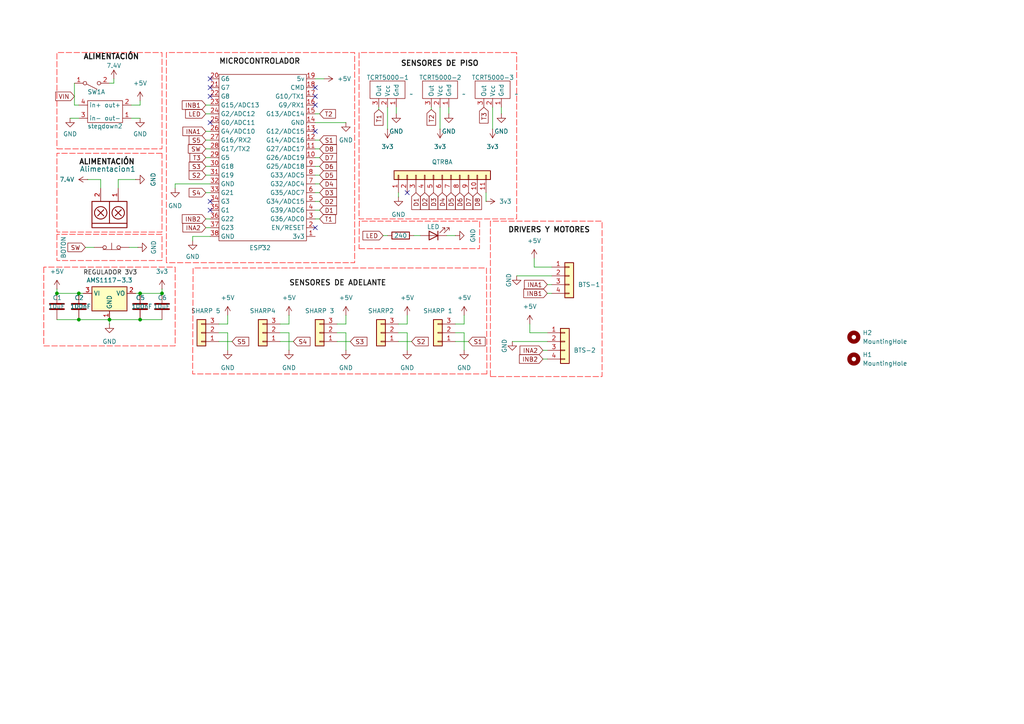
<source format=kicad_sch>
(kicad_sch
	(version 20250114)
	(generator "eeschema")
	(generator_version "9.0")
	(uuid "8f53dc13-e437-42d9-be0d-2d55c26e8e08")
	(paper "A4")
	(title_block
		(title "TRIATLÓN")
		(comment 1 "Basabe Ulises")
		(comment 2 "Dominguez Facundo")
		(comment 3 "Flores Gonzalo")
		(comment 4 "Trejo Ramiro")
	)
	(lib_symbols
		(symbol "Connector_Generic:Conn_01x03"
			(pin_names
				(offset 1.016)
				(hide yes)
			)
			(exclude_from_sim no)
			(in_bom yes)
			(on_board yes)
			(property "Reference" "J"
				(at 0 5.08 0)
				(effects
					(font
						(size 1.27 1.27)
					)
				)
			)
			(property "Value" "Conn_01x03"
				(at 0 -5.08 0)
				(effects
					(font
						(size 1.27 1.27)
					)
				)
			)
			(property "Footprint" ""
				(at 0 0 0)
				(effects
					(font
						(size 1.27 1.27)
					)
					(hide yes)
				)
			)
			(property "Datasheet" "~"
				(at 0 0 0)
				(effects
					(font
						(size 1.27 1.27)
					)
					(hide yes)
				)
			)
			(property "Description" "Generic connector, single row, 01x03, script generated (kicad-library-utils/schlib/autogen/connector/)"
				(at 0 0 0)
				(effects
					(font
						(size 1.27 1.27)
					)
					(hide yes)
				)
			)
			(property "ki_keywords" "connector"
				(at 0 0 0)
				(effects
					(font
						(size 1.27 1.27)
					)
					(hide yes)
				)
			)
			(property "ki_fp_filters" "Connector*:*_1x??_*"
				(at 0 0 0)
				(effects
					(font
						(size 1.27 1.27)
					)
					(hide yes)
				)
			)
			(symbol "Conn_01x03_1_1"
				(rectangle
					(start -1.27 3.81)
					(end 1.27 -3.81)
					(stroke
						(width 0.254)
						(type default)
					)
					(fill
						(type background)
					)
				)
				(rectangle
					(start -1.27 2.667)
					(end 0 2.413)
					(stroke
						(width 0.1524)
						(type default)
					)
					(fill
						(type none)
					)
				)
				(rectangle
					(start -1.27 0.127)
					(end 0 -0.127)
					(stroke
						(width 0.1524)
						(type default)
					)
					(fill
						(type none)
					)
				)
				(rectangle
					(start -1.27 -2.413)
					(end 0 -2.667)
					(stroke
						(width 0.1524)
						(type default)
					)
					(fill
						(type none)
					)
				)
				(pin passive line
					(at -5.08 2.54 0)
					(length 3.81)
					(name "Pin_1"
						(effects
							(font
								(size 1.27 1.27)
							)
						)
					)
					(number "1"
						(effects
							(font
								(size 1.27 1.27)
							)
						)
					)
				)
				(pin passive line
					(at -5.08 0 0)
					(length 3.81)
					(name "Pin_2"
						(effects
							(font
								(size 1.27 1.27)
							)
						)
					)
					(number "2"
						(effects
							(font
								(size 1.27 1.27)
							)
						)
					)
				)
				(pin passive line
					(at -5.08 -2.54 0)
					(length 3.81)
					(name "Pin_3"
						(effects
							(font
								(size 1.27 1.27)
							)
						)
					)
					(number "3"
						(effects
							(font
								(size 1.27 1.27)
							)
						)
					)
				)
			)
			(embedded_fonts no)
		)
		(symbol "Connector_Generic:Conn_01x04"
			(pin_names
				(offset 1.016)
				(hide yes)
			)
			(exclude_from_sim no)
			(in_bom yes)
			(on_board yes)
			(property "Reference" "J"
				(at 0 5.08 0)
				(effects
					(font
						(size 1.27 1.27)
					)
				)
			)
			(property "Value" "Conn_01x04"
				(at 0 -7.62 0)
				(effects
					(font
						(size 1.27 1.27)
					)
				)
			)
			(property "Footprint" ""
				(at 0 0 0)
				(effects
					(font
						(size 1.27 1.27)
					)
					(hide yes)
				)
			)
			(property "Datasheet" "~"
				(at 0 0 0)
				(effects
					(font
						(size 1.27 1.27)
					)
					(hide yes)
				)
			)
			(property "Description" "Generic connector, single row, 01x04, script generated (kicad-library-utils/schlib/autogen/connector/)"
				(at 0 0 0)
				(effects
					(font
						(size 1.27 1.27)
					)
					(hide yes)
				)
			)
			(property "ki_keywords" "connector"
				(at 0 0 0)
				(effects
					(font
						(size 1.27 1.27)
					)
					(hide yes)
				)
			)
			(property "ki_fp_filters" "Connector*:*_1x??_*"
				(at 0 0 0)
				(effects
					(font
						(size 1.27 1.27)
					)
					(hide yes)
				)
			)
			(symbol "Conn_01x04_1_1"
				(rectangle
					(start -1.27 3.81)
					(end 1.27 -6.35)
					(stroke
						(width 0.254)
						(type default)
					)
					(fill
						(type background)
					)
				)
				(rectangle
					(start -1.27 2.667)
					(end 0 2.413)
					(stroke
						(width 0.1524)
						(type default)
					)
					(fill
						(type none)
					)
				)
				(rectangle
					(start -1.27 0.127)
					(end 0 -0.127)
					(stroke
						(width 0.1524)
						(type default)
					)
					(fill
						(type none)
					)
				)
				(rectangle
					(start -1.27 -2.413)
					(end 0 -2.667)
					(stroke
						(width 0.1524)
						(type default)
					)
					(fill
						(type none)
					)
				)
				(rectangle
					(start -1.27 -4.953)
					(end 0 -5.207)
					(stroke
						(width 0.1524)
						(type default)
					)
					(fill
						(type none)
					)
				)
				(pin passive line
					(at -5.08 2.54 0)
					(length 3.81)
					(name "Pin_1"
						(effects
							(font
								(size 1.27 1.27)
							)
						)
					)
					(number "1"
						(effects
							(font
								(size 1.27 1.27)
							)
						)
					)
				)
				(pin passive line
					(at -5.08 0 0)
					(length 3.81)
					(name "Pin_2"
						(effects
							(font
								(size 1.27 1.27)
							)
						)
					)
					(number "2"
						(effects
							(font
								(size 1.27 1.27)
							)
						)
					)
				)
				(pin passive line
					(at -5.08 -2.54 0)
					(length 3.81)
					(name "Pin_3"
						(effects
							(font
								(size 1.27 1.27)
							)
						)
					)
					(number "3"
						(effects
							(font
								(size 1.27 1.27)
							)
						)
					)
				)
				(pin passive line
					(at -5.08 -5.08 0)
					(length 3.81)
					(name "Pin_4"
						(effects
							(font
								(size 1.27 1.27)
							)
						)
					)
					(number "4"
						(effects
							(font
								(size 1.27 1.27)
							)
						)
					)
				)
			)
			(embedded_fonts no)
		)
		(symbol "Connector_Generic:Conn_01x11"
			(pin_names
				(offset 1.016)
				(hide yes)
			)
			(exclude_from_sim no)
			(in_bom yes)
			(on_board yes)
			(property "Reference" "J"
				(at 0 15.24 0)
				(effects
					(font
						(size 1.27 1.27)
					)
				)
			)
			(property "Value" "Conn_01x11"
				(at 0 -15.24 0)
				(effects
					(font
						(size 1.27 1.27)
					)
				)
			)
			(property "Footprint" ""
				(at 0 0 0)
				(effects
					(font
						(size 1.27 1.27)
					)
					(hide yes)
				)
			)
			(property "Datasheet" "~"
				(at 0 0 0)
				(effects
					(font
						(size 1.27 1.27)
					)
					(hide yes)
				)
			)
			(property "Description" "Generic connector, single row, 01x11, script generated (kicad-library-utils/schlib/autogen/connector/)"
				(at 0 0 0)
				(effects
					(font
						(size 1.27 1.27)
					)
					(hide yes)
				)
			)
			(property "ki_keywords" "connector"
				(at 0 0 0)
				(effects
					(font
						(size 1.27 1.27)
					)
					(hide yes)
				)
			)
			(property "ki_fp_filters" "Connector*:*_1x??_*"
				(at 0 0 0)
				(effects
					(font
						(size 1.27 1.27)
					)
					(hide yes)
				)
			)
			(symbol "Conn_01x11_1_1"
				(rectangle
					(start -1.27 13.97)
					(end 1.27 -13.97)
					(stroke
						(width 0.254)
						(type default)
					)
					(fill
						(type background)
					)
				)
				(rectangle
					(start -1.27 12.827)
					(end 0 12.573)
					(stroke
						(width 0.1524)
						(type default)
					)
					(fill
						(type none)
					)
				)
				(rectangle
					(start -1.27 10.287)
					(end 0 10.033)
					(stroke
						(width 0.1524)
						(type default)
					)
					(fill
						(type none)
					)
				)
				(rectangle
					(start -1.27 7.747)
					(end 0 7.493)
					(stroke
						(width 0.1524)
						(type default)
					)
					(fill
						(type none)
					)
				)
				(rectangle
					(start -1.27 5.207)
					(end 0 4.953)
					(stroke
						(width 0.1524)
						(type default)
					)
					(fill
						(type none)
					)
				)
				(rectangle
					(start -1.27 2.667)
					(end 0 2.413)
					(stroke
						(width 0.1524)
						(type default)
					)
					(fill
						(type none)
					)
				)
				(rectangle
					(start -1.27 0.127)
					(end 0 -0.127)
					(stroke
						(width 0.1524)
						(type default)
					)
					(fill
						(type none)
					)
				)
				(rectangle
					(start -1.27 -2.413)
					(end 0 -2.667)
					(stroke
						(width 0.1524)
						(type default)
					)
					(fill
						(type none)
					)
				)
				(rectangle
					(start -1.27 -4.953)
					(end 0 -5.207)
					(stroke
						(width 0.1524)
						(type default)
					)
					(fill
						(type none)
					)
				)
				(rectangle
					(start -1.27 -7.493)
					(end 0 -7.747)
					(stroke
						(width 0.1524)
						(type default)
					)
					(fill
						(type none)
					)
				)
				(rectangle
					(start -1.27 -10.033)
					(end 0 -10.287)
					(stroke
						(width 0.1524)
						(type default)
					)
					(fill
						(type none)
					)
				)
				(rectangle
					(start -1.27 -12.573)
					(end 0 -12.827)
					(stroke
						(width 0.1524)
						(type default)
					)
					(fill
						(type none)
					)
				)
				(pin passive line
					(at -5.08 12.7 0)
					(length 3.81)
					(name "Pin_1"
						(effects
							(font
								(size 1.27 1.27)
							)
						)
					)
					(number "1"
						(effects
							(font
								(size 1.27 1.27)
							)
						)
					)
				)
				(pin passive line
					(at -5.08 10.16 0)
					(length 3.81)
					(name "Pin_2"
						(effects
							(font
								(size 1.27 1.27)
							)
						)
					)
					(number "2"
						(effects
							(font
								(size 1.27 1.27)
							)
						)
					)
				)
				(pin passive line
					(at -5.08 7.62 0)
					(length 3.81)
					(name "Pin_3"
						(effects
							(font
								(size 1.27 1.27)
							)
						)
					)
					(number "3"
						(effects
							(font
								(size 1.27 1.27)
							)
						)
					)
				)
				(pin passive line
					(at -5.08 5.08 0)
					(length 3.81)
					(name "Pin_4"
						(effects
							(font
								(size 1.27 1.27)
							)
						)
					)
					(number "4"
						(effects
							(font
								(size 1.27 1.27)
							)
						)
					)
				)
				(pin passive line
					(at -5.08 2.54 0)
					(length 3.81)
					(name "Pin_5"
						(effects
							(font
								(size 1.27 1.27)
							)
						)
					)
					(number "5"
						(effects
							(font
								(size 1.27 1.27)
							)
						)
					)
				)
				(pin passive line
					(at -5.08 0 0)
					(length 3.81)
					(name "Pin_6"
						(effects
							(font
								(size 1.27 1.27)
							)
						)
					)
					(number "6"
						(effects
							(font
								(size 1.27 1.27)
							)
						)
					)
				)
				(pin passive line
					(at -5.08 -2.54 0)
					(length 3.81)
					(name "Pin_7"
						(effects
							(font
								(size 1.27 1.27)
							)
						)
					)
					(number "7"
						(effects
							(font
								(size 1.27 1.27)
							)
						)
					)
				)
				(pin passive line
					(at -5.08 -5.08 0)
					(length 3.81)
					(name "Pin_8"
						(effects
							(font
								(size 1.27 1.27)
							)
						)
					)
					(number "8"
						(effects
							(font
								(size 1.27 1.27)
							)
						)
					)
				)
				(pin passive line
					(at -5.08 -7.62 0)
					(length 3.81)
					(name "Pin_9"
						(effects
							(font
								(size 1.27 1.27)
							)
						)
					)
					(number "9"
						(effects
							(font
								(size 1.27 1.27)
							)
						)
					)
				)
				(pin passive line
					(at -5.08 -10.16 0)
					(length 3.81)
					(name "Pin_10"
						(effects
							(font
								(size 1.27 1.27)
							)
						)
					)
					(number "10"
						(effects
							(font
								(size 1.27 1.27)
							)
						)
					)
				)
				(pin passive line
					(at -5.08 -12.7 0)
					(length 3.81)
					(name "Pin_11"
						(effects
							(font
								(size 1.27 1.27)
							)
						)
					)
					(number "11"
						(effects
							(font
								(size 1.27 1.27)
							)
						)
					)
				)
			)
			(embedded_fonts no)
		)
		(symbol "Device:C"
			(pin_numbers
				(hide yes)
			)
			(pin_names
				(offset 0.254)
			)
			(exclude_from_sim no)
			(in_bom yes)
			(on_board yes)
			(property "Reference" "C"
				(at 0.635 2.54 0)
				(effects
					(font
						(size 1.27 1.27)
					)
					(justify left)
				)
			)
			(property "Value" "C"
				(at 0.635 -2.54 0)
				(effects
					(font
						(size 1.27 1.27)
					)
					(justify left)
				)
			)
			(property "Footprint" ""
				(at 0.9652 -3.81 0)
				(effects
					(font
						(size 1.27 1.27)
					)
					(hide yes)
				)
			)
			(property "Datasheet" "~"
				(at 0 0 0)
				(effects
					(font
						(size 1.27 1.27)
					)
					(hide yes)
				)
			)
			(property "Description" "Unpolarized capacitor"
				(at 0 0 0)
				(effects
					(font
						(size 1.27 1.27)
					)
					(hide yes)
				)
			)
			(property "ki_keywords" "cap capacitor"
				(at 0 0 0)
				(effects
					(font
						(size 1.27 1.27)
					)
					(hide yes)
				)
			)
			(property "ki_fp_filters" "C_*"
				(at 0 0 0)
				(effects
					(font
						(size 1.27 1.27)
					)
					(hide yes)
				)
			)
			(symbol "C_0_1"
				(polyline
					(pts
						(xy -2.032 0.762) (xy 2.032 0.762)
					)
					(stroke
						(width 0.508)
						(type default)
					)
					(fill
						(type none)
					)
				)
				(polyline
					(pts
						(xy -2.032 -0.762) (xy 2.032 -0.762)
					)
					(stroke
						(width 0.508)
						(type default)
					)
					(fill
						(type none)
					)
				)
			)
			(symbol "C_1_1"
				(pin passive line
					(at 0 3.81 270)
					(length 2.794)
					(name "~"
						(effects
							(font
								(size 1.27 1.27)
							)
						)
					)
					(number "1"
						(effects
							(font
								(size 1.27 1.27)
							)
						)
					)
				)
				(pin passive line
					(at 0 -3.81 90)
					(length 2.794)
					(name "~"
						(effects
							(font
								(size 1.27 1.27)
							)
						)
					)
					(number "2"
						(effects
							(font
								(size 1.27 1.27)
							)
						)
					)
				)
			)
			(embedded_fonts no)
		)
		(symbol "Device:LED"
			(pin_numbers
				(hide yes)
			)
			(pin_names
				(offset 1.016)
				(hide yes)
			)
			(exclude_from_sim no)
			(in_bom yes)
			(on_board yes)
			(property "Reference" "D"
				(at 0 2.54 0)
				(effects
					(font
						(size 1.27 1.27)
					)
				)
			)
			(property "Value" "LED"
				(at 0 -2.54 0)
				(effects
					(font
						(size 1.27 1.27)
					)
				)
			)
			(property "Footprint" ""
				(at 0 0 0)
				(effects
					(font
						(size 1.27 1.27)
					)
					(hide yes)
				)
			)
			(property "Datasheet" "~"
				(at 0 0 0)
				(effects
					(font
						(size 1.27 1.27)
					)
					(hide yes)
				)
			)
			(property "Description" "Light emitting diode"
				(at 0 0 0)
				(effects
					(font
						(size 1.27 1.27)
					)
					(hide yes)
				)
			)
			(property "Sim.Pins" "1=K 2=A"
				(at 0 0 0)
				(effects
					(font
						(size 1.27 1.27)
					)
					(hide yes)
				)
			)
			(property "ki_keywords" "LED diode"
				(at 0 0 0)
				(effects
					(font
						(size 1.27 1.27)
					)
					(hide yes)
				)
			)
			(property "ki_fp_filters" "LED* LED_SMD:* LED_THT:*"
				(at 0 0 0)
				(effects
					(font
						(size 1.27 1.27)
					)
					(hide yes)
				)
			)
			(symbol "LED_0_1"
				(polyline
					(pts
						(xy -3.048 -0.762) (xy -4.572 -2.286) (xy -3.81 -2.286) (xy -4.572 -2.286) (xy -4.572 -1.524)
					)
					(stroke
						(width 0)
						(type default)
					)
					(fill
						(type none)
					)
				)
				(polyline
					(pts
						(xy -1.778 -0.762) (xy -3.302 -2.286) (xy -2.54 -2.286) (xy -3.302 -2.286) (xy -3.302 -1.524)
					)
					(stroke
						(width 0)
						(type default)
					)
					(fill
						(type none)
					)
				)
				(polyline
					(pts
						(xy -1.27 0) (xy 1.27 0)
					)
					(stroke
						(width 0)
						(type default)
					)
					(fill
						(type none)
					)
				)
				(polyline
					(pts
						(xy -1.27 -1.27) (xy -1.27 1.27)
					)
					(stroke
						(width 0.254)
						(type default)
					)
					(fill
						(type none)
					)
				)
				(polyline
					(pts
						(xy 1.27 -1.27) (xy 1.27 1.27) (xy -1.27 0) (xy 1.27 -1.27)
					)
					(stroke
						(width 0.254)
						(type default)
					)
					(fill
						(type none)
					)
				)
			)
			(symbol "LED_1_1"
				(pin passive line
					(at -3.81 0 0)
					(length 2.54)
					(name "K"
						(effects
							(font
								(size 1.27 1.27)
							)
						)
					)
					(number "1"
						(effects
							(font
								(size 1.27 1.27)
							)
						)
					)
				)
				(pin passive line
					(at 3.81 0 180)
					(length 2.54)
					(name "A"
						(effects
							(font
								(size 1.27 1.27)
							)
						)
					)
					(number "2"
						(effects
							(font
								(size 1.27 1.27)
							)
						)
					)
				)
			)
			(embedded_fonts no)
		)
		(symbol "Device:R"
			(pin_numbers
				(hide yes)
			)
			(pin_names
				(offset 0)
			)
			(exclude_from_sim no)
			(in_bom yes)
			(on_board yes)
			(property "Reference" "R"
				(at 2.032 0 90)
				(effects
					(font
						(size 1.27 1.27)
					)
				)
			)
			(property "Value" "R"
				(at 0 0 90)
				(effects
					(font
						(size 1.27 1.27)
					)
				)
			)
			(property "Footprint" ""
				(at -1.778 0 90)
				(effects
					(font
						(size 1.27 1.27)
					)
					(hide yes)
				)
			)
			(property "Datasheet" "~"
				(at 0 0 0)
				(effects
					(font
						(size 1.27 1.27)
					)
					(hide yes)
				)
			)
			(property "Description" "Resistor"
				(at 0 0 0)
				(effects
					(font
						(size 1.27 1.27)
					)
					(hide yes)
				)
			)
			(property "ki_keywords" "R res resistor"
				(at 0 0 0)
				(effects
					(font
						(size 1.27 1.27)
					)
					(hide yes)
				)
			)
			(property "ki_fp_filters" "R_*"
				(at 0 0 0)
				(effects
					(font
						(size 1.27 1.27)
					)
					(hide yes)
				)
			)
			(symbol "R_0_1"
				(rectangle
					(start -1.016 -2.54)
					(end 1.016 2.54)
					(stroke
						(width 0.254)
						(type default)
					)
					(fill
						(type none)
					)
				)
			)
			(symbol "R_1_1"
				(pin passive line
					(at 0 3.81 270)
					(length 1.27)
					(name "~"
						(effects
							(font
								(size 1.27 1.27)
							)
						)
					)
					(number "1"
						(effects
							(font
								(size 1.27 1.27)
							)
						)
					)
				)
				(pin passive line
					(at 0 -3.81 90)
					(length 1.27)
					(name "~"
						(effects
							(font
								(size 1.27 1.27)
							)
						)
					)
					(number "2"
						(effects
							(font
								(size 1.27 1.27)
							)
						)
					)
				)
			)
			(embedded_fonts no)
		)
		(symbol "EESTN5:TB_1X2"
			(pin_names
				(offset 1.016)
			)
			(exclude_from_sim no)
			(in_bom yes)
			(on_board yes)
			(property "Reference" "J"
				(at 0 7.62 0)
				(effects
					(font
						(size 1.524 1.524)
					)
				)
			)
			(property "Value" "TB_1X2"
				(at 1.27 -7.62 0)
				(effects
					(font
						(size 1.524 1.524)
					)
				)
			)
			(property "Footprint" ""
				(at -1.27 1.27 0)
				(effects
					(font
						(size 1.524 1.524)
					)
				)
			)
			(property "Datasheet" ""
				(at -1.27 1.27 0)
				(effects
					(font
						(size 1.524 1.524)
					)
				)
			)
			(property "Description" ""
				(at 0 0 0)
				(effects
					(font
						(size 1.27 1.27)
					)
					(hide yes)
				)
			)
			(property "ki_fp_filters" "BORNERA* TB*"
				(at 0 0 0)
				(effects
					(font
						(size 1.27 1.27)
					)
					(hide yes)
				)
			)
			(symbol "TB_1X2_0_1"
				(rectangle
					(start -2.54 5.08)
					(end 5.08 -5.08)
					(stroke
						(width 0.254)
						(type solid)
					)
					(fill
						(type none)
					)
				)
				(polyline
					(pts
						(xy -1.27 5.08) (xy -1.27 -5.08)
					)
					(stroke
						(width 0.254)
						(type solid)
					)
					(fill
						(type none)
					)
				)
				(polyline
					(pts
						(xy -1.27 0) (xy 5.08 0)
					)
					(stroke
						(width 0.254)
						(type solid)
					)
					(fill
						(type none)
					)
				)
				(polyline
					(pts
						(xy 0.889 3.429) (xy 2.667 1.651)
					)
					(stroke
						(width 0.254)
						(type solid)
					)
					(fill
						(type none)
					)
				)
				(polyline
					(pts
						(xy 0.889 1.651) (xy 2.667 3.429)
					)
					(stroke
						(width 0.254)
						(type solid)
					)
					(fill
						(type none)
					)
				)
				(polyline
					(pts
						(xy 0.889 -1.651) (xy 2.667 -3.429)
					)
					(stroke
						(width 0.254)
						(type solid)
					)
					(fill
						(type none)
					)
				)
				(polyline
					(pts
						(xy 0.889 -3.429) (xy 2.667 -1.651)
					)
					(stroke
						(width 0.254)
						(type solid)
					)
					(fill
						(type none)
					)
				)
				(circle
					(center 1.778 2.54)
					(radius 1.8034)
					(stroke
						(width 0.254)
						(type solid)
					)
					(fill
						(type none)
					)
				)
				(circle
					(center 1.778 -2.54)
					(radius 1.8034)
					(stroke
						(width 0.254)
						(type solid)
					)
					(fill
						(type none)
					)
				)
			)
			(symbol "TB_1X2_1_1"
				(pin input line
					(at 8.89 2.54 180)
					(length 3.81)
					(name "~"
						(effects
							(font
								(size 1.27 1.27)
							)
						)
					)
					(number "1"
						(effects
							(font
								(size 1.27 1.27)
							)
						)
					)
				)
				(pin input line
					(at 8.89 -2.54 180)
					(length 3.81)
					(name "~"
						(effects
							(font
								(size 1.27 1.27)
							)
						)
					)
					(number "2"
						(effects
							(font
								(size 1.27 1.27)
							)
						)
					)
				)
			)
			(embedded_fonts no)
		)
		(symbol "Mechanical:MountingHole"
			(pin_names
				(offset 1.016)
			)
			(exclude_from_sim no)
			(in_bom no)
			(on_board yes)
			(property "Reference" "H"
				(at 0 5.08 0)
				(effects
					(font
						(size 1.27 1.27)
					)
				)
			)
			(property "Value" "MountingHole"
				(at 0 3.175 0)
				(effects
					(font
						(size 1.27 1.27)
					)
				)
			)
			(property "Footprint" ""
				(at 0 0 0)
				(effects
					(font
						(size 1.27 1.27)
					)
					(hide yes)
				)
			)
			(property "Datasheet" "~"
				(at 0 0 0)
				(effects
					(font
						(size 1.27 1.27)
					)
					(hide yes)
				)
			)
			(property "Description" "Mounting Hole without connection"
				(at 0 0 0)
				(effects
					(font
						(size 1.27 1.27)
					)
					(hide yes)
				)
			)
			(property "ki_keywords" "mounting hole"
				(at 0 0 0)
				(effects
					(font
						(size 1.27 1.27)
					)
					(hide yes)
				)
			)
			(property "ki_fp_filters" "MountingHole*"
				(at 0 0 0)
				(effects
					(font
						(size 1.27 1.27)
					)
					(hide yes)
				)
			)
			(symbol "MountingHole_0_1"
				(circle
					(center 0 0)
					(radius 1.27)
					(stroke
						(width 1.27)
						(type default)
					)
					(fill
						(type none)
					)
				)
			)
			(embedded_fonts no)
		)
		(symbol "New_Library_Triatlón:Esp32_38"
			(exclude_from_sim no)
			(in_bom yes)
			(on_board yes)
			(property "Reference" "U"
				(at 0 14.224 0)
				(effects
					(font
						(size 1.27 1.27)
					)
				)
			)
			(property "Value" ""
				(at 0 0 0)
				(effects
					(font
						(size 1.27 1.27)
					)
				)
			)
			(property "Footprint" ""
				(at 0 0 0)
				(effects
					(font
						(size 1.27 1.27)
					)
					(hide yes)
				)
			)
			(property "Datasheet" ""
				(at 0 0 0)
				(effects
					(font
						(size 1.27 1.27)
					)
					(hide yes)
				)
			)
			(property "Description" ""
				(at 0 0 0)
				(effects
					(font
						(size 1.27 1.27)
					)
					(hide yes)
				)
			)
			(symbol "Esp32_38_0_1"
				(rectangle
					(start -12.7 10.16)
					(end 12.7 -38.1)
					(stroke
						(width 0)
						(type default)
					)
					(fill
						(type none)
					)
				)
			)
			(symbol "Esp32_38_1_1"
				(pin input line
					(at -15.24 8.89 0)
					(length 2.54)
					(name "3v3"
						(effects
							(font
								(size 1.27 1.27)
							)
						)
					)
					(number "1"
						(effects
							(font
								(size 1.27 1.27)
							)
						)
					)
				)
				(pin bidirectional line
					(at -15.24 6.35 0)
					(length 2.54)
					(name "EN/RESET"
						(effects
							(font
								(size 1.27 1.27)
							)
						)
					)
					(number "2"
						(effects
							(font
								(size 1.27 1.27)
							)
						)
					)
				)
				(pin bidirectional line
					(at -15.24 3.81 0)
					(length 2.54)
					(name "G36/ADC0"
						(effects
							(font
								(size 1.27 1.27)
							)
						)
					)
					(number "3"
						(effects
							(font
								(size 1.27 1.27)
							)
						)
					)
				)
				(pin bidirectional line
					(at -15.24 1.27 0)
					(length 2.54)
					(name "G39/ADC6"
						(effects
							(font
								(size 1.27 1.27)
							)
						)
					)
					(number "4"
						(effects
							(font
								(size 1.27 1.27)
							)
						)
					)
				)
				(pin bidirectional line
					(at -15.24 -1.27 0)
					(length 2.54)
					(name "G34/ADC15"
						(effects
							(font
								(size 1.27 1.27)
							)
						)
					)
					(number "5"
						(effects
							(font
								(size 1.27 1.27)
							)
						)
					)
				)
				(pin bidirectional line
					(at -15.24 -3.81 0)
					(length 2.54)
					(name "G35/ADC7"
						(effects
							(font
								(size 1.27 1.27)
							)
						)
					)
					(number "6"
						(effects
							(font
								(size 1.27 1.27)
							)
						)
					)
				)
				(pin bidirectional line
					(at -15.24 -6.35 0)
					(length 2.54)
					(name "G32/ADC4"
						(effects
							(font
								(size 1.27 1.27)
							)
						)
					)
					(number "7"
						(effects
							(font
								(size 1.27 1.27)
							)
						)
					)
				)
				(pin bidirectional line
					(at -15.24 -8.89 0)
					(length 2.54)
					(name "G33/ADC5"
						(effects
							(font
								(size 1.27 1.27)
							)
						)
					)
					(number "8"
						(effects
							(font
								(size 1.27 1.27)
							)
						)
					)
				)
				(pin bidirectional line
					(at -15.24 -11.43 0)
					(length 2.54)
					(name "G25/ADC18"
						(effects
							(font
								(size 1.27 1.27)
							)
						)
					)
					(number "9"
						(effects
							(font
								(size 1.27 1.27)
							)
						)
					)
				)
				(pin bidirectional line
					(at -15.24 -13.97 0)
					(length 2.54)
					(name "G26/ADC19"
						(effects
							(font
								(size 1.27 1.27)
							)
						)
					)
					(number "10"
						(effects
							(font
								(size 1.27 1.27)
							)
						)
					)
				)
				(pin bidirectional line
					(at -15.24 -16.51 0)
					(length 2.54)
					(name "G27/ADC17"
						(effects
							(font
								(size 1.27 1.27)
							)
						)
					)
					(number "11"
						(effects
							(font
								(size 1.27 1.27)
							)
						)
					)
				)
				(pin bidirectional line
					(at -15.24 -19.05 0)
					(length 2.54)
					(name "G14/ADC16"
						(effects
							(font
								(size 1.27 1.27)
							)
						)
					)
					(number "12"
						(effects
							(font
								(size 1.27 1.27)
							)
						)
					)
				)
				(pin bidirectional line
					(at -15.24 -21.59 0)
					(length 2.54)
					(name "G12/ADC15"
						(effects
							(font
								(size 1.27 1.27)
							)
						)
					)
					(number "13"
						(effects
							(font
								(size 1.27 1.27)
							)
						)
					)
				)
				(pin output line
					(at -15.24 -24.13 0)
					(length 2.54)
					(name "GND"
						(effects
							(font
								(size 1.27 1.27)
							)
						)
					)
					(number "14"
						(effects
							(font
								(size 1.27 1.27)
							)
						)
					)
				)
				(pin bidirectional line
					(at -15.24 -26.67 0)
					(length 2.54)
					(name "G13/ADC14"
						(effects
							(font
								(size 1.27 1.27)
							)
						)
					)
					(number "15"
						(effects
							(font
								(size 1.27 1.27)
							)
						)
					)
				)
				(pin bidirectional line
					(at -15.24 -29.21 0)
					(length 2.54)
					(name "G9/RX1"
						(effects
							(font
								(size 1.27 1.27)
							)
						)
					)
					(number "16"
						(effects
							(font
								(size 1.27 1.27)
							)
						)
					)
				)
				(pin bidirectional line
					(at -15.24 -31.75 0)
					(length 2.54)
					(name "G10/TX1"
						(effects
							(font
								(size 1.27 1.27)
							)
						)
					)
					(number "17"
						(effects
							(font
								(size 1.27 1.27)
							)
						)
					)
				)
				(pin bidirectional line
					(at -15.24 -34.29 0)
					(length 2.54)
					(name "CMD"
						(effects
							(font
								(size 1.27 1.27)
							)
						)
					)
					(number "18"
						(effects
							(font
								(size 1.27 1.27)
							)
						)
					)
				)
				(pin input line
					(at -15.24 -36.83 0)
					(length 2.54)
					(name "5v"
						(effects
							(font
								(size 1.27 1.27)
							)
						)
					)
					(number "19"
						(effects
							(font
								(size 1.27 1.27)
							)
						)
					)
				)
				(pin output line
					(at 15.24 8.89 180)
					(length 2.54)
					(name "GND"
						(effects
							(font
								(size 1.27 1.27)
							)
						)
					)
					(number "38"
						(effects
							(font
								(size 1.27 1.27)
							)
						)
					)
				)
				(pin bidirectional line
					(at 15.24 6.35 180)
					(length 2.54)
					(name "G23"
						(effects
							(font
								(size 1.27 1.27)
							)
						)
					)
					(number "37"
						(effects
							(font
								(size 1.27 1.27)
							)
						)
					)
				)
				(pin bidirectional line
					(at 15.24 3.81 180)
					(length 2.54)
					(name "G22"
						(effects
							(font
								(size 1.27 1.27)
							)
						)
					)
					(number "36"
						(effects
							(font
								(size 1.27 1.27)
							)
						)
					)
				)
				(pin bidirectional line
					(at 15.24 1.27 180)
					(length 2.54)
					(name "G1"
						(effects
							(font
								(size 1.27 1.27)
							)
						)
					)
					(number "35"
						(effects
							(font
								(size 1.27 1.27)
							)
						)
					)
				)
				(pin bidirectional line
					(at 15.24 -1.27 180)
					(length 2.54)
					(name "G3"
						(effects
							(font
								(size 1.27 1.27)
							)
						)
					)
					(number "34"
						(effects
							(font
								(size 1.27 1.27)
							)
						)
					)
				)
				(pin bidirectional line
					(at 15.24 -3.81 180)
					(length 2.54)
					(name "G21"
						(effects
							(font
								(size 1.27 1.27)
							)
						)
					)
					(number "33"
						(effects
							(font
								(size 1.27 1.27)
							)
						)
					)
				)
				(pin output line
					(at 15.24 -6.35 180)
					(length 2.54)
					(name "GND"
						(effects
							(font
								(size 1.27 1.27)
							)
						)
					)
					(number "32"
						(effects
							(font
								(size 1.27 1.27)
							)
						)
					)
				)
				(pin bidirectional line
					(at 15.24 -8.89 180)
					(length 2.54)
					(name "G19"
						(effects
							(font
								(size 1.27 1.27)
							)
						)
					)
					(number "31"
						(effects
							(font
								(size 1.27 1.27)
							)
						)
					)
				)
				(pin bidirectional line
					(at 15.24 -11.43 180)
					(length 2.54)
					(name "G18"
						(effects
							(font
								(size 1.27 1.27)
							)
						)
					)
					(number "30"
						(effects
							(font
								(size 1.27 1.27)
							)
						)
					)
				)
				(pin bidirectional line
					(at 15.24 -13.97 180)
					(length 2.54)
					(name "G5"
						(effects
							(font
								(size 1.27 1.27)
							)
						)
					)
					(number "29"
						(effects
							(font
								(size 1.27 1.27)
							)
						)
					)
				)
				(pin bidirectional line
					(at 15.24 -16.51 180)
					(length 2.54)
					(name "G17/TX2"
						(effects
							(font
								(size 1.27 1.27)
							)
						)
					)
					(number "28"
						(effects
							(font
								(size 1.27 1.27)
							)
						)
					)
				)
				(pin bidirectional line
					(at 15.24 -19.05 180)
					(length 2.54)
					(name "G16/RX2"
						(effects
							(font
								(size 1.27 1.27)
							)
						)
					)
					(number "27"
						(effects
							(font
								(size 1.27 1.27)
							)
						)
					)
				)
				(pin bidirectional line
					(at 15.24 -21.59 180)
					(length 2.54)
					(name "G4/ADC10"
						(effects
							(font
								(size 1.27 1.27)
							)
						)
					)
					(number "26"
						(effects
							(font
								(size 1.27 1.27)
							)
						)
					)
				)
				(pin bidirectional line
					(at 15.24 -24.13 180)
					(length 2.54)
					(name "G0/ADC11"
						(effects
							(font
								(size 1.27 1.27)
							)
						)
					)
					(number "25"
						(effects
							(font
								(size 1.27 1.27)
							)
						)
					)
				)
				(pin bidirectional line
					(at 15.24 -26.67 180)
					(length 2.54)
					(name "G2/ADC12"
						(effects
							(font
								(size 1.27 1.27)
							)
						)
					)
					(number "24"
						(effects
							(font
								(size 1.27 1.27)
							)
						)
					)
				)
				(pin bidirectional line
					(at 15.24 -29.21 180)
					(length 2.54)
					(name "G15/ADC13"
						(effects
							(font
								(size 1.27 1.27)
							)
						)
					)
					(number "23"
						(effects
							(font
								(size 1.27 1.27)
							)
						)
					)
				)
				(pin bidirectional line
					(at 15.24 -31.75 180)
					(length 2.54)
					(name "G8"
						(effects
							(font
								(size 1.27 1.27)
							)
						)
					)
					(number "22"
						(effects
							(font
								(size 1.27 1.27)
							)
						)
					)
				)
				(pin bidirectional line
					(at 15.24 -34.29 180)
					(length 2.54)
					(name "G7"
						(effects
							(font
								(size 1.27 1.27)
							)
						)
					)
					(number "21"
						(effects
							(font
								(size 1.27 1.27)
							)
						)
					)
				)
				(pin bidirectional line
					(at 15.24 -36.83 180)
					(length 2.54)
					(name "G6"
						(effects
							(font
								(size 1.27 1.27)
							)
						)
					)
					(number "20"
						(effects
							(font
								(size 1.27 1.27)
							)
						)
					)
				)
			)
			(embedded_fonts no)
		)
		(symbol "New_Library_Triatlón:step_down"
			(exclude_from_sim no)
			(in_bom yes)
			(on_board yes)
			(property "Reference" "U"
				(at 0 0 0)
				(effects
					(font
						(size 1.27 1.27)
					)
				)
			)
			(property "Value" ""
				(at 0 0 0)
				(effects
					(font
						(size 1.27 1.27)
					)
				)
			)
			(property "Footprint" ""
				(at 0 0 0)
				(effects
					(font
						(size 1.27 1.27)
					)
					(hide yes)
				)
			)
			(property "Datasheet" ""
				(at 0 0 0)
				(effects
					(font
						(size 1.27 1.27)
					)
					(hide yes)
				)
			)
			(property "Description" ""
				(at 0 0 0)
				(effects
					(font
						(size 1.27 1.27)
					)
					(hide yes)
				)
			)
			(symbol "step_down_0_1"
				(rectangle
					(start -5.08 -1.27)
					(end 5.08 -7.62)
					(stroke
						(width 0)
						(type default)
					)
					(fill
						(type none)
					)
				)
			)
			(symbol "step_down_1_1"
				(pin input line
					(at -7.62 -2.54 0)
					(length 2.54)
					(name "out-"
						(effects
							(font
								(size 1.27 1.27)
							)
						)
					)
					(number "1"
						(effects
							(font
								(size 1.27 1.27)
							)
						)
					)
				)
				(pin input line
					(at -7.62 -6.35 0)
					(length 2.54)
					(name "out+"
						(effects
							(font
								(size 1.27 1.27)
							)
						)
					)
					(number "2"
						(effects
							(font
								(size 1.27 1.27)
							)
						)
					)
				)
				(pin input line
					(at 7.62 -2.54 180)
					(length 2.54)
					(name "in-"
						(effects
							(font
								(size 1.27 1.27)
							)
						)
					)
					(number "3"
						(effects
							(font
								(size 1.27 1.27)
							)
						)
					)
				)
				(pin input line
					(at 7.62 -6.35 180)
					(length 2.54)
					(name "in+"
						(effects
							(font
								(size 1.27 1.27)
							)
						)
					)
					(number "4"
						(effects
							(font
								(size 1.27 1.27)
							)
						)
					)
				)
			)
			(embedded_fonts no)
		)
		(symbol "Regulator_Linear:AMS1117-3.3"
			(exclude_from_sim no)
			(in_bom yes)
			(on_board yes)
			(property "Reference" "U"
				(at -3.81 3.175 0)
				(effects
					(font
						(size 1.27 1.27)
					)
				)
			)
			(property "Value" "AMS1117-3.3"
				(at 0 3.175 0)
				(effects
					(font
						(size 1.27 1.27)
					)
					(justify left)
				)
			)
			(property "Footprint" "Package_TO_SOT_SMD:SOT-223-3_TabPin2"
				(at 0 5.08 0)
				(effects
					(font
						(size 1.27 1.27)
					)
					(hide yes)
				)
			)
			(property "Datasheet" "http://www.advanced-monolithic.com/pdf/ds1117.pdf"
				(at 2.54 -6.35 0)
				(effects
					(font
						(size 1.27 1.27)
					)
					(hide yes)
				)
			)
			(property "Description" "1A Low Dropout regulator, positive, 3.3V fixed output, SOT-223"
				(at 0 0 0)
				(effects
					(font
						(size 1.27 1.27)
					)
					(hide yes)
				)
			)
			(property "ki_keywords" "linear regulator ldo fixed positive"
				(at 0 0 0)
				(effects
					(font
						(size 1.27 1.27)
					)
					(hide yes)
				)
			)
			(property "ki_fp_filters" "SOT?223*TabPin2*"
				(at 0 0 0)
				(effects
					(font
						(size 1.27 1.27)
					)
					(hide yes)
				)
			)
			(symbol "AMS1117-3.3_0_1"
				(rectangle
					(start -5.08 -5.08)
					(end 5.08 1.905)
					(stroke
						(width 0.254)
						(type default)
					)
					(fill
						(type background)
					)
				)
			)
			(symbol "AMS1117-3.3_1_1"
				(pin power_in line
					(at -7.62 0 0)
					(length 2.54)
					(name "VI"
						(effects
							(font
								(size 1.27 1.27)
							)
						)
					)
					(number "3"
						(effects
							(font
								(size 1.27 1.27)
							)
						)
					)
				)
				(pin power_in line
					(at 0 -7.62 90)
					(length 2.54)
					(name "GND"
						(effects
							(font
								(size 1.27 1.27)
							)
						)
					)
					(number "1"
						(effects
							(font
								(size 1.27 1.27)
							)
						)
					)
				)
				(pin power_out line
					(at 7.62 0 180)
					(length 2.54)
					(name "VO"
						(effects
							(font
								(size 1.27 1.27)
							)
						)
					)
					(number "2"
						(effects
							(font
								(size 1.27 1.27)
							)
						)
					)
				)
			)
			(embedded_fonts no)
		)
		(symbol "Switch:SW_DPST_x2"
			(pin_names
				(offset 0)
				(hide yes)
			)
			(exclude_from_sim no)
			(in_bom yes)
			(on_board yes)
			(property "Reference" "SW"
				(at 0 3.175 0)
				(effects
					(font
						(size 1.27 1.27)
					)
				)
			)
			(property "Value" "SW_DPST_x2"
				(at 0 -2.54 0)
				(effects
					(font
						(size 1.27 1.27)
					)
				)
			)
			(property "Footprint" ""
				(at 0 0 0)
				(effects
					(font
						(size 1.27 1.27)
					)
					(hide yes)
				)
			)
			(property "Datasheet" "~"
				(at 0 0 0)
				(effects
					(font
						(size 1.27 1.27)
					)
					(hide yes)
				)
			)
			(property "Description" "Single Pole Single Throw (SPST) switch, separate symbol"
				(at 0 0 0)
				(effects
					(font
						(size 1.27 1.27)
					)
					(hide yes)
				)
			)
			(property "ki_keywords" "switch lever"
				(at 0 0 0)
				(effects
					(font
						(size 1.27 1.27)
					)
					(hide yes)
				)
			)
			(symbol "SW_DPST_x2_0_0"
				(circle
					(center -2.032 0)
					(radius 0.508)
					(stroke
						(width 0)
						(type default)
					)
					(fill
						(type none)
					)
				)
				(polyline
					(pts
						(xy -1.524 0.254) (xy 1.524 1.778)
					)
					(stroke
						(width 0)
						(type default)
					)
					(fill
						(type none)
					)
				)
				(circle
					(center 2.032 0)
					(radius 0.508)
					(stroke
						(width 0)
						(type default)
					)
					(fill
						(type none)
					)
				)
			)
			(symbol "SW_DPST_x2_1_1"
				(pin passive line
					(at -5.08 0 0)
					(length 2.54)
					(name "A"
						(effects
							(font
								(size 1.27 1.27)
							)
						)
					)
					(number "1"
						(effects
							(font
								(size 1.27 1.27)
							)
						)
					)
				)
				(pin passive line
					(at 5.08 0 180)
					(length 2.54)
					(name "B"
						(effects
							(font
								(size 1.27 1.27)
							)
						)
					)
					(number "2"
						(effects
							(font
								(size 1.27 1.27)
							)
						)
					)
				)
			)
			(symbol "SW_DPST_x2_2_1"
				(pin passive line
					(at -5.08 0 0)
					(length 2.54)
					(name "A"
						(effects
							(font
								(size 1.27 1.27)
							)
						)
					)
					(number "3"
						(effects
							(font
								(size 1.27 1.27)
							)
						)
					)
				)
				(pin passive line
					(at 5.08 0 180)
					(length 2.54)
					(name "B"
						(effects
							(font
								(size 1.27 1.27)
							)
						)
					)
					(number "4"
						(effects
							(font
								(size 1.27 1.27)
							)
						)
					)
				)
			)
			(embedded_fonts no)
		)
		(symbol "Switch:SW_Push_Open"
			(pin_numbers
				(hide yes)
			)
			(pin_names
				(offset 1.016)
				(hide yes)
			)
			(exclude_from_sim no)
			(in_bom yes)
			(on_board yes)
			(property "Reference" "SW"
				(at 0 2.54 0)
				(effects
					(font
						(size 1.27 1.27)
					)
				)
			)
			(property "Value" "SW_Push_Open"
				(at 0 -1.905 0)
				(effects
					(font
						(size 1.27 1.27)
					)
				)
			)
			(property "Footprint" ""
				(at 0 5.08 0)
				(effects
					(font
						(size 1.27 1.27)
					)
					(hide yes)
				)
			)
			(property "Datasheet" "~"
				(at 0 5.08 0)
				(effects
					(font
						(size 1.27 1.27)
					)
					(hide yes)
				)
			)
			(property "Description" "Push button switch, push-to-open, generic, two pins"
				(at 0 0 0)
				(effects
					(font
						(size 1.27 1.27)
					)
					(hide yes)
				)
			)
			(property "ki_keywords" "switch normally-closed pushbutton push-button"
				(at 0 0 0)
				(effects
					(font
						(size 1.27 1.27)
					)
					(hide yes)
				)
			)
			(symbol "SW_Push_Open_0_1"
				(polyline
					(pts
						(xy -2.54 -0.635) (xy 2.54 -0.635)
					)
					(stroke
						(width 0)
						(type default)
					)
					(fill
						(type none)
					)
				)
				(circle
					(center -2.032 0)
					(radius 0.508)
					(stroke
						(width 0)
						(type default)
					)
					(fill
						(type none)
					)
				)
				(polyline
					(pts
						(xy 0 -0.635) (xy 0 1.27)
					)
					(stroke
						(width 0)
						(type default)
					)
					(fill
						(type none)
					)
				)
				(circle
					(center 2.032 0)
					(radius 0.508)
					(stroke
						(width 0)
						(type default)
					)
					(fill
						(type none)
					)
				)
				(pin passive line
					(at -5.08 0 0)
					(length 2.54)
					(name "A"
						(effects
							(font
								(size 1.27 1.27)
							)
						)
					)
					(number "1"
						(effects
							(font
								(size 1.27 1.27)
							)
						)
					)
				)
			)
			(symbol "SW_Push_Open_1_1"
				(pin passive line
					(at 5.08 0 180)
					(length 2.54)
					(name "B"
						(effects
							(font
								(size 1.27 1.27)
							)
						)
					)
					(number "2"
						(effects
							(font
								(size 1.27 1.27)
							)
						)
					)
				)
			)
			(embedded_fonts no)
		)
		(symbol "mi libreria:tsrt"
			(exclude_from_sim no)
			(in_bom yes)
			(on_board yes)
			(property "Reference" "U"
				(at -0.254 7.112 0)
				(effects
					(font
						(size 1.27 1.27)
					)
				)
			)
			(property "Value" ""
				(at 0 0 0)
				(effects
					(font
						(size 1.27 1.27)
					)
				)
			)
			(property "Footprint" ""
				(at 0 0 0)
				(effects
					(font
						(size 1.27 1.27)
					)
					(hide yes)
				)
			)
			(property "Datasheet" ""
				(at 0 0 0)
				(effects
					(font
						(size 1.27 1.27)
					)
					(hide yes)
				)
			)
			(property "Description" ""
				(at 0 0 0)
				(effects
					(font
						(size 1.27 1.27)
					)
					(hide yes)
				)
			)
			(symbol "tsrt_0_1"
				(rectangle
					(start -4.445 4.445)
					(end 5.715 -0.635)
					(stroke
						(width 0)
						(type default)
					)
					(fill
						(type none)
					)
				)
			)
			(symbol "tsrt_1_1"
				(pin input line
					(at -1.905 -3.175 90)
					(length 2.54)
					(name "Out"
						(effects
							(font
								(size 1.27 1.27)
							)
						)
					)
					(number "3"
						(effects
							(font
								(size 1.27 1.27)
							)
						)
					)
				)
				(pin input line
					(at 0.635 -3.175 90)
					(length 2.54)
					(name "Vcc"
						(effects
							(font
								(size 1.27 1.27)
							)
						)
					)
					(number "2"
						(effects
							(font
								(size 1.27 1.27)
							)
						)
					)
				)
				(pin input line
					(at 3.175 -3.175 90)
					(length 2.54)
					(name "Gnd"
						(effects
							(font
								(size 1.27 1.27)
							)
						)
					)
					(number "1"
						(effects
							(font
								(size 1.27 1.27)
							)
						)
					)
				)
			)
			(embedded_fonts no)
		)
		(symbol "power:+5V"
			(power)
			(pin_numbers
				(hide yes)
			)
			(pin_names
				(offset 0)
				(hide yes)
			)
			(exclude_from_sim no)
			(in_bom yes)
			(on_board yes)
			(property "Reference" "#PWR"
				(at 0 -3.81 0)
				(effects
					(font
						(size 1.27 1.27)
					)
					(hide yes)
				)
			)
			(property "Value" "+5V"
				(at 0 3.556 0)
				(effects
					(font
						(size 1.27 1.27)
					)
				)
			)
			(property "Footprint" ""
				(at 0 0 0)
				(effects
					(font
						(size 1.27 1.27)
					)
					(hide yes)
				)
			)
			(property "Datasheet" ""
				(at 0 0 0)
				(effects
					(font
						(size 1.27 1.27)
					)
					(hide yes)
				)
			)
			(property "Description" "Power symbol creates a global label with name \"+5V\""
				(at 0 0 0)
				(effects
					(font
						(size 1.27 1.27)
					)
					(hide yes)
				)
			)
			(property "ki_keywords" "global power"
				(at 0 0 0)
				(effects
					(font
						(size 1.27 1.27)
					)
					(hide yes)
				)
			)
			(symbol "+5V_0_1"
				(polyline
					(pts
						(xy -0.762 1.27) (xy 0 2.54)
					)
					(stroke
						(width 0)
						(type default)
					)
					(fill
						(type none)
					)
				)
				(polyline
					(pts
						(xy 0 2.54) (xy 0.762 1.27)
					)
					(stroke
						(width 0)
						(type default)
					)
					(fill
						(type none)
					)
				)
				(polyline
					(pts
						(xy 0 0) (xy 0 2.54)
					)
					(stroke
						(width 0)
						(type default)
					)
					(fill
						(type none)
					)
				)
			)
			(symbol "+5V_1_1"
				(pin power_in line
					(at 0 0 90)
					(length 0)
					(name "~"
						(effects
							(font
								(size 1.27 1.27)
							)
						)
					)
					(number "1"
						(effects
							(font
								(size 1.27 1.27)
							)
						)
					)
				)
			)
			(embedded_fonts no)
		)
		(symbol "power:GND"
			(power)
			(pin_numbers
				(hide yes)
			)
			(pin_names
				(offset 0)
				(hide yes)
			)
			(exclude_from_sim no)
			(in_bom yes)
			(on_board yes)
			(property "Reference" "#PWR"
				(at 0 -6.35 0)
				(effects
					(font
						(size 1.27 1.27)
					)
					(hide yes)
				)
			)
			(property "Value" "GND"
				(at 0 -3.81 0)
				(effects
					(font
						(size 1.27 1.27)
					)
				)
			)
			(property "Footprint" ""
				(at 0 0 0)
				(effects
					(font
						(size 1.27 1.27)
					)
					(hide yes)
				)
			)
			(property "Datasheet" ""
				(at 0 0 0)
				(effects
					(font
						(size 1.27 1.27)
					)
					(hide yes)
				)
			)
			(property "Description" "Power symbol creates a global label with name \"GND\" , ground"
				(at 0 0 0)
				(effects
					(font
						(size 1.27 1.27)
					)
					(hide yes)
				)
			)
			(property "ki_keywords" "global power"
				(at 0 0 0)
				(effects
					(font
						(size 1.27 1.27)
					)
					(hide yes)
				)
			)
			(symbol "GND_0_1"
				(polyline
					(pts
						(xy 0 0) (xy 0 -1.27) (xy 1.27 -1.27) (xy 0 -2.54) (xy -1.27 -1.27) (xy 0 -1.27)
					)
					(stroke
						(width 0)
						(type default)
					)
					(fill
						(type none)
					)
				)
			)
			(symbol "GND_1_1"
				(pin power_in line
					(at 0 0 270)
					(length 0)
					(name "~"
						(effects
							(font
								(size 1.27 1.27)
							)
						)
					)
					(number "1"
						(effects
							(font
								(size 1.27 1.27)
							)
						)
					)
				)
			)
			(embedded_fonts no)
		)
		(symbol "power:VCC"
			(power)
			(pin_numbers
				(hide yes)
			)
			(pin_names
				(offset 0)
				(hide yes)
			)
			(exclude_from_sim no)
			(in_bom yes)
			(on_board yes)
			(property "Reference" "#PWR"
				(at 0 -3.81 0)
				(effects
					(font
						(size 1.27 1.27)
					)
					(hide yes)
				)
			)
			(property "Value" "VCC"
				(at 0 3.556 0)
				(effects
					(font
						(size 1.27 1.27)
					)
				)
			)
			(property "Footprint" ""
				(at 0 0 0)
				(effects
					(font
						(size 1.27 1.27)
					)
					(hide yes)
				)
			)
			(property "Datasheet" ""
				(at 0 0 0)
				(effects
					(font
						(size 1.27 1.27)
					)
					(hide yes)
				)
			)
			(property "Description" "Power symbol creates a global label with name \"VCC\""
				(at 0 0 0)
				(effects
					(font
						(size 1.27 1.27)
					)
					(hide yes)
				)
			)
			(property "ki_keywords" "global power"
				(at 0 0 0)
				(effects
					(font
						(size 1.27 1.27)
					)
					(hide yes)
				)
			)
			(symbol "VCC_0_1"
				(polyline
					(pts
						(xy -0.762 1.27) (xy 0 2.54)
					)
					(stroke
						(width 0)
						(type default)
					)
					(fill
						(type none)
					)
				)
				(polyline
					(pts
						(xy 0 2.54) (xy 0.762 1.27)
					)
					(stroke
						(width 0)
						(type default)
					)
					(fill
						(type none)
					)
				)
				(polyline
					(pts
						(xy 0 0) (xy 0 2.54)
					)
					(stroke
						(width 0)
						(type default)
					)
					(fill
						(type none)
					)
				)
			)
			(symbol "VCC_1_1"
				(pin power_in line
					(at 0 0 90)
					(length 0)
					(name "~"
						(effects
							(font
								(size 1.27 1.27)
							)
						)
					)
					(number "1"
						(effects
							(font
								(size 1.27 1.27)
							)
						)
					)
				)
			)
			(embedded_fonts no)
		)
	)
	(junction
		(at 22.86 85.09)
		(diameter 0)
		(color 0 0 0 0)
		(uuid "10cbf810-37b2-41ad-9211-b0dde9259d1b")
	)
	(junction
		(at 40.64 92.71)
		(diameter 0)
		(color 0 0 0 0)
		(uuid "2d11b54a-bfb0-44c1-8a75-23c678cc2a92")
	)
	(junction
		(at 40.64 85.09)
		(diameter 0)
		(color 0 0 0 0)
		(uuid "2f8b3d07-43aa-4c97-8db6-d01cce3e9596")
	)
	(junction
		(at 46.99 85.09)
		(diameter 0)
		(color 0 0 0 0)
		(uuid "93e90a0c-28f4-4c69-a00b-b0c99d8cc25e")
	)
	(junction
		(at 16.51 85.09)
		(diameter 0)
		(color 0 0 0 0)
		(uuid "c234da09-e62a-4b99-80d4-189495fa5216")
	)
	(junction
		(at 22.86 92.71)
		(diameter 0)
		(color 0 0 0 0)
		(uuid "ebb40e3e-47f5-46fa-8628-5b228fb8a9b0")
	)
	(junction
		(at 31.75 92.71)
		(diameter 0)
		(color 0 0 0 0)
		(uuid "f8966d37-1808-4408-97ec-2204d3755c2d")
	)
	(no_connect
		(at 118.11 55.88)
		(uuid "2501bbc6-93b5-4110-b9f0-4ec08b86bca8")
	)
	(no_connect
		(at 91.44 25.4)
		(uuid "25cdef21-1804-4ed9-bab1-2fa23eab3363")
	)
	(no_connect
		(at 91.44 66.04)
		(uuid "4ba5c1fc-e8bc-4363-8479-6540e76fdc8a")
	)
	(no_connect
		(at 60.96 35.56)
		(uuid "670977d4-88b0-453f-8dd5-f4355d32ce55")
	)
	(no_connect
		(at 60.96 25.4)
		(uuid "7e3924b6-ebff-453e-9403-9b6b6ba58392")
	)
	(no_connect
		(at 91.44 27.94)
		(uuid "9ca6c465-28d1-47c0-82f6-6e4f2b187263")
	)
	(no_connect
		(at 91.44 38.1)
		(uuid "b9786b6e-c925-4406-8023-1a1fc9663296")
	)
	(no_connect
		(at 60.96 58.42)
		(uuid "cfd5227a-b9be-41e4-ab9b-886aa612c654")
	)
	(no_connect
		(at 60.96 60.96)
		(uuid "d9eb71c3-a29d-43c2-8938-d4d163d215b5")
	)
	(no_connect
		(at 60.96 27.94)
		(uuid "ded7b955-f821-45bb-8e1c-a70fa0c19eff")
	)
	(no_connect
		(at 60.96 22.86)
		(uuid "e872640c-780d-4b80-8e8d-44a6b972cf60")
	)
	(no_connect
		(at 91.44 30.48)
		(uuid "fcc9e101-1bb1-418f-8dde-513e86c68cb8")
	)
	(wire
		(pts
			(xy 25.4 52.07) (xy 29.21 52.07)
		)
		(stroke
			(width 0)
			(type default)
		)
		(uuid "01421d06-2bc3-43fe-adac-83cbf212c4b0")
	)
	(wire
		(pts
			(xy 63.5 96.52) (xy 66.04 96.52)
		)
		(stroke
			(width 0)
			(type default)
		)
		(uuid "0228a3b3-eb2c-4385-ae2a-a655cac4d9cb")
	)
	(wire
		(pts
			(xy 109.855 31.115) (xy 109.855 31.75)
		)
		(stroke
			(width 0)
			(type default)
		)
		(uuid "024f9afd-2a92-410b-89c9-1aa84277b654")
	)
	(wire
		(pts
			(xy 132.08 93.98) (xy 134.62 93.98)
		)
		(stroke
			(width 0)
			(type default)
		)
		(uuid "0320d4d5-4d40-4abf-a658-8b0eb5ac0eaf")
	)
	(wire
		(pts
			(xy 158.75 85.09) (xy 160.02 85.09)
		)
		(stroke
			(width 0)
			(type default)
		)
		(uuid "06b49e3c-dc26-45ed-af39-786a9221c7d2")
	)
	(wire
		(pts
			(xy 154.94 74.93) (xy 154.94 77.47)
		)
		(stroke
			(width 0)
			(type default)
		)
		(uuid "0a9e715d-6f04-43e8-b29c-705864724c1a")
	)
	(wire
		(pts
			(xy 157.48 101.6) (xy 158.75 101.6)
		)
		(stroke
			(width 0)
			(type default)
		)
		(uuid "0bd36998-ed0f-45b7-a2a9-af9c6075208f")
	)
	(wire
		(pts
			(xy 115.57 99.06) (xy 119.38 99.06)
		)
		(stroke
			(width 0)
			(type default)
		)
		(uuid "0bf8fcd0-c5cd-42ea-9a2e-436ed72450cb")
	)
	(wire
		(pts
			(xy 63.5 93.98) (xy 66.04 93.98)
		)
		(stroke
			(width 0)
			(type default)
		)
		(uuid "0e3eb26f-c24c-40d6-a849-f119c5364700")
	)
	(wire
		(pts
			(xy 59.69 66.04) (xy 60.96 66.04)
		)
		(stroke
			(width 0)
			(type default)
		)
		(uuid "0ec2395e-dbdf-4bda-ba98-b92d93d350a8")
	)
	(wire
		(pts
			(xy 97.79 96.52) (xy 100.33 96.52)
		)
		(stroke
			(width 0)
			(type default)
		)
		(uuid "120490d9-1f09-4a5f-b373-4c29d20a7f8b")
	)
	(wire
		(pts
			(xy 55.88 69.85) (xy 55.88 68.58)
		)
		(stroke
			(width 0)
			(type default)
		)
		(uuid "163b428f-7bc5-4c06-baad-9055b023a2b0")
	)
	(wire
		(pts
			(xy 92.71 53.34) (xy 91.44 53.34)
		)
		(stroke
			(width 0)
			(type default)
		)
		(uuid "16637b92-7755-49a4-9c85-fe6d4461bfee")
	)
	(wire
		(pts
			(xy 21.59 30.48) (xy 22.86 30.48)
		)
		(stroke
			(width 0)
			(type default)
		)
		(uuid "1793d649-4440-4fc1-8acb-8b13cde5d995")
	)
	(wire
		(pts
			(xy 29.21 52.07) (xy 29.21 54.61)
		)
		(stroke
			(width 0)
			(type default)
		)
		(uuid "1b736143-da82-4f34-a9e5-76cda0e2f581")
	)
	(wire
		(pts
			(xy 153.67 93.98) (xy 153.67 96.52)
		)
		(stroke
			(width 0)
			(type default)
		)
		(uuid "1fcbecf5-f79f-42f1-b92c-e593a35b90df")
	)
	(wire
		(pts
			(xy 100.33 93.98) (xy 100.33 91.44)
		)
		(stroke
			(width 0)
			(type default)
		)
		(uuid "22656876-7547-4304-90db-339279596801")
	)
	(wire
		(pts
			(xy 16.51 83.82) (xy 16.51 85.09)
		)
		(stroke
			(width 0)
			(type default)
		)
		(uuid "2f099a3c-31ca-482e-b6f7-a15ad57adff3")
	)
	(wire
		(pts
			(xy 120.015 68.326) (xy 121.92 68.326)
		)
		(stroke
			(width 0)
			(type default)
		)
		(uuid "2f877415-f8ae-467b-99b3-9b0564bc5690")
	)
	(wire
		(pts
			(xy 112.395 37.465) (xy 112.395 31.115)
		)
		(stroke
			(width 0)
			(type default)
		)
		(uuid "30836b37-7e7c-42f2-abd7-cc728fd689ca")
	)
	(wire
		(pts
			(xy 142.875 37.465) (xy 142.875 31.115)
		)
		(stroke
			(width 0)
			(type default)
		)
		(uuid "31e42801-74fb-42ef-8c6c-bddd8d21f0e0")
	)
	(wire
		(pts
			(xy 140.97 55.88) (xy 140.97 58.42)
		)
		(stroke
			(width 0)
			(type default)
		)
		(uuid "31f035bf-f5a4-4e76-b395-d8ba49bb5493")
	)
	(wire
		(pts
			(xy 92.71 43.18) (xy 91.44 43.18)
		)
		(stroke
			(width 0)
			(type default)
		)
		(uuid "325ef9d8-bd5c-4290-8a08-54c8337327d0")
	)
	(wire
		(pts
			(xy 148.59 99.06) (xy 158.75 99.06)
		)
		(stroke
			(width 0)
			(type default)
		)
		(uuid "337a92b5-f576-4690-8d0b-0eda62be7c99")
	)
	(wire
		(pts
			(xy 130.175 31.115) (xy 130.175 33.02)
		)
		(stroke
			(width 0)
			(type default)
		)
		(uuid "34b01007-9361-4271-a0ba-e3d5550259ee")
	)
	(wire
		(pts
			(xy 125.095 31.115) (xy 125.095 31.75)
		)
		(stroke
			(width 0)
			(type default)
		)
		(uuid "399bde2e-58f4-4db7-9f4c-32823db6bae8")
	)
	(wire
		(pts
			(xy 92.71 55.88) (xy 91.44 55.88)
		)
		(stroke
			(width 0)
			(type default)
		)
		(uuid "3df84abe-cc51-40bc-8bb4-2b03b156e669")
	)
	(wire
		(pts
			(xy 134.62 93.98) (xy 134.62 91.44)
		)
		(stroke
			(width 0)
			(type default)
		)
		(uuid "41c36103-d2e1-4f84-a84d-898b1c091c29")
	)
	(wire
		(pts
			(xy 60.96 53.34) (xy 50.8 53.34)
		)
		(stroke
			(width 0)
			(type default)
		)
		(uuid "42daab85-5c28-498c-8fe4-896a7233e3dd")
	)
	(wire
		(pts
			(xy 81.28 99.06) (xy 85.09 99.06)
		)
		(stroke
			(width 0)
			(type default)
		)
		(uuid "433ce4d6-12e2-4ae6-ad7b-bbb3cd0073d3")
	)
	(wire
		(pts
			(xy 59.69 45.72) (xy 60.96 45.72)
		)
		(stroke
			(width 0)
			(type default)
		)
		(uuid "45d5ed40-e1b1-4f5c-bd50-23e3c7a77757")
	)
	(wire
		(pts
			(xy 22.86 85.09) (xy 22.86 86.36)
		)
		(stroke
			(width 0)
			(type default)
		)
		(uuid "45f7e04d-b834-41ad-ad8a-cc0ee265e72c")
	)
	(wire
		(pts
			(xy 153.67 96.52) (xy 158.75 96.52)
		)
		(stroke
			(width 0)
			(type default)
		)
		(uuid "4619e5da-9db8-44bb-97a2-49fb1ee92add")
	)
	(wire
		(pts
			(xy 91.44 35.56) (xy 100.33 35.56)
		)
		(stroke
			(width 0)
			(type default)
		)
		(uuid "47275fb6-5a4e-4e6b-b33c-a02d25fe22ce")
	)
	(wire
		(pts
			(xy 111.125 68.326) (xy 112.395 68.326)
		)
		(stroke
			(width 0)
			(type default)
		)
		(uuid "4bfc6005-5f49-48e3-a6a9-0dca7013a0ba")
	)
	(wire
		(pts
			(xy 92.71 45.72) (xy 91.44 45.72)
		)
		(stroke
			(width 0)
			(type default)
		)
		(uuid "4c0107a5-b811-4568-ba31-04e66bd90c4d")
	)
	(wire
		(pts
			(xy 118.11 93.98) (xy 118.11 91.44)
		)
		(stroke
			(width 0)
			(type default)
		)
		(uuid "4cc27e4b-953e-4e36-b946-e6c6cad9bdac")
	)
	(wire
		(pts
			(xy 81.28 93.98) (xy 83.82 93.98)
		)
		(stroke
			(width 0)
			(type default)
		)
		(uuid "521faa9b-e788-4d87-bb5b-374e43a56009")
	)
	(wire
		(pts
			(xy 134.62 96.52) (xy 134.62 101.6)
		)
		(stroke
			(width 0)
			(type default)
		)
		(uuid "53f50d55-fc05-4aba-975c-9bd339d0efe5")
	)
	(wire
		(pts
			(xy 59.69 55.88) (xy 60.96 55.88)
		)
		(stroke
			(width 0)
			(type default)
		)
		(uuid "556f7cb5-55c8-48eb-ab9d-98d53a7ebd84")
	)
	(wire
		(pts
			(xy 81.28 96.52) (xy 83.82 96.52)
		)
		(stroke
			(width 0)
			(type default)
		)
		(uuid "576ec012-73c7-481a-a8f6-73a6ca28c604")
	)
	(wire
		(pts
			(xy 59.69 40.64) (xy 60.96 40.64)
		)
		(stroke
			(width 0)
			(type default)
		)
		(uuid "5b3e28d4-3baf-4f7b-970a-13f631eddb1f")
	)
	(wire
		(pts
			(xy 40.005 71.755) (xy 37.465 71.755)
		)
		(stroke
			(width 0)
			(type default)
		)
		(uuid "5b40a20e-df1b-49f8-a68d-2642f6968a36")
	)
	(wire
		(pts
			(xy 39.37 85.09) (xy 40.64 85.09)
		)
		(stroke
			(width 0)
			(type default)
		)
		(uuid "5fa7323a-46fb-4ead-aefb-ac7df3c813e4")
	)
	(wire
		(pts
			(xy 91.44 33.02) (xy 92.71 33.02)
		)
		(stroke
			(width 0)
			(type default)
		)
		(uuid "62393056-63d1-44b2-bcae-5f12f1166b90")
	)
	(wire
		(pts
			(xy 157.48 104.14) (xy 158.75 104.14)
		)
		(stroke
			(width 0)
			(type default)
		)
		(uuid "63d4685b-9b8a-4344-b2fb-028fbd096dcd")
	)
	(wire
		(pts
			(xy 55.88 68.58) (xy 60.96 68.58)
		)
		(stroke
			(width 0)
			(type default)
		)
		(uuid "640eb66b-c39b-434a-b939-a02644ddf120")
	)
	(wire
		(pts
			(xy 39.37 52.07) (xy 34.29 52.07)
		)
		(stroke
			(width 0)
			(type default)
		)
		(uuid "65feb7cc-2a12-4b9d-841b-2607ecac293e")
	)
	(wire
		(pts
			(xy 40.64 92.71) (xy 46.99 92.71)
		)
		(stroke
			(width 0)
			(type default)
		)
		(uuid "67231dc2-1fb8-4703-8b62-d489b1d4aa1b")
	)
	(wire
		(pts
			(xy 97.79 99.06) (xy 101.6 99.06)
		)
		(stroke
			(width 0)
			(type default)
		)
		(uuid "68d92c81-c683-4d8b-8a05-23a45fecbd15")
	)
	(wire
		(pts
			(xy 16.51 92.71) (xy 22.86 92.71)
		)
		(stroke
			(width 0)
			(type default)
		)
		(uuid "73165bcc-3d4d-4371-8707-f0cdfa3cff91")
	)
	(wire
		(pts
			(xy 40.64 34.29) (xy 38.1 34.29)
		)
		(stroke
			(width 0)
			(type default)
		)
		(uuid "741cb8e4-e5e4-46c7-b28d-adda72f1145f")
	)
	(wire
		(pts
			(xy 59.69 43.18) (xy 60.96 43.18)
		)
		(stroke
			(width 0)
			(type default)
		)
		(uuid "75903e70-b3cb-4c57-ab36-0c9c63ba3c8b")
	)
	(wire
		(pts
			(xy 59.69 33.02) (xy 60.96 33.02)
		)
		(stroke
			(width 0)
			(type default)
		)
		(uuid "7731d4fd-b55d-41b9-a5de-aae1a35b55bb")
	)
	(wire
		(pts
			(xy 31.75 92.71) (xy 31.75 93.98)
		)
		(stroke
			(width 0)
			(type default)
		)
		(uuid "7d41398a-21c8-40bf-9879-a8ffde0a4557")
	)
	(wire
		(pts
			(xy 16.51 85.09) (xy 22.86 85.09)
		)
		(stroke
			(width 0)
			(type default)
		)
		(uuid "7d51e147-d5f8-4843-8440-e770651dea2f")
	)
	(wire
		(pts
			(xy 22.86 85.09) (xy 24.13 85.09)
		)
		(stroke
			(width 0)
			(type default)
		)
		(uuid "7d737e52-a8dd-418d-9c20-e9830692440b")
	)
	(wire
		(pts
			(xy 63.5 99.06) (xy 67.31 99.06)
		)
		(stroke
			(width 0)
			(type default)
		)
		(uuid "80abfc70-b484-469d-8f57-669663f3c68c")
	)
	(wire
		(pts
			(xy 132.08 99.06) (xy 135.89 99.06)
		)
		(stroke
			(width 0)
			(type default)
		)
		(uuid "835e4f7f-cddf-47ca-8777-15754dcc6ddb")
	)
	(wire
		(pts
			(xy 129.54 68.326) (xy 132.08 68.326)
		)
		(stroke
			(width 0)
			(type default)
		)
		(uuid "83da32fc-3ea9-499a-b745-5ad6a7ed87f3")
	)
	(wire
		(pts
			(xy 92.71 60.96) (xy 91.44 60.96)
		)
		(stroke
			(width 0)
			(type default)
		)
		(uuid "8951494c-2ad4-49c3-b415-fa03a2c1b469")
	)
	(wire
		(pts
			(xy 158.75 82.55) (xy 160.02 82.55)
		)
		(stroke
			(width 0)
			(type default)
		)
		(uuid "8aef83c3-0a19-4a1b-9689-dde1915aa456")
	)
	(wire
		(pts
			(xy 22.86 34.29) (xy 20.32 34.29)
		)
		(stroke
			(width 0)
			(type default)
		)
		(uuid "8b92d886-604d-441f-aacc-b34910a70faf")
	)
	(wire
		(pts
			(xy 93.98 22.86) (xy 91.44 22.86)
		)
		(stroke
			(width 0)
			(type default)
		)
		(uuid "8ba3b9e6-7945-4f88-beaa-9a627d66b058")
	)
	(wire
		(pts
			(xy 22.86 92.71) (xy 31.75 92.71)
		)
		(stroke
			(width 0)
			(type default)
		)
		(uuid "8dfae13d-41bd-4267-9356-b51db7884ac9")
	)
	(wire
		(pts
			(xy 91.44 63.5) (xy 92.71 63.5)
		)
		(stroke
			(width 0)
			(type default)
		)
		(uuid "90278a02-874c-4d15-9901-3046dd9fa5fa")
	)
	(wire
		(pts
			(xy 132.08 96.52) (xy 134.62 96.52)
		)
		(stroke
			(width 0)
			(type default)
		)
		(uuid "90a283b4-e4e8-45f9-b26b-bbb62b36280e")
	)
	(wire
		(pts
			(xy 46.99 85.09) (xy 46.99 83.82)
		)
		(stroke
			(width 0)
			(type default)
		)
		(uuid "90da3be3-0e8f-4eb6-a2a9-30effd471d39")
	)
	(wire
		(pts
			(xy 92.71 48.26) (xy 91.44 48.26)
		)
		(stroke
			(width 0)
			(type default)
		)
		(uuid "910d3376-78ac-414b-b862-4e83b5bae0d4")
	)
	(wire
		(pts
			(xy 40.64 30.48) (xy 40.64 29.21)
		)
		(stroke
			(width 0)
			(type default)
		)
		(uuid "9895fe05-fe47-4bfe-bcb5-6f920e30a64c")
	)
	(wire
		(pts
			(xy 83.82 93.98) (xy 83.82 91.44)
		)
		(stroke
			(width 0)
			(type default)
		)
		(uuid "9b8dba27-8052-4d65-b011-0e296d5c1582")
	)
	(wire
		(pts
			(xy 33.02 22.86) (xy 33.02 24.13)
		)
		(stroke
			(width 0)
			(type default)
		)
		(uuid "9d6730ac-c287-46d6-a42b-5da1c3234997")
	)
	(wire
		(pts
			(xy 60.96 30.48) (xy 59.69 30.48)
		)
		(stroke
			(width 0)
			(type default)
		)
		(uuid "a18c65c8-9a41-4d27-8aba-59828fac1a3c")
	)
	(wire
		(pts
			(xy 145.415 31.115) (xy 145.415 33.02)
		)
		(stroke
			(width 0)
			(type default)
		)
		(uuid "a2425ee1-e4a8-4457-83f3-04973bce072f")
	)
	(wire
		(pts
			(xy 149.86 80.01) (xy 160.02 80.01)
		)
		(stroke
			(width 0)
			(type default)
		)
		(uuid "a8bb823c-7bfd-4c30-9492-23baa01bd52b")
	)
	(wire
		(pts
			(xy 66.04 93.98) (xy 66.04 91.44)
		)
		(stroke
			(width 0)
			(type default)
		)
		(uuid "b0dcc109-8e8e-4385-81bc-aecad3a285c4")
	)
	(wire
		(pts
			(xy 92.71 50.8) (xy 91.44 50.8)
		)
		(stroke
			(width 0)
			(type default)
		)
		(uuid "b166912c-4786-45cf-8c33-1318ea8120d8")
	)
	(wire
		(pts
			(xy 115.57 96.52) (xy 118.11 96.52)
		)
		(stroke
			(width 0)
			(type default)
		)
		(uuid "b33ee323-0171-4d5a-a87e-d2eeaadc0eab")
	)
	(wire
		(pts
			(xy 115.57 93.98) (xy 118.11 93.98)
		)
		(stroke
			(width 0)
			(type default)
		)
		(uuid "b6937bd8-1c7b-45ed-b1da-dddb166716fa")
	)
	(wire
		(pts
			(xy 127.635 37.465) (xy 127.635 31.115)
		)
		(stroke
			(width 0)
			(type default)
		)
		(uuid "b7ad0141-62c7-439c-a0fd-7fb912cd6bac")
	)
	(wire
		(pts
			(xy 97.79 93.98) (xy 100.33 93.98)
		)
		(stroke
			(width 0)
			(type default)
		)
		(uuid "bf4d99d0-62c0-44c5-bb46-ee30fb503564")
	)
	(wire
		(pts
			(xy 83.82 96.52) (xy 83.82 101.6)
		)
		(stroke
			(width 0)
			(type default)
		)
		(uuid "c3532c21-7dd1-48a0-ad86-4cc04eaf62df")
	)
	(wire
		(pts
			(xy 50.8 53.34) (xy 50.8 54.61)
		)
		(stroke
			(width 0)
			(type default)
		)
		(uuid "c3d944ff-7479-497c-88f5-6b0ee5ea3093")
	)
	(wire
		(pts
			(xy 33.02 24.13) (xy 31.75 24.13)
		)
		(stroke
			(width 0)
			(type default)
		)
		(uuid "c587afde-83cf-433e-bc33-cf9b52f3629e")
	)
	(wire
		(pts
			(xy 38.1 30.48) (xy 40.64 30.48)
		)
		(stroke
			(width 0)
			(type default)
		)
		(uuid "c75b3380-5db5-49fb-99e9-d3ade4f75d3e")
	)
	(wire
		(pts
			(xy 66.04 96.52) (xy 66.04 101.6)
		)
		(stroke
			(width 0)
			(type default)
		)
		(uuid "ca8a4001-45c3-43f1-8558-ebadc8504244")
	)
	(wire
		(pts
			(xy 59.69 63.5) (xy 60.96 63.5)
		)
		(stroke
			(width 0)
			(type default)
		)
		(uuid "caa4f467-e7ce-439a-bfd6-35bca59c78f3")
	)
	(wire
		(pts
			(xy 92.71 58.42) (xy 91.44 58.42)
		)
		(stroke
			(width 0)
			(type default)
		)
		(uuid "cb140220-f912-4d63-9dd2-77db28890017")
	)
	(wire
		(pts
			(xy 59.69 48.26) (xy 60.96 48.26)
		)
		(stroke
			(width 0)
			(type default)
		)
		(uuid "ce67c990-1ae5-4ee8-9a96-0b8a725c59f0")
	)
	(wire
		(pts
			(xy 115.57 57.15) (xy 115.57 55.88)
		)
		(stroke
			(width 0)
			(type default)
		)
		(uuid "dfa1489c-e4da-42b6-9484-3f2b83c7e4cb")
	)
	(wire
		(pts
			(xy 24.765 71.755) (xy 27.305 71.755)
		)
		(stroke
			(width 0)
			(type default)
		)
		(uuid "e15d276f-8d77-4808-a231-30493fbeed4c")
	)
	(wire
		(pts
			(xy 59.69 38.1) (xy 60.96 38.1)
		)
		(stroke
			(width 0)
			(type default)
		)
		(uuid "e20fb1cf-2cfa-41e2-a457-137072c46a34")
	)
	(wire
		(pts
			(xy 100.33 96.52) (xy 100.33 101.6)
		)
		(stroke
			(width 0)
			(type default)
		)
		(uuid "e7713385-ec5b-41b9-b456-feade254b039")
	)
	(wire
		(pts
			(xy 40.64 85.09) (xy 46.99 85.09)
		)
		(stroke
			(width 0)
			(type default)
		)
		(uuid "e84460e9-0802-4300-a1a6-ea7ed02a8c18")
	)
	(wire
		(pts
			(xy 154.94 77.47) (xy 160.02 77.47)
		)
		(stroke
			(width 0)
			(type default)
		)
		(uuid "f012e709-ecdc-4ba3-9164-6f380bb36481")
	)
	(wire
		(pts
			(xy 91.44 40.64) (xy 92.71 40.64)
		)
		(stroke
			(width 0)
			(type default)
		)
		(uuid "f0f65838-f2dd-411e-ad97-dabcaa010a70")
	)
	(wire
		(pts
			(xy 114.935 31.115) (xy 114.935 33.02)
		)
		(stroke
			(width 0)
			(type default)
		)
		(uuid "f332c961-4ce6-4aef-920a-accb9f316691")
	)
	(wire
		(pts
			(xy 118.11 96.52) (xy 118.11 101.6)
		)
		(stroke
			(width 0)
			(type default)
		)
		(uuid "f5c789f7-645f-4ffd-8b27-fe94041be9f7")
	)
	(wire
		(pts
			(xy 31.75 92.71) (xy 40.64 92.71)
		)
		(stroke
			(width 0)
			(type default)
		)
		(uuid "f7b34148-2143-4f35-9fa3-94f117f11319")
	)
	(wire
		(pts
			(xy 21.59 24.13) (xy 21.59 30.48)
		)
		(stroke
			(width 0)
			(type default)
		)
		(uuid "f8bd96b1-5163-4640-bc34-c92a605a4a50")
	)
	(wire
		(pts
			(xy 59.69 50.8) (xy 60.96 50.8)
		)
		(stroke
			(width 0)
			(type default)
		)
		(uuid "fc8b29db-21ba-48a8-b258-42f2f4c4b0de")
	)
	(wire
		(pts
			(xy 34.29 52.07) (xy 34.29 54.61)
		)
		(stroke
			(width 0)
			(type default)
		)
		(uuid "fcd1deeb-1d87-4f4d-8de8-a2059ebce459")
	)
	(label "DRIVERS Y MOTORES"
		(at 147.32 67.945 0)
		(effects
			(font
				(size 1.524 1.524)
				(thickness 0.2794)
				(bold yes)
			)
			(justify left bottom)
		)
		(uuid "37c660c2-3fe0-42a2-97dc-50778b143dd4")
	)
	(label "REGULADOR 3V3"
		(at 24.13 80.01 0)
		(effects
			(font
				(size 1.27 1.27)
			)
			(justify left bottom)
		)
		(uuid "3981f652-95c9-403a-a51c-a9eeca7daf77")
	)
	(label "ALIMENTACIÓN"
		(at 22.86 48.26 0)
		(effects
			(font
				(size 1.524 1.524)
				(thickness 0.3048)
				(bold yes)
			)
			(justify left bottom)
		)
		(uuid "4b0e71c9-a9f3-4cb0-aea6-0dd227a38ec3")
	)
	(label "SENSORES DE ADELANTE"
		(at 83.82 83.312 0)
		(effects
			(font
				(size 1.524 1.524)
				(thickness 0.254)
				(bold yes)
			)
			(justify left bottom)
		)
		(uuid "57757d5b-9080-4f44-afec-8d94143a22a5")
	)
	(label "SENSORES DE PISO"
		(at 116.205 19.685 0)
		(effects
			(font
				(size 1.524 1.524)
				(thickness 0.2794)
				(bold yes)
			)
			(justify left bottom)
		)
		(uuid "982cf1ab-0fc6-4e2a-bd56-565322b3e146")
	)
	(label "MICROCONTROLADOR"
		(at 63.5 19.05 0)
		(effects
			(font
				(size 1.524 1.524)
				(thickness 0.254)
				(bold yes)
			)
			(justify left bottom)
		)
		(uuid "e00d8af5-7fc0-4f4b-beb1-89285df9b1fa")
	)
	(label "ALIMENTACIÓN"
		(at 24.13 17.78 0)
		(effects
			(font
				(size 1.524 1.524)
				(thickness 0.3048)
				(bold yes)
			)
			(justify left bottom)
		)
		(uuid "e11080a6-6038-43b1-a02e-c3b9c29df446")
	)
	(global_label "S2"
		(shape input)
		(at 59.69 50.8 180)
		(fields_autoplaced yes)
		(effects
			(font
				(size 1.27 1.27)
			)
			(justify right)
		)
		(uuid "06767f56-3bc4-4678-840d-8d3b34d25f58")
		(property "Intersheetrefs" "${INTERSHEET_REFS}"
			(at 54.2858 50.8 0)
			(effects
				(font
					(size 1.27 1.27)
				)
				(justify right)
				(hide yes)
			)
		)
	)
	(global_label "D6"
		(shape input)
		(at 133.35 55.88 270)
		(fields_autoplaced yes)
		(effects
			(font
				(size 1.27 1.27)
			)
			(justify right)
		)
		(uuid "0cf621c0-6997-4582-baa4-5456741ffb62")
		(property "Intersheetrefs" "${INTERSHEET_REFS}"
			(at 133.35 61.3447 90)
			(effects
				(font
					(size 1.27 1.27)
				)
				(justify right)
				(hide yes)
			)
		)
	)
	(global_label "T1"
		(shape input)
		(at 92.71 63.5 0)
		(fields_autoplaced yes)
		(effects
			(font
				(size 1.27 1.27)
			)
			(justify left)
		)
		(uuid "0ddc1479-efe6-4221-90f5-62e10fc0fd04")
		(property "Intersheetrefs" "${INTERSHEET_REFS}"
			(at 97.8723 63.5 0)
			(effects
				(font
					(size 1.27 1.27)
				)
				(justify left)
				(hide yes)
			)
		)
	)
	(global_label "S4"
		(shape input)
		(at 85.09 99.06 0)
		(fields_autoplaced yes)
		(effects
			(font
				(size 1.27 1.27)
			)
			(justify left)
		)
		(uuid "17d4cde0-abc8-48f7-b878-5afd7017e52f")
		(property "Intersheetrefs" "${INTERSHEET_REFS}"
			(at 90.4942 99.06 0)
			(effects
				(font
					(size 1.27 1.27)
				)
				(justify left)
				(hide yes)
			)
		)
	)
	(global_label "D7"
		(shape input)
		(at 92.71 45.72 0)
		(fields_autoplaced yes)
		(effects
			(font
				(size 1.27 1.27)
			)
			(justify left)
		)
		(uuid "1c761760-b4e9-4a6e-8cf1-1242fc083625")
		(property "Intersheetrefs" "${INTERSHEET_REFS}"
			(at 98.1747 45.72 0)
			(effects
				(font
					(size 1.27 1.27)
				)
				(justify left)
				(hide yes)
			)
		)
	)
	(global_label "S3"
		(shape input)
		(at 101.6 99.06 0)
		(fields_autoplaced yes)
		(effects
			(font
				(size 1.27 1.27)
			)
			(justify left)
		)
		(uuid "1ead68e4-43f7-4ed3-abcf-de12f9180733")
		(property "Intersheetrefs" "${INTERSHEET_REFS}"
			(at 107.0042 99.06 0)
			(effects
				(font
					(size 1.27 1.27)
				)
				(justify left)
				(hide yes)
			)
		)
	)
	(global_label "D3"
		(shape input)
		(at 125.73 55.88 270)
		(fields_autoplaced yes)
		(effects
			(font
				(size 1.27 1.27)
			)
			(justify right)
		)
		(uuid "265e3dd5-50ba-4ec1-88bd-a81f14a16482")
		(property "Intersheetrefs" "${INTERSHEET_REFS}"
			(at 125.73 61.3447 90)
			(effects
				(font
					(size 1.27 1.27)
				)
				(justify right)
				(hide yes)
			)
		)
	)
	(global_label "INA1"
		(shape input)
		(at 59.69 38.1 180)
		(fields_autoplaced yes)
		(effects
			(font
				(size 1.27 1.27)
			)
			(justify right)
		)
		(uuid "3278a975-9fba-4902-b7d1-bda4d35b3054")
		(property "Intersheetrefs" "${INTERSHEET_REFS}"
			(at 52.4714 38.1 0)
			(effects
				(font
					(size 1.27 1.27)
				)
				(justify right)
				(hide yes)
			)
		)
	)
	(global_label "VIN"
		(shape input)
		(at 21.59 27.94 180)
		(fields_autoplaced yes)
		(effects
			(font
				(size 1.27 1.27)
			)
			(justify right)
		)
		(uuid "3697d69c-0cb4-460e-a2e9-464e029a8db3")
		(property "Intersheetrefs" "${INTERSHEET_REFS}"
			(at 15.5809 27.94 0)
			(effects
				(font
					(size 1.27 1.27)
				)
				(justify right)
				(hide yes)
			)
		)
	)
	(global_label "D8"
		(shape input)
		(at 92.71 43.18 0)
		(fields_autoplaced yes)
		(effects
			(font
				(size 1.27 1.27)
			)
			(justify left)
		)
		(uuid "3e65bf81-de7c-49af-ac15-06aa700b0a6a")
		(property "Intersheetrefs" "${INTERSHEET_REFS}"
			(at 98.1747 43.18 0)
			(effects
				(font
					(size 1.27 1.27)
				)
				(justify left)
				(hide yes)
			)
		)
	)
	(global_label "S5"
		(shape input)
		(at 59.69 40.64 180)
		(fields_autoplaced yes)
		(effects
			(font
				(size 1.27 1.27)
			)
			(justify right)
		)
		(uuid "41776db9-6d2c-4b77-a059-82d9aad42407")
		(property "Intersheetrefs" "${INTERSHEET_REFS}"
			(at 54.2858 40.64 0)
			(effects
				(font
					(size 1.27 1.27)
				)
				(justify right)
				(hide yes)
			)
		)
	)
	(global_label "S3"
		(shape input)
		(at 59.69 48.26 180)
		(fields_autoplaced yes)
		(effects
			(font
				(size 1.27 1.27)
			)
			(justify right)
		)
		(uuid "46a0847a-2e20-4077-8246-c11eeafd203f")
		(property "Intersheetrefs" "${INTERSHEET_REFS}"
			(at 54.2858 48.26 0)
			(effects
				(font
					(size 1.27 1.27)
				)
				(justify right)
				(hide yes)
			)
		)
	)
	(global_label "INB1"
		(shape input)
		(at 59.69 30.48 180)
		(fields_autoplaced yes)
		(effects
			(font
				(size 1.27 1.27)
			)
			(justify right)
		)
		(uuid "472f6f87-4d43-4b2d-b8af-b33dca01a20f")
		(property "Intersheetrefs" "${INTERSHEET_REFS}"
			(at 52.29 30.48 0)
			(effects
				(font
					(size 1.27 1.27)
				)
				(justify right)
				(hide yes)
			)
		)
	)
	(global_label "INA2"
		(shape input)
		(at 59.69 66.04 180)
		(fields_autoplaced yes)
		(effects
			(font
				(size 1.27 1.27)
			)
			(justify right)
		)
		(uuid "57dbd29a-626b-44e1-85a5-965932f58597")
		(property "Intersheetrefs" "${INTERSHEET_REFS}"
			(at 52.4714 66.04 0)
			(effects
				(font
					(size 1.27 1.27)
				)
				(justify right)
				(hide yes)
			)
		)
	)
	(global_label "D4"
		(shape input)
		(at 92.71 53.34 0)
		(fields_autoplaced yes)
		(effects
			(font
				(size 1.27 1.27)
			)
			(justify left)
		)
		(uuid "587d1736-0351-471f-ac37-435bafce9565")
		(property "Intersheetrefs" "${INTERSHEET_REFS}"
			(at 98.1747 53.34 0)
			(effects
				(font
					(size 1.27 1.27)
				)
				(justify left)
				(hide yes)
			)
		)
	)
	(global_label "D4"
		(shape input)
		(at 128.27 55.88 270)
		(fields_autoplaced yes)
		(effects
			(font
				(size 1.27 1.27)
			)
			(justify right)
		)
		(uuid "59f075d0-ae49-4e4f-acaa-7ec4b41d524c")
		(property "Intersheetrefs" "${INTERSHEET_REFS}"
			(at 128.27 61.3447 90)
			(effects
				(font
					(size 1.27 1.27)
				)
				(justify right)
				(hide yes)
			)
		)
	)
	(global_label "D7"
		(shape input)
		(at 135.89 55.88 270)
		(fields_autoplaced yes)
		(effects
			(font
				(size 1.27 1.27)
			)
			(justify right)
		)
		(uuid "63596a6e-047a-4262-bc04-dd8611ae5f6c")
		(property "Intersheetrefs" "${INTERSHEET_REFS}"
			(at 135.89 61.3447 90)
			(effects
				(font
					(size 1.27 1.27)
				)
				(justify right)
				(hide yes)
			)
		)
	)
	(global_label "D2"
		(shape input)
		(at 92.71 58.42 0)
		(fields_autoplaced yes)
		(effects
			(font
				(size 1.27 1.27)
			)
			(justify left)
		)
		(uuid "6636846f-ea5e-47de-af3c-a09f02d0145b")
		(property "Intersheetrefs" "${INTERSHEET_REFS}"
			(at 98.1747 58.42 0)
			(effects
				(font
					(size 1.27 1.27)
				)
				(justify left)
				(hide yes)
			)
		)
	)
	(global_label "INA1"
		(shape input)
		(at 158.75 82.55 180)
		(fields_autoplaced yes)
		(effects
			(font
				(size 1.27 1.27)
			)
			(justify right)
		)
		(uuid "668d9e04-e3f8-4472-ae88-0317d5d4a2d8")
		(property "Intersheetrefs" "${INTERSHEET_REFS}"
			(at 151.5314 82.55 0)
			(effects
				(font
					(size 1.27 1.27)
				)
				(justify right)
				(hide yes)
			)
		)
	)
	(global_label "D6"
		(shape input)
		(at 92.71 48.26 0)
		(fields_autoplaced yes)
		(effects
			(font
				(size 1.27 1.27)
			)
			(justify left)
		)
		(uuid "6ae43bda-e768-4f48-9394-0d16b9178223")
		(property "Intersheetrefs" "${INTERSHEET_REFS}"
			(at 98.1747 48.26 0)
			(effects
				(font
					(size 1.27 1.27)
				)
				(justify left)
				(hide yes)
			)
		)
	)
	(global_label "S5"
		(shape input)
		(at 67.31 99.06 0)
		(fields_autoplaced yes)
		(effects
			(font
				(size 1.27 1.27)
			)
			(justify left)
		)
		(uuid "6cc8f34e-a9bd-44de-8914-08f5a0e073f8")
		(property "Intersheetrefs" "${INTERSHEET_REFS}"
			(at 72.7142 99.06 0)
			(effects
				(font
					(size 1.27 1.27)
				)
				(justify left)
				(hide yes)
			)
		)
	)
	(global_label "D5"
		(shape input)
		(at 130.81 55.88 270)
		(fields_autoplaced yes)
		(effects
			(font
				(size 1.27 1.27)
			)
			(justify right)
		)
		(uuid "7ca44e61-c425-4367-8251-c297fb38884a")
		(property "Intersheetrefs" "${INTERSHEET_REFS}"
			(at 130.81 61.3447 90)
			(effects
				(font
					(size 1.27 1.27)
				)
				(justify right)
				(hide yes)
			)
		)
	)
	(global_label "D1"
		(shape input)
		(at 120.65 55.88 270)
		(fields_autoplaced yes)
		(effects
			(font
				(size 1.27 1.27)
			)
			(justify right)
		)
		(uuid "7e791ea5-660e-4d4c-942a-10d4380f7e63")
		(property "Intersheetrefs" "${INTERSHEET_REFS}"
			(at 120.65 61.3447 90)
			(effects
				(font
					(size 1.27 1.27)
				)
				(justify right)
				(hide yes)
			)
		)
	)
	(global_label "S1"
		(shape input)
		(at 92.71 40.64 0)
		(fields_autoplaced yes)
		(effects
			(font
				(size 1.27 1.27)
			)
			(justify left)
		)
		(uuid "7f0337fb-45d3-4ba7-bbeb-4ead2cdbfde1")
		(property "Intersheetrefs" "${INTERSHEET_REFS}"
			(at 98.1142 40.64 0)
			(effects
				(font
					(size 1.27 1.27)
				)
				(justify left)
				(hide yes)
			)
		)
	)
	(global_label "D2"
		(shape input)
		(at 123.19 55.88 270)
		(fields_autoplaced yes)
		(effects
			(font
				(size 1.27 1.27)
			)
			(justify right)
		)
		(uuid "8add312a-8bd4-4469-9685-24427225454b")
		(property "Intersheetrefs" "${INTERSHEET_REFS}"
			(at 123.19 61.3447 90)
			(effects
				(font
					(size 1.27 1.27)
				)
				(justify right)
				(hide yes)
			)
		)
	)
	(global_label "SW"
		(shape input)
		(at 24.765 71.755 180)
		(fields_autoplaced yes)
		(effects
			(font
				(size 1.27 1.27)
			)
			(justify right)
		)
		(uuid "8db7505a-8fe2-4f1e-a013-49f521614994")
		(property "Intersheetrefs" "${INTERSHEET_REFS}"
			(at 19.1189 71.755 0)
			(effects
				(font
					(size 1.27 1.27)
				)
				(justify right)
				(hide yes)
			)
		)
	)
	(global_label "D3"
		(shape input)
		(at 92.71 55.88 0)
		(fields_autoplaced yes)
		(effects
			(font
				(size 1.27 1.27)
			)
			(justify left)
		)
		(uuid "a6b75826-9c12-4c53-9a0d-d55459240ad5")
		(property "Intersheetrefs" "${INTERSHEET_REFS}"
			(at 98.1747 55.88 0)
			(effects
				(font
					(size 1.27 1.27)
				)
				(justify left)
				(hide yes)
			)
		)
	)
	(global_label "T3"
		(shape input)
		(at 140.335 31.115 270)
		(fields_autoplaced yes)
		(effects
			(font
				(size 1.27 1.27)
			)
			(justify right)
		)
		(uuid "a72d2c96-bf1b-47b0-86ab-dde1ed6ebb19")
		(property "Intersheetrefs" "${INTERSHEET_REFS}"
			(at 140.335 36.2773 90)
			(effects
				(font
					(size 1.27 1.27)
				)
				(justify right)
				(hide yes)
			)
		)
	)
	(global_label "SW"
		(shape input)
		(at 59.69 43.18 180)
		(fields_autoplaced yes)
		(effects
			(font
				(size 1.27 1.27)
			)
			(justify right)
		)
		(uuid "a943c61f-b097-4b28-8aa3-1f196b61c70a")
		(property "Intersheetrefs" "${INTERSHEET_REFS}"
			(at 54.0439 43.18 0)
			(effects
				(font
					(size 1.27 1.27)
				)
				(justify right)
				(hide yes)
			)
		)
	)
	(global_label "INB2"
		(shape input)
		(at 157.48 104.14 180)
		(fields_autoplaced yes)
		(effects
			(font
				(size 1.27 1.27)
			)
			(justify right)
		)
		(uuid "ac7c9248-04e1-45d5-942f-e3441abd625c")
		(property "Intersheetrefs" "${INTERSHEET_REFS}"
			(at 150.08 104.14 0)
			(effects
				(font
					(size 1.27 1.27)
				)
				(justify right)
				(hide yes)
			)
		)
	)
	(global_label "S1"
		(shape input)
		(at 135.89 99.06 0)
		(fields_autoplaced yes)
		(effects
			(font
				(size 1.27 1.27)
			)
			(justify left)
		)
		(uuid "aefa3710-f400-4da5-ae3a-b69aa16104d6")
		(property "Intersheetrefs" "${INTERSHEET_REFS}"
			(at 141.2942 99.06 0)
			(effects
				(font
					(size 1.27 1.27)
				)
				(justify left)
				(hide yes)
			)
		)
	)
	(global_label "INA2"
		(shape input)
		(at 157.48 101.6 180)
		(fields_autoplaced yes)
		(effects
			(font
				(size 1.27 1.27)
			)
			(justify right)
		)
		(uuid "b30e406a-3f8f-4cf4-8a00-601e04fcd11c")
		(property "Intersheetrefs" "${INTERSHEET_REFS}"
			(at 150.2614 101.6 0)
			(effects
				(font
					(size 1.27 1.27)
				)
				(justify right)
				(hide yes)
			)
		)
	)
	(global_label "T1"
		(shape input)
		(at 109.855 31.75 270)
		(fields_autoplaced yes)
		(effects
			(font
				(size 1.27 1.27)
			)
			(justify right)
		)
		(uuid "b3bb040b-587f-46a4-bb22-fb0fba34eb36")
		(property "Intersheetrefs" "${INTERSHEET_REFS}"
			(at 109.855 36.9123 90)
			(effects
				(font
					(size 1.27 1.27)
				)
				(justify right)
				(hide yes)
			)
		)
	)
	(global_label "T2"
		(shape input)
		(at 92.71 33.02 0)
		(fields_autoplaced yes)
		(effects
			(font
				(size 1.27 1.27)
			)
			(justify left)
		)
		(uuid "c36b712b-d6d4-4aa8-986e-ad5c84471939")
		(property "Intersheetrefs" "${INTERSHEET_REFS}"
			(at 97.8723 33.02 0)
			(effects
				(font
					(size 1.27 1.27)
				)
				(justify left)
				(hide yes)
			)
		)
	)
	(global_label "LED"
		(shape input)
		(at 59.69 33.02 180)
		(fields_autoplaced yes)
		(effects
			(font
				(size 1.27 1.27)
			)
			(justify right)
		)
		(uuid "cb01552b-0361-49aa-8f3f-aab0d4a16ecd")
		(property "Intersheetrefs" "${INTERSHEET_REFS}"
			(at 53.2577 33.02 0)
			(effects
				(font
					(size 1.27 1.27)
				)
				(justify right)
				(hide yes)
			)
		)
	)
	(global_label "D1"
		(shape input)
		(at 92.71 60.96 0)
		(fields_autoplaced yes)
		(effects
			(font
				(size 1.27 1.27)
			)
			(justify left)
		)
		(uuid "cca24e19-41db-4468-9c00-7ea6569c5124")
		(property "Intersheetrefs" "${INTERSHEET_REFS}"
			(at 98.1747 60.96 0)
			(effects
				(font
					(size 1.27 1.27)
				)
				(justify left)
				(hide yes)
			)
		)
	)
	(global_label "INB1"
		(shape input)
		(at 158.75 85.09 180)
		(fields_autoplaced yes)
		(effects
			(font
				(size 1.27 1.27)
			)
			(justify right)
		)
		(uuid "d2222455-db18-492f-b206-06386090b35c")
		(property "Intersheetrefs" "${INTERSHEET_REFS}"
			(at 151.35 85.09 0)
			(effects
				(font
					(size 1.27 1.27)
				)
				(justify right)
				(hide yes)
			)
		)
	)
	(global_label "T3"
		(shape input)
		(at 59.69 45.72 180)
		(fields_autoplaced yes)
		(effects
			(font
				(size 1.27 1.27)
			)
			(justify right)
		)
		(uuid "d3a0f726-f06c-49c0-913b-b88e557adf64")
		(property "Intersheetrefs" "${INTERSHEET_REFS}"
			(at 54.5277 45.72 0)
			(effects
				(font
					(size 1.27 1.27)
				)
				(justify right)
				(hide yes)
			)
		)
	)
	(global_label "S2"
		(shape input)
		(at 119.38 99.06 0)
		(fields_autoplaced yes)
		(effects
			(font
				(size 1.27 1.27)
			)
			(justify left)
		)
		(uuid "d97abf69-f231-46c8-b119-4c8f5f60bc07")
		(property "Intersheetrefs" "${INTERSHEET_REFS}"
			(at 124.7842 99.06 0)
			(effects
				(font
					(size 1.27 1.27)
				)
				(justify left)
				(hide yes)
			)
		)
	)
	(global_label "S4"
		(shape input)
		(at 59.69 55.88 180)
		(fields_autoplaced yes)
		(effects
			(font
				(size 1.27 1.27)
			)
			(justify right)
		)
		(uuid "e5c9127d-b4c0-4982-924a-295fdfd497f2")
		(property "Intersheetrefs" "${INTERSHEET_REFS}"
			(at 54.2858 55.88 0)
			(effects
				(font
					(size 1.27 1.27)
				)
				(justify right)
				(hide yes)
			)
		)
	)
	(global_label "LED"
		(shape input)
		(at 111.125 68.326 180)
		(fields_autoplaced yes)
		(effects
			(font
				(size 1.27 1.27)
			)
			(justify right)
		)
		(uuid "ecd072bd-e849-430b-9eda-7478bc89ac69")
		(property "Intersheetrefs" "${INTERSHEET_REFS}"
			(at 104.6927 68.326 0)
			(effects
				(font
					(size 1.27 1.27)
				)
				(justify right)
				(hide yes)
			)
		)
	)
	(global_label "INB2"
		(shape input)
		(at 59.69 63.5 180)
		(fields_autoplaced yes)
		(effects
			(font
				(size 1.27 1.27)
			)
			(justify right)
		)
		(uuid "f656b722-14b9-4763-8f46-81739f86d1e6")
		(property "Intersheetrefs" "${INTERSHEET_REFS}"
			(at 52.29 63.5 0)
			(effects
				(font
					(size 1.27 1.27)
				)
				(justify right)
				(hide yes)
			)
		)
	)
	(global_label "D8"
		(shape input)
		(at 138.43 55.88 270)
		(fields_autoplaced yes)
		(effects
			(font
				(size 1.27 1.27)
			)
			(justify right)
		)
		(uuid "f77481fd-e4bf-4398-9db1-e1600382949c")
		(property "Intersheetrefs" "${INTERSHEET_REFS}"
			(at 138.43 61.3447 90)
			(effects
				(font
					(size 1.27 1.27)
				)
				(justify right)
				(hide yes)
			)
		)
	)
	(global_label "D5"
		(shape input)
		(at 92.71 50.8 0)
		(fields_autoplaced yes)
		(effects
			(font
				(size 1.27 1.27)
			)
			(justify left)
		)
		(uuid "fd7bd0ee-a621-43c9-b25a-1d9a8bc71f1c")
		(property "Intersheetrefs" "${INTERSHEET_REFS}"
			(at 98.1747 50.8 0)
			(effects
				(font
					(size 1.27 1.27)
				)
				(justify left)
				(hide yes)
			)
		)
	)
	(global_label "T2"
		(shape input)
		(at 125.095 31.75 270)
		(fields_autoplaced yes)
		(effects
			(font
				(size 1.27 1.27)
			)
			(justify right)
		)
		(uuid "ff11f601-8d54-451c-a7d0-fc3df391ccb1")
		(property "Intersheetrefs" "${INTERSHEET_REFS}"
			(at 125.095 36.9123 90)
			(effects
				(font
					(size 1.27 1.27)
				)
				(justify right)
				(hide yes)
			)
		)
	)
	(rule_area
		(polyline
			(pts
				(xy 16.51 67.945) (xy 16.51 75.565) (xy 46.99 75.565) (xy 46.99 67.945)
			)
			(stroke
				(width 0)
				(type dash)
			)
			(fill
				(type none)
			)
			(uuid 0cf845c4-06a9-4ec5-8cd7-1178a51d8ef1)
		)
	)
	(rule_area
		(polyline
			(pts
				(xy 16.51 43.18) (xy 46.99 43.18) (xy 46.99 15.24) (xy 16.51 15.24)
			)
			(stroke
				(width 0)
				(type dash)
			)
			(fill
				(type none)
			)
			(uuid 166bd86c-30ba-46e7-84cf-94a9c2d35174)
		)
	)
	(rule_area
		(polyline
			(pts
				(xy 149.86 15.24) (xy 104.14 15.24) (xy 104.14 63.5) (xy 149.86 63.5)
			)
			(stroke
				(width 0)
				(type dash)
			)
			(fill
				(type none)
			)
			(uuid 30ecb386-a15e-49bc-9cac-3cf8f09b59ab)
		)
	)
	(rule_area
		(polyline
			(pts
				(xy 142.24 109.22) (xy 174.625 109.22) (xy 174.625 64.135) (xy 142.24 64.135)
			)
			(stroke
				(width 0)
				(type dash)
			)
			(fill
				(type none)
			)
			(uuid 3c42cf32-0346-4cd2-8464-0c26c9ddee3f)
		)
	)
	(rule_area
		(polyline
			(pts
				(xy 48.26 76.2) (xy 48.26 15.24) (xy 102.87 15.24) (xy 102.87 76.2)
			)
			(stroke
				(width 0)
				(type dash)
			)
			(fill
				(type none)
			)
			(uuid 5d93a72e-b26c-4e6a-9d85-da47be71dfa4)
		)
	)
	(rule_area
		(polyline
			(pts
				(xy 12.7 77.47) (xy 12.7 100.33) (xy 50.8 100.33) (xy 50.8 77.47)
			)
			(stroke
				(width 0)
				(type dash)
			)
			(fill
				(type none)
			)
			(uuid a0a87cd3-7bba-4a4b-a6e1-65b38eb5355f)
		)
	)
	(rule_area
		(polyline
			(pts
				(xy 46.99 44.45) (xy 16.51 44.45) (xy 16.51 67.31) (xy 46.99 67.31)
			)
			(stroke
				(width 0)
				(type dash)
			)
			(fill
				(type none)
			)
			(uuid a4eeadff-cfc0-4483-b675-b71f655dd19a)
		)
	)
	(rule_area
		(polyline
			(pts
				(xy 104.14 72.136) (xy 139.065 72.136) (xy 139.1285 64.135) (xy 104.2035 64.135)
			)
			(stroke
				(width 0)
				(type dash)
			)
			(fill
				(type none)
			)
			(uuid b41428ad-b7a8-4bee-bc85-55699bda34b5)
		)
	)
	(rule_area
		(polyline
			(pts
				(xy 141.224 108.458) (xy 55.88 108.458) (xy 56.007 77.724) (xy 141.097 77.724)
			)
			(stroke
				(width 0)
				(type dash)
			)
			(fill
				(type none)
			)
			(uuid e82d9ca6-8f19-4634-b022-e4748fe76f77)
		)
	)
	(symbol
		(lib_id "power:+5V")
		(at 118.11 91.44 0)
		(unit 1)
		(exclude_from_sim no)
		(in_bom yes)
		(on_board yes)
		(dnp no)
		(fields_autoplaced yes)
		(uuid "01386b50-3ca2-43e0-a639-2656333bca00")
		(property "Reference" "#PWR029"
			(at 118.11 95.25 0)
			(effects
				(font
					(size 1.27 1.27)
				)
				(hide yes)
			)
		)
		(property "Value" "+5V"
			(at 118.11 86.36 0)
			(effects
				(font
					(size 1.27 1.27)
				)
			)
		)
		(property "Footprint" ""
			(at 118.11 91.44 0)
			(effects
				(font
					(size 1.27 1.27)
				)
				(hide yes)
			)
		)
		(property "Datasheet" ""
			(at 118.11 91.44 0)
			(effects
				(font
					(size 1.27 1.27)
				)
				(hide yes)
			)
		)
		(property "Description" "Power symbol creates a global label with name \"+5V\""
			(at 118.11 91.44 0)
			(effects
				(font
					(size 1.27 1.27)
				)
				(hide yes)
			)
		)
		(pin "1"
			(uuid "8bb633bf-efe4-4393-a2f9-e1526c6ef584")
		)
		(instances
			(project "T (2) (2)"
				(path "/8f53dc13-e437-42d9-be0d-2d55c26e8e08"
					(reference "#PWR029")
					(unit 1)
				)
			)
		)
	)
	(symbol
		(lib_id "Mechanical:MountingHole")
		(at 247.65 97.79 0)
		(unit 1)
		(exclude_from_sim no)
		(in_bom no)
		(on_board yes)
		(dnp no)
		(fields_autoplaced yes)
		(uuid "01b52e55-9b52-4341-aa27-101236244859")
		(property "Reference" "H2"
			(at 250.19 96.5199 0)
			(effects
				(font
					(size 1.27 1.27)
				)
				(justify left)
			)
		)
		(property "Value" "MountingHole"
			(at 250.19 99.0599 0)
			(effects
				(font
					(size 1.27 1.27)
				)
				(justify left)
			)
		)
		(property "Footprint" "MountingHole:MountingHole_3.2mm_M3_DIN965"
			(at 247.65 97.79 0)
			(effects
				(font
					(size 1.27 1.27)
				)
				(hide yes)
			)
		)
		(property "Datasheet" "~"
			(at 247.65 97.79 0)
			(effects
				(font
					(size 1.27 1.27)
				)
				(hide yes)
			)
		)
		(property "Description" "Mounting Hole without connection"
			(at 247.65 97.79 0)
			(effects
				(font
					(size 1.27 1.27)
				)
				(hide yes)
			)
		)
		(instances
			(project "T"
				(path "/8f53dc13-e437-42d9-be0d-2d55c26e8e08"
					(reference "H2")
					(unit 1)
				)
			)
		)
	)
	(symbol
		(lib_id "mi libreria:tsrt")
		(at 127 27.94 0)
		(unit 1)
		(exclude_from_sim no)
		(in_bom yes)
		(on_board yes)
		(dnp no)
		(uuid "037d41d4-4d5e-4c5f-94b9-81e043279169")
		(property "Reference" "TCRT5000-2"
			(at 121.539 22.479 0)
			(effects
				(font
					(size 1.27 1.27)
				)
				(justify left)
			)
		)
		(property "Value" "~"
			(at 133.985 27.305 0)
			(effects
				(font
					(size 1.27 1.27)
				)
				(justify left)
			)
		)
		(property "Footprint" "Connector_JST:JST_XH_S3B-XH-A-1_1x03_P2.50mm_Horizontal"
			(at 127 27.94 0)
			(effects
				(font
					(size 1.27 1.27)
				)
				(hide yes)
			)
		)
		(property "Datasheet" ""
			(at 127 27.94 0)
			(effects
				(font
					(size 1.27 1.27)
				)
				(hide yes)
			)
		)
		(property "Description" ""
			(at 127 27.94 0)
			(effects
				(font
					(size 1.27 1.27)
				)
				(hide yes)
			)
		)
		(pin "1"
			(uuid "0cae4717-7a47-44e4-90a6-4368441fc5be")
		)
		(pin "3"
			(uuid "1cd8eb58-56b9-4e35-945b-8c34472a0110")
		)
		(pin "2"
			(uuid "98aa6f1d-858d-4ab5-8ec9-970c878aef8d")
		)
		(instances
			(project "T"
				(path "/8f53dc13-e437-42d9-be0d-2d55c26e8e08"
					(reference "TCRT5000-2")
					(unit 1)
				)
			)
		)
	)
	(symbol
		(lib_id "power:GND")
		(at 66.04 101.6 0)
		(unit 1)
		(exclude_from_sim no)
		(in_bom yes)
		(on_board yes)
		(dnp no)
		(fields_autoplaced yes)
		(uuid "06851636-2b09-4917-9132-731037212665")
		(property "Reference" "#PWR045"
			(at 66.04 107.95 0)
			(effects
				(font
					(size 1.27 1.27)
				)
				(hide yes)
			)
		)
		(property "Value" "GND"
			(at 66.04 106.68 0)
			(effects
				(font
					(size 1.27 1.27)
				)
			)
		)
		(property "Footprint" ""
			(at 66.04 101.6 0)
			(effects
				(font
					(size 1.27 1.27)
				)
				(hide yes)
			)
		)
		(property "Datasheet" ""
			(at 66.04 101.6 0)
			(effects
				(font
					(size 1.27 1.27)
				)
				(hide yes)
			)
		)
		(property "Description" "Power symbol creates a global label with name \"GND\" , ground"
			(at 66.04 101.6 0)
			(effects
				(font
					(size 1.27 1.27)
				)
				(hide yes)
			)
		)
		(pin "1"
			(uuid "c9d57031-08f5-41c6-af3f-e7a034623023")
		)
		(instances
			(project "T (2) (2)"
				(path "/8f53dc13-e437-42d9-be0d-2d55c26e8e08"
					(reference "#PWR045")
					(unit 1)
				)
			)
		)
	)
	(symbol
		(lib_id "power:GND")
		(at 83.82 101.6 0)
		(unit 1)
		(exclude_from_sim no)
		(in_bom yes)
		(on_board yes)
		(dnp no)
		(fields_autoplaced yes)
		(uuid "1434a7fc-eb6c-41e3-a229-642bd6fd0712")
		(property "Reference" "#PWR049"
			(at 83.82 107.95 0)
			(effects
				(font
					(size 1.27 1.27)
				)
				(hide yes)
			)
		)
		(property "Value" "GND"
			(at 83.82 106.68 0)
			(effects
				(font
					(size 1.27 1.27)
				)
			)
		)
		(property "Footprint" ""
			(at 83.82 101.6 0)
			(effects
				(font
					(size 1.27 1.27)
				)
				(hide yes)
			)
		)
		(property "Datasheet" ""
			(at 83.82 101.6 0)
			(effects
				(font
					(size 1.27 1.27)
				)
				(hide yes)
			)
		)
		(property "Description" "Power symbol creates a global label with name \"GND\" , ground"
			(at 83.82 101.6 0)
			(effects
				(font
					(size 1.27 1.27)
				)
				(hide yes)
			)
		)
		(pin "1"
			(uuid "163edae7-c6a3-49f6-a30d-43382f1016d5")
		)
		(instances
			(project "T (2) (2)"
				(path "/8f53dc13-e437-42d9-be0d-2d55c26e8e08"
					(reference "#PWR049")
					(unit 1)
				)
			)
		)
	)
	(symbol
		(lib_id "power:GND")
		(at 31.75 93.98 0)
		(unit 1)
		(exclude_from_sim no)
		(in_bom yes)
		(on_board yes)
		(dnp no)
		(fields_autoplaced yes)
		(uuid "14a46233-b699-4857-90e5-b5dca668bfcb")
		(property "Reference" "#PWR053"
			(at 31.75 100.33 0)
			(effects
				(font
					(size 1.27 1.27)
				)
				(hide yes)
			)
		)
		(property "Value" "GND"
			(at 31.75 99.06 0)
			(effects
				(font
					(size 1.27 1.27)
				)
			)
		)
		(property "Footprint" ""
			(at 31.75 93.98 0)
			(effects
				(font
					(size 1.27 1.27)
				)
				(hide yes)
			)
		)
		(property "Datasheet" ""
			(at 31.75 93.98 0)
			(effects
				(font
					(size 1.27 1.27)
				)
				(hide yes)
			)
		)
		(property "Description" "Power symbol creates a global label with name \"GND\" , ground"
			(at 31.75 93.98 0)
			(effects
				(font
					(size 1.27 1.27)
				)
				(hide yes)
			)
		)
		(pin "1"
			(uuid "9d58bed7-4ac5-4891-8eaa-1e556297c7f6")
		)
		(instances
			(project "T (2) (2)"
				(path "/8f53dc13-e437-42d9-be0d-2d55c26e8e08"
					(reference "#PWR053")
					(unit 1)
				)
			)
		)
	)
	(symbol
		(lib_id "power:GND")
		(at 130.175 33.02 0)
		(unit 1)
		(exclude_from_sim no)
		(in_bom yes)
		(on_board yes)
		(dnp no)
		(fields_autoplaced yes)
		(uuid "1c8e560c-9de9-4637-80e9-28290352105b")
		(property "Reference" "#PWR034"
			(at 130.175 39.37 0)
			(effects
				(font
					(size 1.27 1.27)
				)
				(hide yes)
			)
		)
		(property "Value" "GND"
			(at 130.175 38.1 0)
			(effects
				(font
					(size 1.27 1.27)
				)
			)
		)
		(property "Footprint" ""
			(at 130.175 33.02 0)
			(effects
				(font
					(size 1.27 1.27)
				)
				(hide yes)
			)
		)
		(property "Datasheet" ""
			(at 130.175 33.02 0)
			(effects
				(font
					(size 1.27 1.27)
				)
				(hide yes)
			)
		)
		(property "Description" "Power symbol creates a global label with name \"GND\" , ground"
			(at 130.175 33.02 0)
			(effects
				(font
					(size 1.27 1.27)
				)
				(hide yes)
			)
		)
		(pin "1"
			(uuid "eb61d923-d908-47e7-89cb-e9f2aa8a3dbc")
		)
		(instances
			(project "T (2) (2)"
				(path "/8f53dc13-e437-42d9-be0d-2d55c26e8e08"
					(reference "#PWR034")
					(unit 1)
				)
			)
		)
	)
	(symbol
		(lib_id "power:VCC")
		(at 33.02 22.86 0)
		(mirror y)
		(unit 1)
		(exclude_from_sim no)
		(in_bom yes)
		(on_board yes)
		(dnp no)
		(uuid "1e1fab7b-2330-4c66-a57f-3c5026a1e644")
		(property "Reference" "#PWR023"
			(at 33.02 26.67 0)
			(effects
				(font
					(size 1.27 1.27)
				)
				(hide yes)
			)
		)
		(property "Value" "7.4V"
			(at 33.02 19.05 0)
			(effects
				(font
					(size 1.27 1.27)
				)
			)
		)
		(property "Footprint" ""
			(at 33.02 22.86 0)
			(effects
				(font
					(size 1.27 1.27)
				)
				(hide yes)
			)
		)
		(property "Datasheet" ""
			(at 33.02 22.86 0)
			(effects
				(font
					(size 1.27 1.27)
				)
				(hide yes)
			)
		)
		(property "Description" "Power symbol creates a global label with name \"VCC\""
			(at 33.02 22.86 0)
			(effects
				(font
					(size 1.27 1.27)
				)
				(hide yes)
			)
		)
		(pin "1"
			(uuid "528798fb-46bd-4b6a-9c9f-274e324bec89")
		)
		(instances
			(project "T (2) (2)"
				(path "/8f53dc13-e437-42d9-be0d-2d55c26e8e08"
					(reference "#PWR023")
					(unit 1)
				)
			)
		)
	)
	(symbol
		(lib_id "power:GND")
		(at 149.86 80.01 0)
		(unit 1)
		(exclude_from_sim no)
		(in_bom yes)
		(on_board yes)
		(dnp no)
		(uuid "1f06cbbb-cd92-420c-a140-aa04c9c55fa5")
		(property "Reference" "#PWR047"
			(at 149.86 86.36 0)
			(effects
				(font
					(size 1.27 1.27)
				)
				(hide yes)
			)
		)
		(property "Value" "GND"
			(at 147.574 81.28 90)
			(effects
				(font
					(size 1.27 1.27)
				)
			)
		)
		(property "Footprint" ""
			(at 149.86 80.01 0)
			(effects
				(font
					(size 1.27 1.27)
				)
				(hide yes)
			)
		)
		(property "Datasheet" ""
			(at 149.86 80.01 0)
			(effects
				(font
					(size 1.27 1.27)
				)
				(hide yes)
			)
		)
		(property "Description" "Power symbol creates a global label with name \"GND\" , ground"
			(at 149.86 80.01 0)
			(effects
				(font
					(size 1.27 1.27)
				)
				(hide yes)
			)
		)
		(pin "1"
			(uuid "20880c93-f96d-4e59-80db-9edf6a9eb968")
		)
		(instances
			(project "T (2) (2)"
				(path "/8f53dc13-e437-42d9-be0d-2d55c26e8e08"
					(reference "#PWR047")
					(unit 1)
				)
			)
		)
	)
	(symbol
		(lib_id "EESTN5:TB_1X2")
		(at 31.75 63.5 270)
		(mirror x)
		(unit 1)
		(exclude_from_sim no)
		(in_bom yes)
		(on_board yes)
		(dnp no)
		(uuid "2631d7b0-705f-4800-ae5e-5e632d0e2120")
		(property "Reference" "Alimentacion1"
			(at 31.242 49.022 90)
			(effects
				(font
					(size 1.524 1.524)
				)
			)
		)
		(property "Value" "TB_1X2"
			(at 39.37 62.23 0)
			(effects
				(font
					(size 1.524 1.524)
				)
				(hide yes)
			)
		)
		(property "Footprint" "Connector_AMASS:AMASS_XT30PW-M_1x02_P2.50mm_Horizontal"
			(at 16.256 71.882 0)
			(effects
				(font
					(size 1.524 1.524)
				)
				(hide yes)
			)
		)
		(property "Datasheet" ""
			(at 33.02 64.77 0)
			(effects
				(font
					(size 1.524 1.524)
				)
			)
		)
		(property "Description" ""
			(at 31.75 63.5 0)
			(effects
				(font
					(size 1.27 1.27)
				)
				(hide yes)
			)
		)
		(pin "1"
			(uuid "a41152be-4f61-4653-a979-4000f5e4e708")
		)
		(pin "2"
			(uuid "e1a691d3-13ef-4fe0-ada0-b12d601eef6c")
		)
		(instances
			(project "T (2) (2)"
				(path "/8f53dc13-e437-42d9-be0d-2d55c26e8e08"
					(reference "Alimentacion1")
					(unit 1)
				)
			)
		)
	)
	(symbol
		(lib_id "power:VCC")
		(at 25.4 52.07 90)
		(unit 1)
		(exclude_from_sim no)
		(in_bom yes)
		(on_board yes)
		(dnp no)
		(fields_autoplaced yes)
		(uuid "3536babb-0537-4144-ac61-8cf67a6ea93c")
		(property "Reference" "#PWR02"
			(at 29.21 52.07 0)
			(effects
				(font
					(size 1.27 1.27)
				)
				(hide yes)
			)
		)
		(property "Value" "7.4V"
			(at 21.59 52.0699 90)
			(effects
				(font
					(size 1.27 1.27)
				)
				(justify left)
			)
		)
		(property "Footprint" ""
			(at 25.4 52.07 0)
			(effects
				(font
					(size 1.27 1.27)
				)
				(hide yes)
			)
		)
		(property "Datasheet" ""
			(at 25.4 52.07 0)
			(effects
				(font
					(size 1.27 1.27)
				)
				(hide yes)
			)
		)
		(property "Description" "Power symbol creates a global label with name \"VCC\""
			(at 25.4 52.07 0)
			(effects
				(font
					(size 1.27 1.27)
				)
				(hide yes)
			)
		)
		(pin "1"
			(uuid "6d5290d8-60ab-4ce9-a853-df56a33db67f")
		)
		(instances
			(project "T (2) (2)"
				(path "/8f53dc13-e437-42d9-be0d-2d55c26e8e08"
					(reference "#PWR02")
					(unit 1)
				)
			)
		)
	)
	(symbol
		(lib_id "Switch:SW_Push_Open")
		(at 32.385 71.755 0)
		(unit 1)
		(exclude_from_sim no)
		(in_bom yes)
		(on_board yes)
		(dnp no)
		(uuid "3575fea2-c388-47c0-ae87-67a81c94f2e2")
		(property "Reference" "SW2"
			(at 32.385 65.405 0)
			(effects
				(font
					(size 1.27 1.27)
				)
				(hide yes)
			)
		)
		(property "Value" "BOTON"
			(at 18.415 71.755 90)
			(effects
				(font
					(size 1.27 1.27)
				)
			)
		)
		(property "Footprint" "MacroLib:Button"
			(at 32.385 66.675 0)
			(effects
				(font
					(size 1.27 1.27)
				)
				(hide yes)
			)
		)
		(property "Datasheet" "~"
			(at 32.385 66.675 0)
			(effects
				(font
					(size 1.27 1.27)
				)
				(hide yes)
			)
		)
		(property "Description" "Push button switch, push-to-open, generic, two pins"
			(at 32.385 71.755 0)
			(effects
				(font
					(size 1.27 1.27)
				)
				(hide yes)
			)
		)
		(pin "1"
			(uuid "9784be6f-61f3-4769-b634-a7a168ca3d68")
		)
		(pin "2"
			(uuid "eb149c81-2a40-44da-9f34-089975bd1c5c")
		)
		(instances
			(project ""
				(path "/8f53dc13-e437-42d9-be0d-2d55c26e8e08"
					(reference "SW2")
					(unit 1)
				)
			)
		)
	)
	(symbol
		(lib_id "mi libreria:tsrt")
		(at 142.24 27.94 0)
		(unit 1)
		(exclude_from_sim no)
		(in_bom yes)
		(on_board yes)
		(dnp no)
		(uuid "3a5a6df9-a6ec-4614-896f-2b65b78de5bf")
		(property "Reference" "TCRT5000-3"
			(at 136.779 22.479 0)
			(effects
				(font
					(size 1.27 1.27)
				)
				(justify left)
			)
		)
		(property "Value" "~"
			(at 149.225 27.305 0)
			(effects
				(font
					(size 1.27 1.27)
				)
				(justify left)
			)
		)
		(property "Footprint" "Connector_JST:JST_XH_S3B-XH-A-1_1x03_P2.50mm_Horizontal"
			(at 142.24 27.94 0)
			(effects
				(font
					(size 1.27 1.27)
				)
				(hide yes)
			)
		)
		(property "Datasheet" ""
			(at 142.24 27.94 0)
			(effects
				(font
					(size 1.27 1.27)
				)
				(hide yes)
			)
		)
		(property "Description" ""
			(at 142.24 27.94 0)
			(effects
				(font
					(size 1.27 1.27)
				)
				(hide yes)
			)
		)
		(pin "1"
			(uuid "99edbd0a-2cfa-41cc-b12c-bc17895bb3f9")
		)
		(pin "3"
			(uuid "59995f7b-35fe-410a-986b-590bd36478c0")
		)
		(pin "2"
			(uuid "98fe09e5-36ad-4eb9-84fa-288b130d35eb")
		)
		(instances
			(project "T"
				(path "/8f53dc13-e437-42d9-be0d-2d55c26e8e08"
					(reference "TCRT5000-3")
					(unit 1)
				)
			)
		)
	)
	(symbol
		(lib_id "Connector_Generic:Conn_01x04")
		(at 163.83 99.06 0)
		(unit 1)
		(exclude_from_sim no)
		(in_bom yes)
		(on_board yes)
		(dnp no)
		(fields_autoplaced yes)
		(uuid "3ce11f72-195f-4970-b33f-41aa7a499bcf")
		(property "Reference" "J5"
			(at 166.37 99.0599 0)
			(effects
				(font
					(size 1.27 1.27)
				)
				(justify left)
				(hide yes)
			)
		)
		(property "Value" "BTS-2"
			(at 166.37 101.5999 0)
			(effects
				(font
					(size 1.27 1.27)
				)
				(justify left)
			)
		)
		(property "Footprint" "Connector_JST:JST_XH_S4B-XH-A_1x04_P2.50mm_Horizontal"
			(at 163.83 99.06 0)
			(effects
				(font
					(size 1.27 1.27)
				)
				(hide yes)
			)
		)
		(property "Datasheet" "~"
			(at 163.83 99.06 0)
			(effects
				(font
					(size 1.27 1.27)
				)
				(hide yes)
			)
		)
		(property "Description" "Generic connector, single row, 01x04, script generated (kicad-library-utils/schlib/autogen/connector/)"
			(at 163.83 99.06 0)
			(effects
				(font
					(size 1.27 1.27)
				)
				(hide yes)
			)
		)
		(pin "4"
			(uuid "e79aa1ce-bf81-48f2-b787-2a6cb49fa190")
		)
		(pin "2"
			(uuid "0e49d77b-807e-4587-81dc-c8581ec4a708")
		)
		(pin "1"
			(uuid "36b13b16-9518-43fb-8b1e-4ab5d0d1e2c8")
		)
		(pin "3"
			(uuid "1e6b89b6-7a19-45d6-84a8-da50c6de78fa")
		)
		(instances
			(project "T (2) (2)"
				(path "/8f53dc13-e437-42d9-be0d-2d55c26e8e08"
					(reference "J5")
					(unit 1)
				)
			)
		)
	)
	(symbol
		(lib_id "power:GND")
		(at 50.8 54.61 0)
		(unit 1)
		(exclude_from_sim no)
		(in_bom yes)
		(on_board yes)
		(dnp no)
		(fields_autoplaced yes)
		(uuid "3ec1fba0-6a3f-4274-b274-e970e675561a")
		(property "Reference" "#PWR014"
			(at 50.8 60.96 0)
			(effects
				(font
					(size 1.27 1.27)
				)
				(hide yes)
			)
		)
		(property "Value" "GND"
			(at 50.8 59.69 0)
			(effects
				(font
					(size 1.27 1.27)
				)
			)
		)
		(property "Footprint" ""
			(at 50.8 54.61 0)
			(effects
				(font
					(size 1.27 1.27)
				)
				(hide yes)
			)
		)
		(property "Datasheet" ""
			(at 50.8 54.61 0)
			(effects
				(font
					(size 1.27 1.27)
				)
				(hide yes)
			)
		)
		(property "Description" "Power symbol creates a global label with name \"GND\" , ground"
			(at 50.8 54.61 0)
			(effects
				(font
					(size 1.27 1.27)
				)
				(hide yes)
			)
		)
		(pin "1"
			(uuid "0c79fd41-fa11-48bd-b45e-5c766b44c734")
		)
		(instances
			(project "T (2)"
				(path "/8f53dc13-e437-42d9-be0d-2d55c26e8e08"
					(reference "#PWR014")
					(unit 1)
				)
			)
		)
	)
	(symbol
		(lib_id "power:GND")
		(at 145.415 33.02 0)
		(unit 1)
		(exclude_from_sim no)
		(in_bom yes)
		(on_board yes)
		(dnp no)
		(fields_autoplaced yes)
		(uuid "41a1d648-3374-400f-80aa-02af682f839a")
		(property "Reference" "#PWR035"
			(at 145.415 39.37 0)
			(effects
				(font
					(size 1.27 1.27)
				)
				(hide yes)
			)
		)
		(property "Value" "GND"
			(at 145.415 38.1 0)
			(effects
				(font
					(size 1.27 1.27)
				)
			)
		)
		(property "Footprint" ""
			(at 145.415 33.02 0)
			(effects
				(font
					(size 1.27 1.27)
				)
				(hide yes)
			)
		)
		(property "Datasheet" ""
			(at 145.415 33.02 0)
			(effects
				(font
					(size 1.27 1.27)
				)
				(hide yes)
			)
		)
		(property "Description" "Power symbol creates a global label with name \"GND\" , ground"
			(at 145.415 33.02 0)
			(effects
				(font
					(size 1.27 1.27)
				)
				(hide yes)
			)
		)
		(pin "1"
			(uuid "6807153d-ac39-44c7-b2c2-51b745b32e43")
		)
		(instances
			(project "T (2) (2)"
				(path "/8f53dc13-e437-42d9-be0d-2d55c26e8e08"
					(reference "#PWR035")
					(unit 1)
				)
			)
		)
	)
	(symbol
		(lib_id "power:+5V")
		(at 16.51 83.82 0)
		(unit 1)
		(exclude_from_sim no)
		(in_bom yes)
		(on_board yes)
		(dnp no)
		(fields_autoplaced yes)
		(uuid "44e8237c-742f-4a3f-821d-241612be879f")
		(property "Reference" "#PWR052"
			(at 16.51 87.63 0)
			(effects
				(font
					(size 1.27 1.27)
				)
				(hide yes)
			)
		)
		(property "Value" "+5V"
			(at 16.51 78.74 0)
			(effects
				(font
					(size 1.27 1.27)
				)
			)
		)
		(property "Footprint" ""
			(at 16.51 83.82 0)
			(effects
				(font
					(size 1.27 1.27)
				)
				(hide yes)
			)
		)
		(property "Datasheet" ""
			(at 16.51 83.82 0)
			(effects
				(font
					(size 1.27 1.27)
				)
				(hide yes)
			)
		)
		(property "Description" "Power symbol creates a global label with name \"+5V\""
			(at 16.51 83.82 0)
			(effects
				(font
					(size 1.27 1.27)
				)
				(hide yes)
			)
		)
		(pin "1"
			(uuid "6ef4e7c3-d183-48e6-ba67-56a29ebabac0")
		)
		(instances
			(project "T (2) (2)"
				(path "/8f53dc13-e437-42d9-be0d-2d55c26e8e08"
					(reference "#PWR052")
					(unit 1)
				)
			)
		)
	)
	(symbol
		(lib_id "Connector_Generic:Conn_01x03")
		(at 127 96.52 180)
		(unit 1)
		(exclude_from_sim no)
		(in_bom yes)
		(on_board yes)
		(dnp no)
		(fields_autoplaced yes)
		(uuid "49a3edd7-0008-4cf6-b5de-02515a475bbf")
		(property "Reference" "J1"
			(at 127 87.63 0)
			(effects
				(font
					(size 1.27 1.27)
				)
				(hide yes)
			)
		)
		(property "Value" "SHARP 1"
			(at 127 90.17 0)
			(effects
				(font
					(size 1.27 1.27)
				)
			)
		)
		(property "Footprint" "Connector_JST:JST_XH_S3B-XH-A-1_1x03_P2.50mm_Horizontal"
			(at 127 96.52 0)
			(effects
				(font
					(size 1.27 1.27)
				)
				(hide yes)
			)
		)
		(property "Datasheet" "~"
			(at 127 96.52 0)
			(effects
				(font
					(size 1.27 1.27)
				)
				(hide yes)
			)
		)
		(property "Description" "Generic connector, single row, 01x03, script generated (kicad-library-utils/schlib/autogen/connector/)"
			(at 127 96.52 0)
			(effects
				(font
					(size 1.27 1.27)
				)
				(hide yes)
			)
		)
		(pin "2"
			(uuid "94ce234d-e712-42a5-afce-90e4b32cf503")
		)
		(pin "3"
			(uuid "7dae84e8-1917-4a34-94be-cb28174e0366")
		)
		(pin "1"
			(uuid "482d8a57-ca36-4526-9a1b-2fac5eec00af")
		)
		(instances
			(project ""
				(path "/8f53dc13-e437-42d9-be0d-2d55c26e8e08"
					(reference "J1")
					(unit 1)
				)
			)
		)
	)
	(symbol
		(lib_id "power:+5V")
		(at 100.33 91.44 0)
		(unit 1)
		(exclude_from_sim no)
		(in_bom yes)
		(on_board yes)
		(dnp no)
		(fields_autoplaced yes)
		(uuid "4a0d7d6d-8264-490d-af20-fbc48890e653")
		(property "Reference" "#PWR039"
			(at 100.33 95.25 0)
			(effects
				(font
					(size 1.27 1.27)
				)
				(hide yes)
			)
		)
		(property "Value" "+5V"
			(at 100.33 86.36 0)
			(effects
				(font
					(size 1.27 1.27)
				)
			)
		)
		(property "Footprint" ""
			(at 100.33 91.44 0)
			(effects
				(font
					(size 1.27 1.27)
				)
				(hide yes)
			)
		)
		(property "Datasheet" ""
			(at 100.33 91.44 0)
			(effects
				(font
					(size 1.27 1.27)
				)
				(hide yes)
			)
		)
		(property "Description" "Power symbol creates a global label with name \"+5V\""
			(at 100.33 91.44 0)
			(effects
				(font
					(size 1.27 1.27)
				)
				(hide yes)
			)
		)
		(pin "1"
			(uuid "fe7b2643-bc35-45e3-aaf4-2e56535bd6fd")
		)
		(instances
			(project "T (2) (2)"
				(path "/8f53dc13-e437-42d9-be0d-2d55c26e8e08"
					(reference "#PWR039")
					(unit 1)
				)
			)
		)
	)
	(symbol
		(lib_id "Mechanical:MountingHole")
		(at 247.65 104.14 0)
		(unit 1)
		(exclude_from_sim no)
		(in_bom no)
		(on_board yes)
		(dnp no)
		(fields_autoplaced yes)
		(uuid "4b0657f8-e5de-48c4-be62-929af6973c95")
		(property "Reference" "H1"
			(at 250.19 102.8699 0)
			(effects
				(font
					(size 1.27 1.27)
				)
				(justify left)
			)
		)
		(property "Value" "MountingHole"
			(at 250.19 105.4099 0)
			(effects
				(font
					(size 1.27 1.27)
				)
				(justify left)
			)
		)
		(property "Footprint" "MountingHole:MountingHole_3.2mm_M3_DIN965"
			(at 247.65 104.14 0)
			(effects
				(font
					(size 1.27 1.27)
				)
				(hide yes)
			)
		)
		(property "Datasheet" "~"
			(at 247.65 104.14 0)
			(effects
				(font
					(size 1.27 1.27)
				)
				(hide yes)
			)
		)
		(property "Description" "Mounting Hole without connection"
			(at 247.65 104.14 0)
			(effects
				(font
					(size 1.27 1.27)
				)
				(hide yes)
			)
		)
		(instances
			(project "T"
				(path "/8f53dc13-e437-42d9-be0d-2d55c26e8e08"
					(reference "H1")
					(unit 1)
				)
			)
		)
	)
	(symbol
		(lib_id "power:GND")
		(at 132.08 68.326 90)
		(unit 1)
		(exclude_from_sim no)
		(in_bom yes)
		(on_board yes)
		(dnp no)
		(fields_autoplaced yes)
		(uuid "4b45fef3-8c54-4dc1-ad89-6142da8dbb13")
		(property "Reference" "#PWR050"
			(at 138.43 68.326 0)
			(effects
				(font
					(size 1.27 1.27)
				)
				(hide yes)
			)
		)
		(property "Value" "GND"
			(at 137.16 68.326 0)
			(effects
				(font
					(size 1.27 1.27)
				)
			)
		)
		(property "Footprint" ""
			(at 132.08 68.326 0)
			(effects
				(font
					(size 1.27 1.27)
				)
				(hide yes)
			)
		)
		(property "Datasheet" ""
			(at 132.08 68.326 0)
			(effects
				(font
					(size 1.27 1.27)
				)
				(hide yes)
			)
		)
		(property "Description" "Power symbol creates a global label with name \"GND\" , ground"
			(at 132.08 68.326 0)
			(effects
				(font
					(size 1.27 1.27)
				)
				(hide yes)
			)
		)
		(pin "1"
			(uuid "8d9f9d28-6b11-459b-a47d-5b3e1c907fd6")
		)
		(instances
			(project "T (2) (2)"
				(path "/8f53dc13-e437-42d9-be0d-2d55c26e8e08"
					(reference "#PWR050")
					(unit 1)
				)
			)
		)
	)
	(symbol
		(lib_id "power:GND")
		(at 39.37 52.07 90)
		(unit 1)
		(exclude_from_sim no)
		(in_bom yes)
		(on_board yes)
		(dnp no)
		(fields_autoplaced yes)
		(uuid "4dd26819-45b0-43c0-9bca-369fb3b3801c")
		(property "Reference" "#PWR022"
			(at 45.72 52.07 0)
			(effects
				(font
					(size 1.27 1.27)
				)
				(hide yes)
			)
		)
		(property "Value" "GND"
			(at 44.45 52.07 0)
			(effects
				(font
					(size 1.27 1.27)
				)
			)
		)
		(property "Footprint" ""
			(at 39.37 52.07 0)
			(effects
				(font
					(size 1.27 1.27)
				)
				(hide yes)
			)
		)
		(property "Datasheet" ""
			(at 39.37 52.07 0)
			(effects
				(font
					(size 1.27 1.27)
				)
				(hide yes)
			)
		)
		(property "Description" "Power symbol creates a global label with name \"GND\" , ground"
			(at 39.37 52.07 0)
			(effects
				(font
					(size 1.27 1.27)
				)
				(hide yes)
			)
		)
		(pin "1"
			(uuid "1b9e0730-8b61-430b-b2b4-6837399f9574")
		)
		(instances
			(project "T (2) (2)"
				(path "/8f53dc13-e437-42d9-be0d-2d55c26e8e08"
					(reference "#PWR022")
					(unit 1)
				)
			)
		)
	)
	(symbol
		(lib_id "power:VCC")
		(at 46.99 83.82 0)
		(unit 1)
		(exclude_from_sim no)
		(in_bom yes)
		(on_board yes)
		(dnp no)
		(fields_autoplaced yes)
		(uuid "5a409ed4-7f1a-4d2e-a220-029f16db451d")
		(property "Reference" "#PWR051"
			(at 46.99 87.63 0)
			(effects
				(font
					(size 1.27 1.27)
				)
				(hide yes)
			)
		)
		(property "Value" "3v3"
			(at 46.99 78.74 0)
			(effects
				(font
					(size 1.27 1.27)
				)
			)
		)
		(property "Footprint" ""
			(at 46.99 83.82 0)
			(effects
				(font
					(size 1.27 1.27)
				)
				(hide yes)
			)
		)
		(property "Datasheet" ""
			(at 46.99 83.82 0)
			(effects
				(font
					(size 1.27 1.27)
				)
				(hide yes)
			)
		)
		(property "Description" "Power symbol creates a global label with name \"VCC\""
			(at 46.99 83.82 0)
			(effects
				(font
					(size 1.27 1.27)
				)
				(hide yes)
			)
		)
		(pin "1"
			(uuid "056907df-f647-41fc-95c8-fb7053d78203")
		)
		(instances
			(project "T (2) (2)"
				(path "/8f53dc13-e437-42d9-be0d-2d55c26e8e08"
					(reference "#PWR051")
					(unit 1)
				)
			)
		)
	)
	(symbol
		(lib_id "power:GND")
		(at 114.935 33.02 0)
		(unit 1)
		(exclude_from_sim no)
		(in_bom yes)
		(on_board yes)
		(dnp no)
		(fields_autoplaced yes)
		(uuid "5d24dff2-8812-47fa-91c0-405bb89e05ac")
		(property "Reference" "#PWR033"
			(at 114.935 39.37 0)
			(effects
				(font
					(size 1.27 1.27)
				)
				(hide yes)
			)
		)
		(property "Value" "GND"
			(at 114.935 38.1 0)
			(effects
				(font
					(size 1.27 1.27)
				)
			)
		)
		(property "Footprint" ""
			(at 114.935 33.02 0)
			(effects
				(font
					(size 1.27 1.27)
				)
				(hide yes)
			)
		)
		(property "Datasheet" ""
			(at 114.935 33.02 0)
			(effects
				(font
					(size 1.27 1.27)
				)
				(hide yes)
			)
		)
		(property "Description" "Power symbol creates a global label with name \"GND\" , ground"
			(at 114.935 33.02 0)
			(effects
				(font
					(size 1.27 1.27)
				)
				(hide yes)
			)
		)
		(pin "1"
			(uuid "7df93157-9abb-4ac7-a621-6327591b9abf")
		)
		(instances
			(project "T (2) (2)"
				(path "/8f53dc13-e437-42d9-be0d-2d55c26e8e08"
					(reference "#PWR033")
					(unit 1)
				)
			)
		)
	)
	(symbol
		(lib_id "Connector_Generic:Conn_01x03")
		(at 110.49 96.52 180)
		(unit 1)
		(exclude_from_sim no)
		(in_bom yes)
		(on_board yes)
		(dnp no)
		(fields_autoplaced yes)
		(uuid "603e1c41-03f7-4b5a-aace-46fe9ed16eaa")
		(property "Reference" "J3"
			(at 110.49 87.63 0)
			(effects
				(font
					(size 1.27 1.27)
				)
				(hide yes)
			)
		)
		(property "Value" "SHARP2"
			(at 110.49 90.17 0)
			(effects
				(font
					(size 1.27 1.27)
				)
			)
		)
		(property "Footprint" "Connector_JST:JST_XH_S3B-XH-A-1_1x03_P2.50mm_Horizontal"
			(at 110.49 96.52 0)
			(effects
				(font
					(size 1.27 1.27)
				)
				(hide yes)
			)
		)
		(property "Datasheet" "~"
			(at 110.49 96.52 0)
			(effects
				(font
					(size 1.27 1.27)
				)
				(hide yes)
			)
		)
		(property "Description" "Generic connector, single row, 01x03, script generated (kicad-library-utils/schlib/autogen/connector/)"
			(at 110.49 96.52 0)
			(effects
				(font
					(size 1.27 1.27)
				)
				(hide yes)
			)
		)
		(pin "2"
			(uuid "467385e3-5601-4b70-bf02-f76a621930a5")
		)
		(pin "3"
			(uuid "755a42c7-79c1-4780-baec-9cbc49f284d8")
		)
		(pin "1"
			(uuid "eadcb6e2-5e96-483d-b161-52803c7cc19d")
		)
		(instances
			(project "T (2) (2)"
				(path "/8f53dc13-e437-42d9-be0d-2d55c26e8e08"
					(reference "J3")
					(unit 1)
				)
			)
		)
	)
	(symbol
		(lib_id "power:+5V")
		(at 66.04 91.44 0)
		(unit 1)
		(exclude_from_sim no)
		(in_bom yes)
		(on_board yes)
		(dnp no)
		(fields_autoplaced yes)
		(uuid "672aa7d5-7199-4d66-b10c-af96b2dee234")
		(property "Reference" "#PWR041"
			(at 66.04 95.25 0)
			(effects
				(font
					(size 1.27 1.27)
				)
				(hide yes)
			)
		)
		(property "Value" "+5V"
			(at 66.04 86.36 0)
			(effects
				(font
					(size 1.27 1.27)
				)
			)
		)
		(property "Footprint" ""
			(at 66.04 91.44 0)
			(effects
				(font
					(size 1.27 1.27)
				)
				(hide yes)
			)
		)
		(property "Datasheet" ""
			(at 66.04 91.44 0)
			(effects
				(font
					(size 1.27 1.27)
				)
				(hide yes)
			)
		)
		(property "Description" "Power symbol creates a global label with name \"+5V\""
			(at 66.04 91.44 0)
			(effects
				(font
					(size 1.27 1.27)
				)
				(hide yes)
			)
		)
		(pin "1"
			(uuid "8d34b0f6-7d82-4616-92b8-ac9704e120de")
		)
		(instances
			(project "T (2) (2)"
				(path "/8f53dc13-e437-42d9-be0d-2d55c26e8e08"
					(reference "#PWR041")
					(unit 1)
				)
			)
		)
	)
	(symbol
		(lib_id "power:GND")
		(at 20.32 34.29 0)
		(unit 1)
		(exclude_from_sim no)
		(in_bom yes)
		(on_board yes)
		(dnp no)
		(uuid "6aa84860-f7a9-45cf-9718-505327e8b859")
		(property "Reference" "#PWR024"
			(at 20.32 40.64 0)
			(effects
				(font
					(size 1.27 1.27)
				)
				(hide yes)
			)
		)
		(property "Value" "GND"
			(at 20.32 38.862 0)
			(effects
				(font
					(size 1.27 1.27)
				)
			)
		)
		(property "Footprint" ""
			(at 20.32 34.29 0)
			(effects
				(font
					(size 1.27 1.27)
				)
				(hide yes)
			)
		)
		(property "Datasheet" ""
			(at 20.32 34.29 0)
			(effects
				(font
					(size 1.27 1.27)
				)
				(hide yes)
			)
		)
		(property "Description" "Power symbol creates a global label with name \"GND\" , ground"
			(at 20.32 34.29 0)
			(effects
				(font
					(size 1.27 1.27)
				)
				(hide yes)
			)
		)
		(pin "1"
			(uuid "6e72fcad-c704-4d5a-936c-9c886476347e")
		)
		(instances
			(project "T (2) (2)"
				(path "/8f53dc13-e437-42d9-be0d-2d55c26e8e08"
					(reference "#PWR024")
					(unit 1)
				)
			)
		)
	)
	(symbol
		(lib_id "power:+5V")
		(at 40.64 29.21 0)
		(mirror y)
		(unit 1)
		(exclude_from_sim no)
		(in_bom yes)
		(on_board yes)
		(dnp no)
		(fields_autoplaced yes)
		(uuid "6fb539cb-9880-4d19-9271-7958ef3731f1")
		(property "Reference" "#PWR040"
			(at 40.64 33.02 0)
			(effects
				(font
					(size 1.27 1.27)
				)
				(hide yes)
			)
		)
		(property "Value" "+5V"
			(at 40.64 24.13 0)
			(effects
				(font
					(size 1.27 1.27)
				)
			)
		)
		(property "Footprint" ""
			(at 40.64 29.21 0)
			(effects
				(font
					(size 1.27 1.27)
				)
				(hide yes)
			)
		)
		(property "Datasheet" ""
			(at 40.64 29.21 0)
			(effects
				(font
					(size 1.27 1.27)
				)
				(hide yes)
			)
		)
		(property "Description" "Power symbol creates a global label with name \"+5V\""
			(at 40.64 29.21 0)
			(effects
				(font
					(size 1.27 1.27)
				)
				(hide yes)
			)
		)
		(pin "1"
			(uuid "8f87ac54-da04-4785-995a-a73cbd65ecb8")
		)
		(instances
			(project "T (2) (2)"
				(path "/8f53dc13-e437-42d9-be0d-2d55c26e8e08"
					(reference "#PWR040")
					(unit 1)
				)
			)
		)
	)
	(symbol
		(lib_id "New_Library_Triatlón:step_down")
		(at 30.48 36.83 180)
		(unit 1)
		(exclude_from_sim no)
		(in_bom yes)
		(on_board yes)
		(dnp no)
		(uuid "76054227-be18-4c30-a076-75b64261749c")
		(property "Reference" "stepdown2"
			(at 35.56 36.576 0)
			(effects
				(font
					(size 1.27 1.27)
				)
				(justify left)
			)
		)
		(property "Value" "~"
			(at 29.21 36.83 90)
			(effects
				(font
					(size 1.27 1.27)
				)
				(justify left)
			)
		)
		(property "Footprint" "Libreria-T:STEPDOWN"
			(at 30.48 36.83 0)
			(effects
				(font
					(size 1.27 1.27)
				)
				(hide yes)
			)
		)
		(property "Datasheet" ""
			(at 30.48 36.83 0)
			(effects
				(font
					(size 1.27 1.27)
				)
				(hide yes)
			)
		)
		(property "Description" ""
			(at 30.48 36.83 0)
			(effects
				(font
					(size 1.27 1.27)
				)
				(hide yes)
			)
		)
		(pin "3"
			(uuid "a8aeb673-5133-4687-ba31-ec5758242e92")
		)
		(pin "1"
			(uuid "8f25767f-7dc2-437d-bf11-6571cc051458")
		)
		(pin "2"
			(uuid "46318d37-39b4-4161-9e2b-530af86613b5")
		)
		(pin "4"
			(uuid "a835a7c9-f4d4-400a-8f3b-db088b7b2874")
		)
		(instances
			(project "T (2) (2)"
				(path "/8f53dc13-e437-42d9-be0d-2d55c26e8e08"
					(reference "stepdown2")
					(unit 1)
				)
			)
		)
	)
	(symbol
		(lib_id "Device:C")
		(at 16.51 88.9 0)
		(unit 1)
		(exclude_from_sim no)
		(in_bom yes)
		(on_board yes)
		(dnp no)
		(uuid "77b58fff-6e55-45e1-9f69-ba2a1b0ef039")
		(property "Reference" "C1"
			(at 15.24 86.36 0)
			(effects
				(font
					(size 1.27 1.27)
				)
				(justify left)
			)
		)
		(property "Value" "10uF"
			(at 13.97 88.9 0)
			(effects
				(font
					(size 1.27 1.27)
				)
				(justify left)
			)
		)
		(property "Footprint" "Capacitor_SMD:C_0805_2012Metric"
			(at 17.4752 92.71 0)
			(effects
				(font
					(size 1.27 1.27)
				)
				(hide yes)
			)
		)
		(property "Datasheet" "~"
			(at 16.51 88.9 0)
			(effects
				(font
					(size 1.27 1.27)
				)
				(hide yes)
			)
		)
		(property "Description" "Unpolarized capacitor"
			(at 16.51 88.9 0)
			(effects
				(font
					(size 1.27 1.27)
				)
				(hide yes)
			)
		)
		(pin "1"
			(uuid "ceb6818d-0202-473e-a18b-6d2f71e1cd9c")
		)
		(pin "2"
			(uuid "62698d3e-bc8b-42ae-818a-409a1c91de5b")
		)
		(instances
			(project "T (2) (2)"
				(path "/8f53dc13-e437-42d9-be0d-2d55c26e8e08"
					(reference "C1")
					(unit 1)
				)
			)
		)
	)
	(symbol
		(lib_id "power:GND")
		(at 118.11 101.6 0)
		(unit 1)
		(exclude_from_sim no)
		(in_bom yes)
		(on_board yes)
		(dnp no)
		(fields_autoplaced yes)
		(uuid "7c8fed68-58f0-4a1b-a0ff-b8120fe513fa")
		(property "Reference" "#PWR030"
			(at 118.11 107.95 0)
			(effects
				(font
					(size 1.27 1.27)
				)
				(hide yes)
			)
		)
		(property "Value" "GND"
			(at 118.11 106.68 0)
			(effects
				(font
					(size 1.27 1.27)
				)
			)
		)
		(property "Footprint" ""
			(at 118.11 101.6 0)
			(effects
				(font
					(size 1.27 1.27)
				)
				(hide yes)
			)
		)
		(property "Datasheet" ""
			(at 118.11 101.6 0)
			(effects
				(font
					(size 1.27 1.27)
				)
				(hide yes)
			)
		)
		(property "Description" "Power symbol creates a global label with name \"GND\" , ground"
			(at 118.11 101.6 0)
			(effects
				(font
					(size 1.27 1.27)
				)
				(hide yes)
			)
		)
		(pin "1"
			(uuid "38c2c9c6-2069-4a66-81af-f06771ae5a2a")
		)
		(instances
			(project "T (2) (2)"
				(path "/8f53dc13-e437-42d9-be0d-2d55c26e8e08"
					(reference "#PWR030")
					(unit 1)
				)
			)
		)
	)
	(symbol
		(lib_id "power:GND")
		(at 55.88 69.85 0)
		(unit 1)
		(exclude_from_sim no)
		(in_bom yes)
		(on_board yes)
		(dnp no)
		(uuid "80564712-595c-40a0-bfd8-708c622c2b95")
		(property "Reference" "#PWR028"
			(at 55.88 76.2 0)
			(effects
				(font
					(size 1.27 1.27)
				)
				(hide yes)
			)
		)
		(property "Value" "GND"
			(at 55.88 74.422 0)
			(effects
				(font
					(size 1.27 1.27)
				)
			)
		)
		(property "Footprint" ""
			(at 55.88 69.85 0)
			(effects
				(font
					(size 1.27 1.27)
				)
				(hide yes)
			)
		)
		(property "Datasheet" ""
			(at 55.88 69.85 0)
			(effects
				(font
					(size 1.27 1.27)
				)
				(hide yes)
			)
		)
		(property "Description" "Power symbol creates a global label with name \"GND\" , ground"
			(at 55.88 69.85 0)
			(effects
				(font
					(size 1.27 1.27)
				)
				(hide yes)
			)
		)
		(pin "1"
			(uuid "376a6b55-10ce-4828-b881-f2e9853e21f8")
		)
		(instances
			(project "T"
				(path "/8f53dc13-e437-42d9-be0d-2d55c26e8e08"
					(reference "#PWR028")
					(unit 1)
				)
			)
		)
	)
	(symbol
		(lib_id "power:GND")
		(at 134.62 101.6 0)
		(unit 1)
		(exclude_from_sim no)
		(in_bom yes)
		(on_board yes)
		(dnp no)
		(fields_autoplaced yes)
		(uuid "8372ffc7-4e6e-473f-a6e8-e324d6b7f49a")
		(property "Reference" "#PWR015"
			(at 134.62 107.95 0)
			(effects
				(font
					(size 1.27 1.27)
				)
				(hide yes)
			)
		)
		(property "Value" "GND"
			(at 134.62 106.68 0)
			(effects
				(font
					(size 1.27 1.27)
				)
			)
		)
		(property "Footprint" ""
			(at 134.62 101.6 0)
			(effects
				(font
					(size 1.27 1.27)
				)
				(hide yes)
			)
		)
		(property "Datasheet" ""
			(at 134.62 101.6 0)
			(effects
				(font
					(size 1.27 1.27)
				)
				(hide yes)
			)
		)
		(property "Description" "Power symbol creates a global label with name \"GND\" , ground"
			(at 134.62 101.6 0)
			(effects
				(font
					(size 1.27 1.27)
				)
				(hide yes)
			)
		)
		(pin "1"
			(uuid "c2c06e36-0fcb-4b83-98a2-ec71e433ceff")
		)
		(instances
			(project "T (2) (2)"
				(path "/8f53dc13-e437-42d9-be0d-2d55c26e8e08"
					(reference "#PWR015")
					(unit 1)
				)
			)
		)
	)
	(symbol
		(lib_id "Device:C")
		(at 46.99 88.9 0)
		(unit 1)
		(exclude_from_sim no)
		(in_bom yes)
		(on_board yes)
		(dnp no)
		(uuid "83ffc555-a633-40ea-94c3-1477ce82ce99")
		(property "Reference" "C6"
			(at 45.72 86.36 0)
			(effects
				(font
					(size 1.27 1.27)
				)
				(justify left)
			)
		)
		(property "Value" "10uF"
			(at 44.45 88.9 0)
			(effects
				(font
					(size 1.27 1.27)
				)
				(justify left)
			)
		)
		(property "Footprint" "Capacitor_SMD:C_0805_2012Metric"
			(at 47.9552 92.71 0)
			(effects
				(font
					(size 1.27 1.27)
				)
				(hide yes)
			)
		)
		(property "Datasheet" "~"
			(at 46.99 88.9 0)
			(effects
				(font
					(size 1.27 1.27)
				)
				(hide yes)
			)
		)
		(property "Description" "Unpolarized capacitor"
			(at 46.99 88.9 0)
			(effects
				(font
					(size 1.27 1.27)
				)
				(hide yes)
			)
		)
		(pin "1"
			(uuid "ed85555b-5e2f-458a-87b2-618963eb5517")
		)
		(pin "2"
			(uuid "abb86f1b-5fee-422f-abf6-6b988cf71439")
		)
		(instances
			(project "T (2) (2)"
				(path "/8f53dc13-e437-42d9-be0d-2d55c26e8e08"
					(reference "C6")
					(unit 1)
				)
			)
		)
	)
	(symbol
		(lib_id "power:GND")
		(at 148.59 99.06 0)
		(unit 1)
		(exclude_from_sim no)
		(in_bom yes)
		(on_board yes)
		(dnp no)
		(uuid "86d604f2-120e-4838-837e-8fc37ef765da")
		(property "Reference" "#PWR048"
			(at 148.59 105.41 0)
			(effects
				(font
					(size 1.27 1.27)
				)
				(hide yes)
			)
		)
		(property "Value" "GND"
			(at 146.304 100.33 90)
			(effects
				(font
					(size 1.27 1.27)
				)
			)
		)
		(property "Footprint" ""
			(at 148.59 99.06 0)
			(effects
				(font
					(size 1.27 1.27)
				)
				(hide yes)
			)
		)
		(property "Datasheet" ""
			(at 148.59 99.06 0)
			(effects
				(font
					(size 1.27 1.27)
				)
				(hide yes)
			)
		)
		(property "Description" "Power symbol creates a global label with name \"GND\" , ground"
			(at 148.59 99.06 0)
			(effects
				(font
					(size 1.27 1.27)
				)
				(hide yes)
			)
		)
		(pin "1"
			(uuid "5ae0f1b4-694d-4834-b5a0-5c6a1f7b6e73")
		)
		(instances
			(project "T (2) (2)"
				(path "/8f53dc13-e437-42d9-be0d-2d55c26e8e08"
					(reference "#PWR048")
					(unit 1)
				)
			)
		)
	)
	(symbol
		(lib_id "Device:C")
		(at 40.64 88.9 0)
		(unit 1)
		(exclude_from_sim no)
		(in_bom yes)
		(on_board yes)
		(dnp no)
		(uuid "8729119d-ed6b-475a-830b-8abfe79740d6")
		(property "Reference" "C5"
			(at 39.37 86.36 0)
			(effects
				(font
					(size 1.27 1.27)
				)
				(justify left)
			)
		)
		(property "Value" "100nF"
			(at 38.1 88.9 0)
			(effects
				(font
					(size 1.27 1.27)
				)
				(justify left)
			)
		)
		(property "Footprint" "Capacitor_SMD:C_0805_2012Metric"
			(at 41.6052 92.71 0)
			(effects
				(font
					(size 1.27 1.27)
				)
				(hide yes)
			)
		)
		(property "Datasheet" "~"
			(at 40.64 88.9 0)
			(effects
				(font
					(size 1.27 1.27)
				)
				(hide yes)
			)
		)
		(property "Description" "Unpolarized capacitor"
			(at 40.64 88.9 0)
			(effects
				(font
					(size 1.27 1.27)
				)
				(hide yes)
			)
		)
		(pin "1"
			(uuid "ae4a8144-2c68-4b44-89ac-b2d9ba80b762")
		)
		(pin "2"
			(uuid "7d39ddf2-1a34-4cef-b665-6b44a6e35dee")
		)
		(instances
			(project "T (2) (2)"
				(path "/8f53dc13-e437-42d9-be0d-2d55c26e8e08"
					(reference "C5")
					(unit 1)
				)
			)
		)
	)
	(symbol
		(lib_id "power:GND")
		(at 100.33 35.56 0)
		(unit 1)
		(exclude_from_sim no)
		(in_bom yes)
		(on_board yes)
		(dnp no)
		(fields_autoplaced yes)
		(uuid "8a1cecd5-58f3-417f-827f-a87b44a83848")
		(property "Reference" "#PWR04"
			(at 100.33 41.91 0)
			(effects
				(font
					(size 1.27 1.27)
				)
				(hide yes)
			)
		)
		(property "Value" "GND"
			(at 100.33 40.64 0)
			(effects
				(font
					(size 1.27 1.27)
				)
			)
		)
		(property "Footprint" ""
			(at 100.33 35.56 0)
			(effects
				(font
					(size 1.27 1.27)
				)
				(hide yes)
			)
		)
		(property "Datasheet" ""
			(at 100.33 35.56 0)
			(effects
				(font
					(size 1.27 1.27)
				)
				(hide yes)
			)
		)
		(property "Description" "Power symbol creates a global label with name \"GND\" , ground"
			(at 100.33 35.56 0)
			(effects
				(font
					(size 1.27 1.27)
				)
				(hide yes)
			)
		)
		(pin "1"
			(uuid "0e3ec298-76a8-4dda-8da1-4de0155c8e61")
		)
		(instances
			(project ""
				(path "/8f53dc13-e437-42d9-be0d-2d55c26e8e08"
					(reference "#PWR04")
					(unit 1)
				)
			)
		)
	)
	(symbol
		(lib_id "Device:LED")
		(at 125.73 68.326 180)
		(unit 1)
		(exclude_from_sim no)
		(in_bom yes)
		(on_board yes)
		(dnp no)
		(uuid "95c416dd-5b8e-4d6b-8ee4-691cac415dd3")
		(property "Reference" "D1"
			(at 126.0474 64.262 90)
			(effects
				(font
					(size 1.27 1.27)
				)
				(justify right)
				(hide yes)
			)
		)
		(property "Value" "LED"
			(at 123.825 65.786 0)
			(effects
				(font
					(size 1.27 1.27)
				)
				(justify right)
			)
		)
		(property "Footprint" "LED_THT:LED_D5.0mm"
			(at 125.73 68.326 0)
			(effects
				(font
					(size 1.27 1.27)
				)
				(hide yes)
			)
		)
		(property "Datasheet" "~"
			(at 125.73 68.326 0)
			(effects
				(font
					(size 1.27 1.27)
				)
				(hide yes)
			)
		)
		(property "Description" "Light emitting diode"
			(at 125.73 68.326 0)
			(effects
				(font
					(size 1.27 1.27)
				)
				(hide yes)
			)
		)
		(property "Sim.Pins" "1=K 2=A"
			(at 125.73 68.326 0)
			(effects
				(font
					(size 1.27 1.27)
				)
				(hide yes)
			)
		)
		(pin "1"
			(uuid "615f949c-d851-4b25-948a-cfb8a6de76d6")
		)
		(pin "2"
			(uuid "946f857f-a4ee-4471-a425-cfeeb5414a17")
		)
		(instances
			(project ""
				(path "/8f53dc13-e437-42d9-be0d-2d55c26e8e08"
					(reference "D1")
					(unit 1)
				)
			)
		)
	)
	(symbol
		(lib_id "Connector_Generic:Conn_01x11")
		(at 128.27 50.8 90)
		(unit 1)
		(exclude_from_sim no)
		(in_bom yes)
		(on_board yes)
		(dnp no)
		(uuid "98a42b55-b74a-46b7-ac16-2f69f3d0482a")
		(property "Reference" "J6"
			(at 128.27 44.45 90)
			(effects
				(font
					(size 1.27 1.27)
				)
				(hide yes)
			)
		)
		(property "Value" "QTR8A"
			(at 128.27 46.99 90)
			(effects
				(font
					(size 1.27 1.27)
				)
			)
		)
		(property "Footprint" "Connector_JST:JST_XH_S10B-XH-A-1_1x10_P2.50mm_Horizontal"
			(at 128.27 50.8 0)
			(effects
				(font
					(size 1.27 1.27)
				)
				(hide yes)
			)
		)
		(property "Datasheet" "~"
			(at 128.27 50.8 0)
			(effects
				(font
					(size 1.27 1.27)
				)
				(hide yes)
			)
		)
		(property "Description" "Generic connector, single row, 01x11, script generated (kicad-library-utils/schlib/autogen/connector/)"
			(at 128.27 50.8 0)
			(effects
				(font
					(size 1.27 1.27)
				)
				(hide yes)
			)
		)
		(pin "2"
			(uuid "100534e2-ec7a-424f-8848-f8bbe19bb2a7")
		)
		(pin "7"
			(uuid "f6eb2a5b-6d6c-4a87-b61d-5e87d416ecf9")
		)
		(pin "5"
			(uuid "00b51f93-38ca-46b8-8eca-002fb35d91a2")
		)
		(pin "10"
			(uuid "7db4ea16-03ec-44d3-a74f-4c898306c0a1")
		)
		(pin "11"
			(uuid "b5eb728e-c049-4b27-ba50-3a8a51ebab66")
		)
		(pin "4"
			(uuid "f3f2146b-6bc8-4939-a674-ab734d5e806b")
		)
		(pin "1"
			(uuid "381ac9a0-cd5c-4815-a901-ebda901163f2")
		)
		(pin "3"
			(uuid "24c51bff-3a5d-4cda-8630-0ecb0818cbf0")
		)
		(pin "6"
			(uuid "c5ccffa8-425c-4bf6-8a21-ad89795dc15e")
		)
		(pin "8"
			(uuid "36ebc3d3-e596-404d-a882-86d7475bdf71")
		)
		(pin "9"
			(uuid "27adb3af-d06c-423a-8d46-4693c7b0438b")
		)
		(instances
			(project ""
				(path "/8f53dc13-e437-42d9-be0d-2d55c26e8e08"
					(reference "J6")
					(unit 1)
				)
			)
		)
	)
	(symbol
		(lib_id "Device:R")
		(at 116.205 68.326 90)
		(unit 1)
		(exclude_from_sim no)
		(in_bom yes)
		(on_board yes)
		(dnp no)
		(uuid "99c22419-cac4-48f3-85c2-4a1ef90bf599")
		(property "Reference" "R1"
			(at 114.9349 66.294 0)
			(effects
				(font
					(size 1.27 1.27)
				)
				(justify left)
				(hide yes)
			)
		)
		(property "Value" "240"
			(at 118.11 68.326 90)
			(effects
				(font
					(size 1.27 1.27)
				)
				(justify left)
			)
		)
		(property "Footprint" "Resistor_SMD:R_1206_3216Metric_Pad1.30x1.75mm_HandSolder"
			(at 116.205 70.104 90)
			(effects
				(font
					(size 1.27 1.27)
				)
				(hide yes)
			)
		)
		(property "Datasheet" "~"
			(at 116.205 68.326 0)
			(effects
				(font
					(size 1.27 1.27)
				)
				(hide yes)
			)
		)
		(property "Description" "Resistor"
			(at 116.205 68.326 0)
			(effects
				(font
					(size 1.27 1.27)
				)
				(hide yes)
			)
		)
		(pin "2"
			(uuid "2631df86-7759-47ce-ab96-c5bc26ae6a8e")
		)
		(pin "1"
			(uuid "73fcf255-e4f7-48e7-be79-75a6bb31649d")
		)
		(instances
			(project ""
				(path "/8f53dc13-e437-42d9-be0d-2d55c26e8e08"
					(reference "R1")
					(unit 1)
				)
			)
		)
	)
	(symbol
		(lib_id "Connector_Generic:Conn_01x04")
		(at 165.1 80.01 0)
		(unit 1)
		(exclude_from_sim no)
		(in_bom yes)
		(on_board yes)
		(dnp no)
		(fields_autoplaced yes)
		(uuid "a6dff1bf-577a-4185-bea3-e06a8e944e5c")
		(property "Reference" "J2"
			(at 167.64 80.0099 0)
			(effects
				(font
					(size 1.27 1.27)
				)
				(justify left)
				(hide yes)
			)
		)
		(property "Value" "BTS-1"
			(at 167.64 82.5499 0)
			(effects
				(font
					(size 1.27 1.27)
				)
				(justify left)
			)
		)
		(property "Footprint" "Connector_JST:JST_XH_S4B-XH-A_1x04_P2.50mm_Horizontal"
			(at 165.1 80.01 0)
			(effects
				(font
					(size 1.27 1.27)
				)
				(hide yes)
			)
		)
		(property "Datasheet" "~"
			(at 165.1 80.01 0)
			(effects
				(font
					(size 1.27 1.27)
				)
				(hide yes)
			)
		)
		(property "Description" "Generic connector, single row, 01x04, script generated (kicad-library-utils/schlib/autogen/connector/)"
			(at 165.1 80.01 0)
			(effects
				(font
					(size 1.27 1.27)
				)
				(hide yes)
			)
		)
		(pin "4"
			(uuid "7f8d106d-f3d0-402e-891c-13fffbdf27c1")
		)
		(pin "2"
			(uuid "61abda8b-0581-44e1-81f2-0f823f55fc9a")
		)
		(pin "1"
			(uuid "1bf1289d-8483-488f-80f1-76bc44c61cf8")
		)
		(pin "3"
			(uuid "3a45f308-fa75-4171-9e13-bc096cfea342")
		)
		(instances
			(project ""
				(path "/8f53dc13-e437-42d9-be0d-2d55c26e8e08"
					(reference "J2")
					(unit 1)
				)
			)
		)
	)
	(symbol
		(lib_id "power:+5V")
		(at 154.94 74.93 0)
		(unit 1)
		(exclude_from_sim no)
		(in_bom yes)
		(on_board yes)
		(dnp no)
		(fields_autoplaced yes)
		(uuid "abf7c606-ced3-421e-bcac-9cf24045c4f2")
		(property "Reference" "#PWR017"
			(at 154.94 78.74 0)
			(effects
				(font
					(size 1.27 1.27)
				)
				(hide yes)
			)
		)
		(property "Value" "+5V"
			(at 154.94 69.85 0)
			(effects
				(font
					(size 1.27 1.27)
				)
			)
		)
		(property "Footprint" ""
			(at 154.94 74.93 0)
			(effects
				(font
					(size 1.27 1.27)
				)
				(hide yes)
			)
		)
		(property "Datasheet" ""
			(at 154.94 74.93 0)
			(effects
				(font
					(size 1.27 1.27)
				)
				(hide yes)
			)
		)
		(property "Description" "Power symbol creates a global label with name \"+5V\""
			(at 154.94 74.93 0)
			(effects
				(font
					(size 1.27 1.27)
				)
				(hide yes)
			)
		)
		(pin "1"
			(uuid "49afb787-2f31-4924-97e5-106e2a860609")
		)
		(instances
			(project "T (2) (2)"
				(path "/8f53dc13-e437-42d9-be0d-2d55c26e8e08"
					(reference "#PWR017")
					(unit 1)
				)
			)
		)
	)
	(symbol
		(lib_id "Switch:SW_DPST_x2")
		(at 26.67 24.13 0)
		(mirror x)
		(unit 1)
		(exclude_from_sim no)
		(in_bom yes)
		(on_board yes)
		(dnp no)
		(uuid "ac69c261-ba41-4f40-9f18-9b3a47f1460c")
		(property "Reference" "SW1"
			(at 27.94 26.67 0)
			(effects
				(font
					(size 1.27 1.27)
				)
			)
		)
		(property "Value" "SW_DPST_x2"
			(at 26.67 28.575 0)
			(effects
				(font
					(size 1.27 1.27)
				)
				(hide yes)
			)
		)
		(property "Footprint" "huellas Trejo:switch smd"
			(at 26.67 24.13 0)
			(effects
				(font
					(size 1.27 1.27)
				)
				(hide yes)
			)
		)
		(property "Datasheet" "~"
			(at 26.67 24.13 0)
			(effects
				(font
					(size 1.27 1.27)
				)
				(hide yes)
			)
		)
		(property "Description" "Single Pole Single Throw (SPST) switch, separate symbol"
			(at 26.67 24.13 0)
			(effects
				(font
					(size 1.27 1.27)
				)
				(hide yes)
			)
		)
		(pin "1"
			(uuid "09a009a9-ffa1-4fed-b8ee-a04099cc9942")
		)
		(pin "2"
			(uuid "cbd1effa-92a2-4049-b651-5753a21f7336")
		)
		(pin "3"
			(uuid "6d528080-9d64-48b6-8a7e-6b3e552707e0")
		)
		(pin "4"
			(uuid "812961ec-de81-4ad1-875e-9aea58c1c4bb")
		)
		(instances
			(project "T (2) (2)"
				(path "/8f53dc13-e437-42d9-be0d-2d55c26e8e08"
					(reference "SW1")
					(unit 1)
				)
			)
		)
	)
	(symbol
		(lib_id "Device:C")
		(at 22.86 88.9 0)
		(unit 1)
		(exclude_from_sim no)
		(in_bom yes)
		(on_board yes)
		(dnp no)
		(uuid "b6d9d579-cb0e-4d89-a212-de1601150bf2")
		(property "Reference" "C2"
			(at 21.59 86.36 0)
			(effects
				(font
					(size 1.27 1.27)
				)
				(justify left)
			)
		)
		(property "Value" "100nF"
			(at 20.32 88.9 0)
			(effects
				(font
					(size 1.27 1.27)
				)
				(justify left)
			)
		)
		(property "Footprint" "Capacitor_SMD:C_0805_2012Metric"
			(at 23.8252 92.71 0)
			(effects
				(font
					(size 1.27 1.27)
				)
				(hide yes)
			)
		)
		(property "Datasheet" "~"
			(at 22.86 88.9 0)
			(effects
				(font
					(size 1.27 1.27)
				)
				(hide yes)
			)
		)
		(property "Description" "Unpolarized capacitor"
			(at 22.86 88.9 0)
			(effects
				(font
					(size 1.27 1.27)
				)
				(hide yes)
			)
		)
		(pin "1"
			(uuid "96923435-b2bf-43d1-8236-46d2b2a7ceef")
		)
		(pin "2"
			(uuid "f50eee99-1370-4ccf-bae2-499bf1a0e745")
		)
		(instances
			(project "T (2) (2)"
				(path "/8f53dc13-e437-42d9-be0d-2d55c26e8e08"
					(reference "C2")
					(unit 1)
				)
			)
		)
	)
	(symbol
		(lib_id "Connector_Generic:Conn_01x03")
		(at 58.42 96.52 180)
		(unit 1)
		(exclude_from_sim no)
		(in_bom yes)
		(on_board yes)
		(dnp no)
		(uuid "bdcb0d2d-8412-453d-84db-c0b7d25ff2dd")
		(property "Reference" "J7"
			(at 58.42 87.63 0)
			(effects
				(font
					(size 1.27 1.27)
				)
				(hide yes)
			)
		)
		(property "Value" "SHARP 5"
			(at 59.69 90.17 0)
			(effects
				(font
					(size 1.27 1.27)
				)
			)
		)
		(property "Footprint" "Connector_JST:JST_XH_S3B-XH-A-1_1x03_P2.50mm_Horizontal"
			(at 58.42 96.52 0)
			(effects
				(font
					(size 1.27 1.27)
				)
				(hide yes)
			)
		)
		(property "Datasheet" "~"
			(at 58.42 96.52 0)
			(effects
				(font
					(size 1.27 1.27)
				)
				(hide yes)
			)
		)
		(property "Description" "Generic connector, single row, 01x03, script generated (kicad-library-utils/schlib/autogen/connector/)"
			(at 58.42 96.52 0)
			(effects
				(font
					(size 1.27 1.27)
				)
				(hide yes)
			)
		)
		(pin "2"
			(uuid "45cb43be-25fe-49d1-a058-1f143d587af9")
		)
		(pin "3"
			(uuid "ebe280a4-b3ce-42a2-b786-099af163f4ac")
		)
		(pin "1"
			(uuid "bbb77809-da8f-44c8-b883-ccd1eea11061")
		)
		(instances
			(project "T (2) (2)"
				(path "/8f53dc13-e437-42d9-be0d-2d55c26e8e08"
					(reference "J7")
					(unit 1)
				)
			)
		)
	)
	(symbol
		(lib_id "power:GND")
		(at 115.57 57.15 0)
		(mirror y)
		(unit 1)
		(exclude_from_sim no)
		(in_bom yes)
		(on_board yes)
		(dnp no)
		(fields_autoplaced yes)
		(uuid "bff248ff-dbde-40d1-952e-df9b1ecc9b38")
		(property "Reference" "#PWR043"
			(at 115.57 63.5 0)
			(effects
				(font
					(size 1.27 1.27)
				)
				(hide yes)
			)
		)
		(property "Value" "GND"
			(at 115.57 62.23 0)
			(effects
				(font
					(size 1.27 1.27)
				)
			)
		)
		(property "Footprint" ""
			(at 115.57 57.15 0)
			(effects
				(font
					(size 1.27 1.27)
				)
				(hide yes)
			)
		)
		(property "Datasheet" ""
			(at 115.57 57.15 0)
			(effects
				(font
					(size 1.27 1.27)
				)
				(hide yes)
			)
		)
		(property "Description" "Power symbol creates a global label with name \"GND\" , ground"
			(at 115.57 57.15 0)
			(effects
				(font
					(size 1.27 1.27)
				)
				(hide yes)
			)
		)
		(pin "1"
			(uuid "12860241-99df-4c2c-b115-d30e6a328ccc")
		)
		(instances
			(project "T (2) (2)"
				(path "/8f53dc13-e437-42d9-be0d-2d55c26e8e08"
					(reference "#PWR043")
					(unit 1)
				)
			)
		)
	)
	(symbol
		(lib_id "power:+5V")
		(at 134.62 91.44 0)
		(unit 1)
		(exclude_from_sim no)
		(in_bom yes)
		(on_board yes)
		(dnp no)
		(fields_autoplaced yes)
		(uuid "c8367efd-fdbb-429c-bbe0-650296935b56")
		(property "Reference" "#PWR013"
			(at 134.62 95.25 0)
			(effects
				(font
					(size 1.27 1.27)
				)
				(hide yes)
			)
		)
		(property "Value" "+5V"
			(at 134.62 86.36 0)
			(effects
				(font
					(size 1.27 1.27)
				)
			)
		)
		(property "Footprint" ""
			(at 134.62 91.44 0)
			(effects
				(font
					(size 1.27 1.27)
				)
				(hide yes)
			)
		)
		(property "Datasheet" ""
			(at 134.62 91.44 0)
			(effects
				(font
					(size 1.27 1.27)
				)
				(hide yes)
			)
		)
		(property "Description" "Power symbol creates a global label with name \"+5V\""
			(at 134.62 91.44 0)
			(effects
				(font
					(size 1.27 1.27)
				)
				(hide yes)
			)
		)
		(pin "1"
			(uuid "f8802e1c-1cd2-4d41-8223-866cb8619eec")
		)
		(instances
			(project "T (2) (2)"
				(path "/8f53dc13-e437-42d9-be0d-2d55c26e8e08"
					(reference "#PWR013")
					(unit 1)
				)
			)
		)
	)
	(symbol
		(lib_id "power:+5V")
		(at 153.67 93.98 0)
		(unit 1)
		(exclude_from_sim no)
		(in_bom yes)
		(on_board yes)
		(dnp no)
		(fields_autoplaced yes)
		(uuid "c9653ef4-52b9-47a2-8150-3bac99a9cd6c")
		(property "Reference" "#PWR018"
			(at 153.67 97.79 0)
			(effects
				(font
					(size 1.27 1.27)
				)
				(hide yes)
			)
		)
		(property "Value" "+5V"
			(at 153.67 88.9 0)
			(effects
				(font
					(size 1.27 1.27)
				)
			)
		)
		(property "Footprint" ""
			(at 153.67 93.98 0)
			(effects
				(font
					(size 1.27 1.27)
				)
				(hide yes)
			)
		)
		(property "Datasheet" ""
			(at 153.67 93.98 0)
			(effects
				(font
					(size 1.27 1.27)
				)
				(hide yes)
			)
		)
		(property "Description" "Power symbol creates a global label with name \"+5V\""
			(at 153.67 93.98 0)
			(effects
				(font
					(size 1.27 1.27)
				)
				(hide yes)
			)
		)
		(pin "1"
			(uuid "2b0264a5-5c2b-47f2-919f-87347434af18")
		)
		(instances
			(project "T (2) (2)"
				(path "/8f53dc13-e437-42d9-be0d-2d55c26e8e08"
					(reference "#PWR018")
					(unit 1)
				)
			)
		)
	)
	(symbol
		(lib_id "power:VCC")
		(at 142.875 37.465 180)
		(unit 1)
		(exclude_from_sim no)
		(in_bom yes)
		(on_board yes)
		(dnp no)
		(fields_autoplaced yes)
		(uuid "c9f3ffdc-1fb5-40df-8434-022dcda24f97")
		(property "Reference" "#PWR037"
			(at 142.875 33.655 0)
			(effects
				(font
					(size 1.27 1.27)
				)
				(hide yes)
			)
		)
		(property "Value" "3v3"
			(at 142.875 42.545 0)
			(effects
				(font
					(size 1.27 1.27)
				)
			)
		)
		(property "Footprint" ""
			(at 142.875 37.465 0)
			(effects
				(font
					(size 1.27 1.27)
				)
				(hide yes)
			)
		)
		(property "Datasheet" ""
			(at 142.875 37.465 0)
			(effects
				(font
					(size 1.27 1.27)
				)
				(hide yes)
			)
		)
		(property "Description" "Power symbol creates a global label with name \"VCC\""
			(at 142.875 37.465 0)
			(effects
				(font
					(size 1.27 1.27)
				)
				(hide yes)
			)
		)
		(pin "1"
			(uuid "4461667a-e7a3-4e61-a3f6-b18a16408195")
		)
		(instances
			(project "T"
				(path "/8f53dc13-e437-42d9-be0d-2d55c26e8e08"
					(reference "#PWR037")
					(unit 1)
				)
			)
		)
	)
	(symbol
		(lib_id "power:VCC")
		(at 112.395 37.465 180)
		(unit 1)
		(exclude_from_sim no)
		(in_bom yes)
		(on_board yes)
		(dnp no)
		(fields_autoplaced yes)
		(uuid "d231c77a-2e57-4ca7-abd5-73e533b541a3")
		(property "Reference" "#PWR031"
			(at 112.395 33.655 0)
			(effects
				(font
					(size 1.27 1.27)
				)
				(hide yes)
			)
		)
		(property "Value" "3v3"
			(at 112.395 42.545 0)
			(effects
				(font
					(size 1.27 1.27)
				)
			)
		)
		(property "Footprint" ""
			(at 112.395 37.465 0)
			(effects
				(font
					(size 1.27 1.27)
				)
				(hide yes)
			)
		)
		(property "Datasheet" ""
			(at 112.395 37.465 0)
			(effects
				(font
					(size 1.27 1.27)
				)
				(hide yes)
			)
		)
		(property "Description" "Power symbol creates a global label with name \"VCC\""
			(at 112.395 37.465 0)
			(effects
				(font
					(size 1.27 1.27)
				)
				(hide yes)
			)
		)
		(pin "1"
			(uuid "ee94e0ee-b019-4492-ba0e-005e5b6e0c1b")
		)
		(instances
			(project "T"
				(path "/8f53dc13-e437-42d9-be0d-2d55c26e8e08"
					(reference "#PWR031")
					(unit 1)
				)
			)
		)
	)
	(symbol
		(lib_id "power:GND")
		(at 100.33 101.6 0)
		(unit 1)
		(exclude_from_sim no)
		(in_bom yes)
		(on_board yes)
		(dnp no)
		(fields_autoplaced yes)
		(uuid "d290f1e5-a1dd-49b6-bca9-f9634b394d12")
		(property "Reference" "#PWR042"
			(at 100.33 107.95 0)
			(effects
				(font
					(size 1.27 1.27)
				)
				(hide yes)
			)
		)
		(property "Value" "GND"
			(at 100.33 106.68 0)
			(effects
				(font
					(size 1.27 1.27)
				)
			)
		)
		(property "Footprint" ""
			(at 100.33 101.6 0)
			(effects
				(font
					(size 1.27 1.27)
				)
				(hide yes)
			)
		)
		(property "Datasheet" ""
			(at 100.33 101.6 0)
			(effects
				(font
					(size 1.27 1.27)
				)
				(hide yes)
			)
		)
		(property "Description" "Power symbol creates a global label with name \"GND\" , ground"
			(at 100.33 101.6 0)
			(effects
				(font
					(size 1.27 1.27)
				)
				(hide yes)
			)
		)
		(pin "1"
			(uuid "6c63af3c-124e-4a30-a59a-301447a582b1")
		)
		(instances
			(project "T (2) (2)"
				(path "/8f53dc13-e437-42d9-be0d-2d55c26e8e08"
					(reference "#PWR042")
					(unit 1)
				)
			)
		)
	)
	(symbol
		(lib_id "power:GND")
		(at 40.005 71.755 90)
		(unit 1)
		(exclude_from_sim no)
		(in_bom yes)
		(on_board yes)
		(dnp no)
		(uuid "d391cc3b-ebcb-4182-96fa-88e2454be9df")
		(property "Reference" "#PWR032"
			(at 46.355 71.755 0)
			(effects
				(font
					(size 1.27 1.27)
				)
				(hide yes)
			)
		)
		(property "Value" "GND"
			(at 44.577 71.755 0)
			(effects
				(font
					(size 1.27 1.27)
				)
			)
		)
		(property "Footprint" ""
			(at 40.005 71.755 0)
			(effects
				(font
					(size 1.27 1.27)
				)
				(hide yes)
			)
		)
		(property "Datasheet" ""
			(at 40.005 71.755 0)
			(effects
				(font
					(size 1.27 1.27)
				)
				(hide yes)
			)
		)
		(property "Description" "Power symbol creates a global label with name \"GND\" , ground"
			(at 40.005 71.755 0)
			(effects
				(font
					(size 1.27 1.27)
				)
				(hide yes)
			)
		)
		(pin "1"
			(uuid "c8579418-68ff-4517-ac6a-d19d998dbf82")
		)
		(instances
			(project "T (2) (2)"
				(path "/8f53dc13-e437-42d9-be0d-2d55c26e8e08"
					(reference "#PWR032")
					(unit 1)
				)
			)
		)
	)
	(symbol
		(lib_id "power:+5V")
		(at 83.82 91.44 0)
		(unit 1)
		(exclude_from_sim no)
		(in_bom yes)
		(on_board yes)
		(dnp no)
		(fields_autoplaced yes)
		(uuid "dd47f748-b691-4e31-9fb8-8726936f3f6c")
		(property "Reference" "#PWR046"
			(at 83.82 95.25 0)
			(effects
				(font
					(size 1.27 1.27)
				)
				(hide yes)
			)
		)
		(property "Value" "+5V"
			(at 83.82 86.36 0)
			(effects
				(font
					(size 1.27 1.27)
				)
			)
		)
		(property "Footprint" ""
			(at 83.82 91.44 0)
			(effects
				(font
					(size 1.27 1.27)
				)
				(hide yes)
			)
		)
		(property "Datasheet" ""
			(at 83.82 91.44 0)
			(effects
				(font
					(size 1.27 1.27)
				)
				(hide yes)
			)
		)
		(property "Description" "Power symbol creates a global label with name \"+5V\""
			(at 83.82 91.44 0)
			(effects
				(font
					(size 1.27 1.27)
				)
				(hide yes)
			)
		)
		(pin "1"
			(uuid "2e31012d-46b3-4548-85bd-4423068106a2")
		)
		(instances
			(project "T (2) (2)"
				(path "/8f53dc13-e437-42d9-be0d-2d55c26e8e08"
					(reference "#PWR046")
					(unit 1)
				)
			)
		)
	)
	(symbol
		(lib_id "mi libreria:tsrt")
		(at 111.76 27.94 0)
		(unit 1)
		(exclude_from_sim no)
		(in_bom yes)
		(on_board yes)
		(dnp no)
		(uuid "dde78285-c6f3-4b5d-b130-12c408fc0b31")
		(property "Reference" "TCRT5000-1"
			(at 106.299 22.479 0)
			(effects
				(font
					(size 1.27 1.27)
				)
				(justify left)
			)
		)
		(property "Value" "~"
			(at 118.745 27.305 0)
			(effects
				(font
					(size 1.27 1.27)
				)
				(justify left)
			)
		)
		(property "Footprint" "Connector_JST:JST_XH_S3B-XH-A-1_1x03_P2.50mm_Horizontal"
			(at 111.76 27.94 0)
			(effects
				(font
					(size 1.27 1.27)
				)
				(hide yes)
			)
		)
		(property "Datasheet" ""
			(at 111.76 27.94 0)
			(effects
				(font
					(size 1.27 1.27)
				)
				(hide yes)
			)
		)
		(property "Description" ""
			(at 111.76 27.94 0)
			(effects
				(font
					(size 1.27 1.27)
				)
				(hide yes)
			)
		)
		(pin "1"
			(uuid "2ef81669-a5cf-4347-b14a-8549d3fce96b")
		)
		(pin "3"
			(uuid "393cbe66-2620-49f1-afc8-44a4507ed728")
		)
		(pin "2"
			(uuid "c840e0af-a84c-49ef-9519-7015d0ed21a6")
		)
		(instances
			(project "T"
				(path "/8f53dc13-e437-42d9-be0d-2d55c26e8e08"
					(reference "TCRT5000-1")
					(unit 1)
				)
			)
		)
	)
	(symbol
		(lib_id "Connector_Generic:Conn_01x03")
		(at 76.2 96.52 180)
		(unit 1)
		(exclude_from_sim no)
		(in_bom yes)
		(on_board yes)
		(dnp no)
		(fields_autoplaced yes)
		(uuid "e0b21690-1e21-47a6-b737-6e983e02182e")
		(property "Reference" "J8"
			(at 76.2 87.63 0)
			(effects
				(font
					(size 1.27 1.27)
				)
				(hide yes)
			)
		)
		(property "Value" "SHARP4"
			(at 76.2 90.17 0)
			(effects
				(font
					(size 1.27 1.27)
				)
			)
		)
		(property "Footprint" "Connector_JST:JST_XH_S3B-XH-A-1_1x03_P2.50mm_Horizontal"
			(at 76.2 96.52 0)
			(effects
				(font
					(size 1.27 1.27)
				)
				(hide yes)
			)
		)
		(property "Datasheet" "~"
			(at 76.2 96.52 0)
			(effects
				(font
					(size 1.27 1.27)
				)
				(hide yes)
			)
		)
		(property "Description" "Generic connector, single row, 01x03, script generated (kicad-library-utils/schlib/autogen/connector/)"
			(at 76.2 96.52 0)
			(effects
				(font
					(size 1.27 1.27)
				)
				(hide yes)
			)
		)
		(pin "2"
			(uuid "811a09d9-b26f-4e53-b65f-7f983d0504ef")
		)
		(pin "3"
			(uuid "4aa34f18-27d9-4e8b-80fb-b9adee81ac4a")
		)
		(pin "1"
			(uuid "8d7615de-3b2c-47e0-948f-38fe081e7a03")
		)
		(instances
			(project "T (2) (2)"
				(path "/8f53dc13-e437-42d9-be0d-2d55c26e8e08"
					(reference "J8")
					(unit 1)
				)
			)
		)
	)
	(symbol
		(lib_id "power:GND")
		(at 40.64 34.29 0)
		(unit 1)
		(exclude_from_sim no)
		(in_bom yes)
		(on_board yes)
		(dnp no)
		(uuid "e43c4426-1a5b-4765-8ea2-a4b6cb06abd6")
		(property "Reference" "#PWR038"
			(at 40.64 40.64 0)
			(effects
				(font
					(size 1.27 1.27)
				)
				(hide yes)
			)
		)
		(property "Value" "GND"
			(at 40.64 38.862 0)
			(effects
				(font
					(size 1.27 1.27)
				)
			)
		)
		(property "Footprint" ""
			(at 40.64 34.29 0)
			(effects
				(font
					(size 1.27 1.27)
				)
				(hide yes)
			)
		)
		(property "Datasheet" ""
			(at 40.64 34.29 0)
			(effects
				(font
					(size 1.27 1.27)
				)
				(hide yes)
			)
		)
		(property "Description" "Power symbol creates a global label with name \"GND\" , ground"
			(at 40.64 34.29 0)
			(effects
				(font
					(size 1.27 1.27)
				)
				(hide yes)
			)
		)
		(pin "1"
			(uuid "88e38109-0aad-46bc-bb29-d347833f827a")
		)
		(instances
			(project "T (2) (2)"
				(path "/8f53dc13-e437-42d9-be0d-2d55c26e8e08"
					(reference "#PWR038")
					(unit 1)
				)
			)
		)
	)
	(symbol
		(lib_id "Regulator_Linear:AMS1117-3.3")
		(at 31.75 85.09 0)
		(unit 1)
		(exclude_from_sim no)
		(in_bom yes)
		(on_board yes)
		(dnp no)
		(fields_autoplaced yes)
		(uuid "e7c9cae8-ac19-448a-ac94-47491ccc00c5")
		(property "Reference" "U2"
			(at 31.75 78.74 0)
			(effects
				(font
					(size 1.27 1.27)
				)
				(hide yes)
			)
		)
		(property "Value" "AMS1117-3.3"
			(at 31.75 81.28 0)
			(effects
				(font
					(size 1.27 1.27)
				)
			)
		)
		(property "Footprint" "Package_TO_SOT_SMD:SOT-223-3_TabPin2"
			(at 31.75 80.01 0)
			(effects
				(font
					(size 1.27 1.27)
				)
				(hide yes)
			)
		)
		(property "Datasheet" "http://www.advanced-monolithic.com/pdf/ds1117.pdf"
			(at 34.29 91.44 0)
			(effects
				(font
					(size 1.27 1.27)
				)
				(hide yes)
			)
		)
		(property "Description" "1A Low Dropout regulator, positive, 3.3V fixed output, SOT-223"
			(at 31.75 85.09 0)
			(effects
				(font
					(size 1.27 1.27)
				)
				(hide yes)
			)
		)
		(pin "2"
			(uuid "012d103c-527a-4b1b-a046-d62e43928da9")
		)
		(pin "1"
			(uuid "1ff14df0-13b7-44bf-940a-6491a850ae71")
		)
		(pin "3"
			(uuid "f169e3b0-4ec0-4f80-9f21-9cb8e9d3fb62")
		)
		(instances
			(project "T (2) (2)"
				(path "/8f53dc13-e437-42d9-be0d-2d55c26e8e08"
					(reference "U2")
					(unit 1)
				)
			)
		)
	)
	(symbol
		(lib_id "Connector_Generic:Conn_01x03")
		(at 92.71 96.52 180)
		(unit 1)
		(exclude_from_sim no)
		(in_bom yes)
		(on_board yes)
		(dnp no)
		(fields_autoplaced yes)
		(uuid "ea53100e-1d23-4443-ad97-af0c5b30338f")
		(property "Reference" "J4"
			(at 92.71 87.63 0)
			(effects
				(font
					(size 1.27 1.27)
				)
				(hide yes)
			)
		)
		(property "Value" "SHARP 3"
			(at 92.71 90.17 0)
			(effects
				(font
					(size 1.27 1.27)
				)
			)
		)
		(property "Footprint" "Connector_JST:JST_XH_S3B-XH-A-1_1x03_P2.50mm_Horizontal"
			(at 92.71 96.52 0)
			(effects
				(font
					(size 1.27 1.27)
				)
				(hide yes)
			)
		)
		(property "Datasheet" "~"
			(at 92.71 96.52 0)
			(effects
				(font
					(size 1.27 1.27)
				)
				(hide yes)
			)
		)
		(property "Description" "Generic connector, single row, 01x03, script generated (kicad-library-utils/schlib/autogen/connector/)"
			(at 92.71 96.52 0)
			(effects
				(font
					(size 1.27 1.27)
				)
				(hide yes)
			)
		)
		(pin "2"
			(uuid "9d96ef7e-841a-4132-a4e4-61306c2accd1")
		)
		(pin "3"
			(uuid "0221e745-f23c-45eb-82d0-c4405e5001a9")
		)
		(pin "1"
			(uuid "4b192cd3-53f1-49f0-9640-b96aa43222b7")
		)
		(instances
			(project "T (2) (2)"
				(path "/8f53dc13-e437-42d9-be0d-2d55c26e8e08"
					(reference "J4")
					(unit 1)
				)
			)
		)
	)
	(symbol
		(lib_id "power:VCC")
		(at 140.97 58.42 270)
		(mirror x)
		(unit 1)
		(exclude_from_sim no)
		(in_bom yes)
		(on_board yes)
		(dnp no)
		(fields_autoplaced yes)
		(uuid "efce2b77-95fc-47f0-b1c0-4ce4e8c635d8")
		(property "Reference" "#PWR044"
			(at 137.16 58.42 0)
			(effects
				(font
					(size 1.27 1.27)
				)
				(hide yes)
			)
		)
		(property "Value" "3v3"
			(at 144.78 58.4199 90)
			(effects
				(font
					(size 1.27 1.27)
				)
				(justify left)
			)
		)
		(property "Footprint" ""
			(at 140.97 58.42 0)
			(effects
				(font
					(size 1.27 1.27)
				)
				(hide yes)
			)
		)
		(property "Datasheet" ""
			(at 140.97 58.42 0)
			(effects
				(font
					(size 1.27 1.27)
				)
				(hide yes)
			)
		)
		(property "Description" "Power symbol creates a global label with name \"VCC\""
			(at 140.97 58.42 0)
			(effects
				(font
					(size 1.27 1.27)
				)
				(hide yes)
			)
		)
		(pin "1"
			(uuid "60501673-abb2-41ae-a40e-b223722dcedf")
		)
		(instances
			(project "T (2) (2)"
				(path "/8f53dc13-e437-42d9-be0d-2d55c26e8e08"
					(reference "#PWR044")
					(unit 1)
				)
			)
		)
	)
	(symbol
		(lib_id "power:+5V")
		(at 93.98 22.86 270)
		(unit 1)
		(exclude_from_sim no)
		(in_bom yes)
		(on_board yes)
		(dnp no)
		(fields_autoplaced yes)
		(uuid "fa2b30af-9951-49cf-8794-0842718277b2")
		(property "Reference" "#PWR016"
			(at 90.17 22.86 0)
			(effects
				(font
					(size 1.27 1.27)
				)
				(hide yes)
			)
		)
		(property "Value" "+5V"
			(at 97.79 22.8601 90)
			(effects
				(font
					(size 1.27 1.27)
				)
				(justify left)
			)
		)
		(property "Footprint" ""
			(at 93.98 22.86 0)
			(effects
				(font
					(size 1.27 1.27)
				)
				(hide yes)
			)
		)
		(property "Datasheet" ""
			(at 93.98 22.86 0)
			(effects
				(font
					(size 1.27 1.27)
				)
				(hide yes)
			)
		)
		(property "Description" "Power symbol creates a global label with name \"+5V\""
			(at 93.98 22.86 0)
			(effects
				(font
					(size 1.27 1.27)
				)
				(hide yes)
			)
		)
		(pin "1"
			(uuid "f4fb2294-c17d-45ae-8138-e9eeedb92dd4")
		)
		(instances
			(project "T"
				(path "/8f53dc13-e437-42d9-be0d-2d55c26e8e08"
					(reference "#PWR016")
					(unit 1)
				)
			)
		)
	)
	(symbol
		(lib_id "power:VCC")
		(at 127.635 37.465 180)
		(unit 1)
		(exclude_from_sim no)
		(in_bom yes)
		(on_board yes)
		(dnp no)
		(fields_autoplaced yes)
		(uuid "fa472099-bd3f-441a-8d27-28d9781e134c")
		(property "Reference" "#PWR036"
			(at 127.635 33.655 0)
			(effects
				(font
					(size 1.27 1.27)
				)
				(hide yes)
			)
		)
		(property "Value" "3v3"
			(at 127.635 42.545 0)
			(effects
				(font
					(size 1.27 1.27)
				)
			)
		)
		(property "Footprint" ""
			(at 127.635 37.465 0)
			(effects
				(font
					(size 1.27 1.27)
				)
				(hide yes)
			)
		)
		(property "Datasheet" ""
			(at 127.635 37.465 0)
			(effects
				(font
					(size 1.27 1.27)
				)
				(hide yes)
			)
		)
		(property "Description" "Power symbol creates a global label with name \"VCC\""
			(at 127.635 37.465 0)
			(effects
				(font
					(size 1.27 1.27)
				)
				(hide yes)
			)
		)
		(pin "1"
			(uuid "1b7647d8-27bf-47d7-9192-b6f9b837198d")
		)
		(instances
			(project "T"
				(path "/8f53dc13-e437-42d9-be0d-2d55c26e8e08"
					(reference "#PWR036")
					(unit 1)
				)
			)
		)
	)
	(symbol
		(lib_id "New_Library_Triatlón:Esp32_38")
		(at 76.2 59.69 180)
		(unit 1)
		(exclude_from_sim no)
		(in_bom yes)
		(on_board yes)
		(dnp no)
		(uuid "fc181e55-779a-40ec-a9f6-3dbc4bc61efc")
		(property "Reference" "ESP32"
			(at 75.438 71.882 0)
			(effects
				(font
					(size 1.27 1.27)
				)
			)
		)
		(property "Value" "~"
			(at 76.2 71.12 0)
			(effects
				(font
					(size 1.27 1.27)
				)
			)
		)
		(property "Footprint" "huellas Trejo:esp32 38 pin usb-c"
			(at 76.2 59.69 0)
			(effects
				(font
					(size 1.27 1.27)
				)
				(hide yes)
			)
		)
		(property "Datasheet" ""
			(at 76.2 59.69 0)
			(effects
				(font
					(size 1.27 1.27)
				)
				(hide yes)
			)
		)
		(property "Description" ""
			(at 76.2 59.69 0)
			(effects
				(font
					(size 1.27 1.27)
				)
				(hide yes)
			)
		)
		(pin "1"
			(uuid "5179c420-e25b-41f4-8853-7a2a8fb61cf4")
		)
		(pin "3"
			(uuid "e66455d8-cc0c-42df-aeb9-a882e5dd1940")
		)
		(pin "6"
			(uuid "83ced8ca-a135-49dd-bc2e-464a2b8b3cbe")
		)
		(pin "5"
			(uuid "46d8c3c7-4dd8-4d17-8b46-5bbfec4c7a5f")
		)
		(pin "4"
			(uuid "0d0b80c7-d35b-4c25-bf42-b5c087de4ec0")
		)
		(pin "9"
			(uuid "667394dd-3e82-4116-9070-cbd52d826ae1")
		)
		(pin "17"
			(uuid "fa3302f5-7af6-4cd6-96ba-cc90eb719ae9")
		)
		(pin "2"
			(uuid "118f3426-3f7b-428b-807f-6d82d9cd7999")
		)
		(pin "8"
			(uuid "f7b82cbe-d7bd-4de2-909e-20588608794a")
		)
		(pin "11"
			(uuid "bb1906ce-cba4-463a-9f6b-d6fc809b785f")
		)
		(pin "10"
			(uuid "b810f838-2624-489c-a2e4-65324eea1a41")
		)
		(pin "12"
			(uuid "db56138f-9c8e-4840-acee-0f1b966fd910")
		)
		(pin "13"
			(uuid "771db93d-635c-48da-9a8a-f2d8edc03d4f")
		)
		(pin "7"
			(uuid "e232f6a3-743e-46bd-81db-a0eba7592a64")
		)
		(pin "14"
			(uuid "0bd1340f-2631-4a1e-8563-08c76aa9da2b")
		)
		(pin "15"
			(uuid "f52a954f-255b-460d-b828-f7f760c9537c")
		)
		(pin "16"
			(uuid "6ae17cbe-539c-4d74-a3e1-d1f9feba0971")
		)
		(pin "19"
			(uuid "d87aab49-d75f-4911-847d-0f76ee59c8d8")
		)
		(pin "34"
			(uuid "4b7489ee-33e6-4289-94c4-069587d3fc6a")
		)
		(pin "32"
			(uuid "13faf659-315c-46fd-8b9c-93a85566a7a2")
		)
		(pin "29"
			(uuid "bc23716c-397e-4e82-8fb1-e77275e48b08")
		)
		(pin "35"
			(uuid "fa5522cf-b900-48bf-ad5d-a1bf3160d988")
		)
		(pin "28"
			(uuid "87f0023a-e571-4794-8d7a-03122d19cb9b")
		)
		(pin "27"
			(uuid "ac6358bb-2d04-4c42-97ee-bf24730d781c")
		)
		(pin "25"
			(uuid "9dfc2f44-9054-4d1d-bd59-ebe7bb36368c")
		)
		(pin "22"
			(uuid "27bd738f-b13c-4cf2-a5fe-55519dd95f9f")
		)
		(pin "24"
			(uuid "544fd425-fc94-46fa-9f99-c813b2bf1aaa")
		)
		(pin "37"
			(uuid "6d9464fb-2202-4ef7-8372-3423aa6f6d4f")
		)
		(pin "31"
			(uuid "e2417601-e28a-4c57-90c5-70308b1b4968")
		)
		(pin "26"
			(uuid "4742fad7-9926-4e11-ac6f-f1761f3591ef")
		)
		(pin "18"
			(uuid "259489dc-0054-45d0-b05d-6acc43c0d6e6")
		)
		(pin "38"
			(uuid "0d745750-4e30-44cc-adea-300aa2f3af6d")
		)
		(pin "23"
			(uuid "1c594843-2df3-4a7d-b1f6-cf486d0cbefe")
		)
		(pin "33"
			(uuid "f5c00f98-e2b7-419b-a164-28eba0769f27")
		)
		(pin "21"
			(uuid "7a165017-f11c-4deb-a96c-be9f0fa38b35")
		)
		(pin "20"
			(uuid "221ea37c-641d-4a41-b633-c20efd76f12c")
		)
		(pin "30"
			(uuid "a7280de9-e921-4f6c-aa1f-9f3239491cdf")
		)
		(pin "36"
			(uuid "8c3a7cda-ef6c-4c7a-b7ca-f22c197c0323")
		)
		(instances
			(project "T"
				(path "/8f53dc13-e437-42d9-be0d-2d55c26e8e08"
					(reference "ESP32")
					(unit 1)
				)
			)
		)
	)
	(sheet_instances
		(path "/"
			(page "1")
		)
	)
	(embedded_fonts no)
)

</source>
